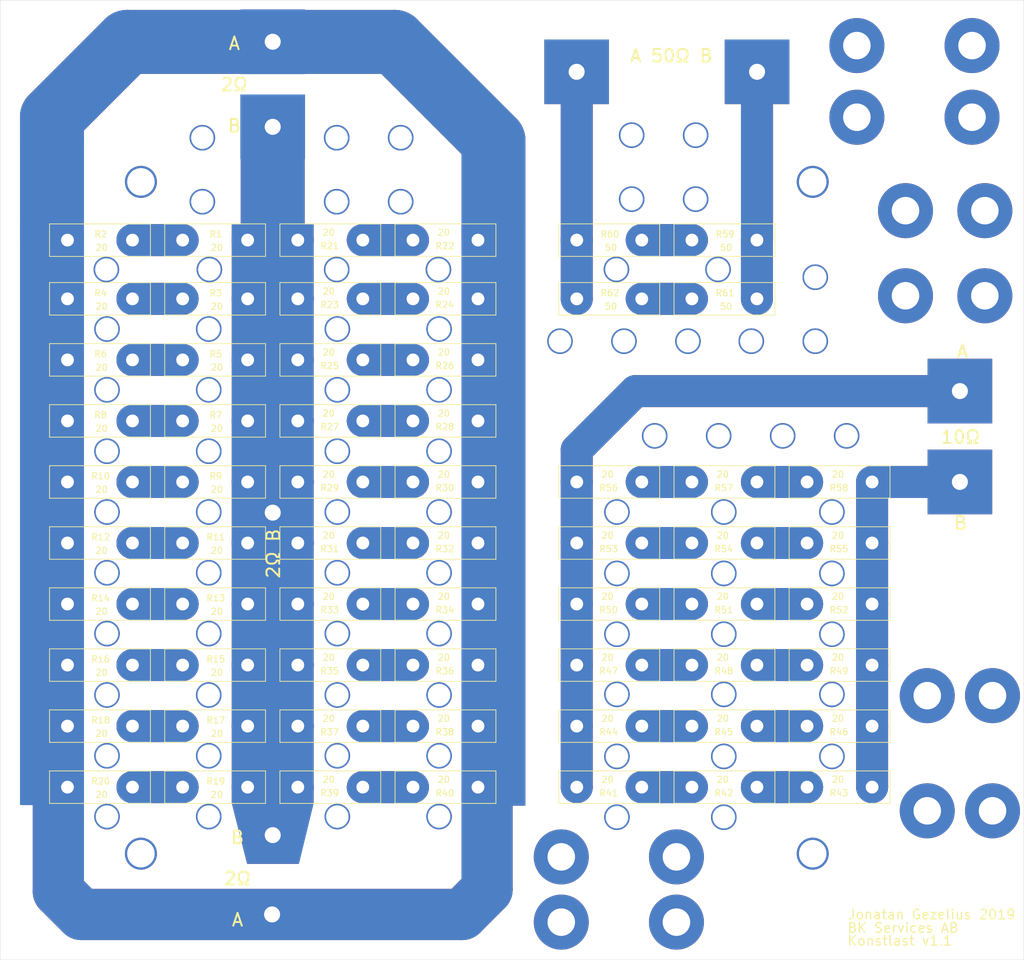
<source format=kicad_pcb>
(kicad_pcb (version 20171130) (host pcbnew "(5.1.0)-1")

  (general
    (thickness 1.6)
    (drawings 16)
    (tracks 123)
    (zones 0)
    (modules 167)
    (nets 41)
  )

  (page User 189.992 210.007)
  (title_block
    (title "Power load")
    (date 2019-05-23)
    (rev 1.1)
    (company "BK Development")
    (comment 1 "Jonatan Gezelius 2019")
  )

  (layers
    (0 F.Cu signal hide)
    (31 B.Cu signal)
    (32 B.Adhes user)
    (33 F.Adhes user)
    (34 B.Paste user)
    (35 F.Paste user)
    (36 B.SilkS user)
    (37 F.SilkS user)
    (38 B.Mask user)
    (39 F.Mask user)
    (40 Dwgs.User user)
    (41 Cmts.User user)
    (42 Eco1.User user)
    (43 Eco2.User user)
    (44 Edge.Cuts user)
    (45 Margin user)
    (46 B.CrtYd user)
    (47 F.CrtYd user)
    (48 B.Fab user hide)
    (49 F.Fab user hide)
  )

  (setup
    (last_trace_width 0.25)
    (user_trace_width 5)
    (user_trace_width 8)
    (user_trace_width 10)
    (trace_clearance 0.2)
    (zone_clearance 0.5)
    (zone_45_only no)
    (trace_min 0.2)
    (via_size 0.8)
    (via_drill 0.4)
    (via_min_size 0.4)
    (via_min_drill 0.3)
    (uvia_size 0.3)
    (uvia_drill 0.1)
    (uvias_allowed no)
    (uvia_min_size 0.2)
    (uvia_min_drill 0.1)
    (edge_width 0.05)
    (segment_width 0.2)
    (pcb_text_width 0.3)
    (pcb_text_size 1.5 1.5)
    (mod_edge_width 0.12)
    (mod_text_size 1 1)
    (mod_text_width 0.15)
    (pad_size 1.524 1.524)
    (pad_drill 0.762)
    (pad_to_mask_clearance 0.051)
    (solder_mask_min_width 0.25)
    (aux_axis_origin 0 0)
    (visible_elements 7FFFFFFF)
    (pcbplotparams
      (layerselection 0x010f0_ffffffff)
      (usegerberextensions false)
      (usegerberattributes false)
      (usegerberadvancedattributes false)
      (creategerberjobfile false)
      (excludeedgelayer false)
      (linewidth 0.100000)
      (plotframeref false)
      (viasonmask false)
      (mode 1)
      (useauxorigin false)
      (hpglpennumber 1)
      (hpglpenspeed 20)
      (hpglpendiameter 15.000000)
      (psnegative false)
      (psa4output false)
      (plotreference true)
      (plotvalue true)
      (plotinvisibletext false)
      (padsonsilk false)
      (subtractmaskfromsilk false)
      (outputformat 1)
      (mirror false)
      (drillshape 0)
      (scaleselection 1)
      (outputdirectory "plot/"))
  )

  (net 0 "")
  (net 1 "Net-(R1-Pad2)")
  (net 2 "Net-(R3-Pad2)")
  (net 3 "Net-(R5-Pad2)")
  (net 4 "Net-(R7-Pad2)")
  (net 5 "Net-(R10-Pad1)")
  (net 6 "Net-(R11-Pad2)")
  (net 7 "Net-(R13-Pad2)")
  (net 8 "Net-(R15-Pad2)")
  (net 9 "Net-(R17-Pad2)")
  (net 10 "Net-(R19-Pad2)")
  (net 11 "Net-(R21-Pad2)")
  (net 12 "Net-(R23-Pad2)")
  (net 13 "Net-(R25-Pad2)")
  (net 14 "Net-(R27-Pad2)")
  (net 15 "Net-(R29-Pad2)")
  (net 16 "Net-(R31-Pad2)")
  (net 17 "Net-(R33-Pad2)")
  (net 18 "Net-(R35-Pad2)")
  (net 19 "Net-(R37-Pad2)")
  (net 20 "Net-(R39-Pad2)")
  (net 21 "Net-(J3-Pad1)")
  (net 22 "Net-(J4-Pad1)")
  (net 23 "Net-(J5-Pad1)")
  (net 24 "Net-(J6-Pad1)")
  (net 25 "Net-(R41-Pad2)")
  (net 26 "Net-(R42-Pad2)")
  (net 27 "Net-(R44-Pad2)")
  (net 28 "Net-(R45-Pad2)")
  (net 29 "Net-(R47-Pad2)")
  (net 30 "Net-(R48-Pad2)")
  (net 31 "Net-(R50-Pad2)")
  (net 32 "Net-(R51-Pad2)")
  (net 33 "Net-(R53-Pad2)")
  (net 34 "Net-(R54-Pad2)")
  (net 35 "Net-(R56-Pad2)")
  (net 36 "Net-(R57-Pad2)")
  (net 37 "Net-(R59-Pad2)")
  (net 38 "Net-(R61-Pad2)")
  (net 39 /2ohmA)
  (net 40 /2ohmB)

  (net_class Default "This is the default net class."
    (clearance 0.2)
    (trace_width 0.25)
    (via_dia 0.8)
    (via_drill 0.4)
    (uvia_dia 0.3)
    (uvia_drill 0.1)
  )

  (net_class 2Ohm ""
    (clearance 1.5)
    (trace_width 8)
    (via_dia 0.8)
    (via_drill 0.4)
    (uvia_dia 0.3)
    (uvia_drill 0.1)
    (add_net /2ohmA)
    (add_net /2ohmB)
  )

  (net_class Power ""
    (clearance 1.5)
    (trace_width 5)
    (via_dia 0.8)
    (via_drill 0.4)
    (uvia_dia 0.3)
    (uvia_drill 0.1)
    (add_net "Net-(J3-Pad1)")
    (add_net "Net-(J4-Pad1)")
    (add_net "Net-(J5-Pad1)")
    (add_net "Net-(J6-Pad1)")
    (add_net "Net-(R1-Pad2)")
    (add_net "Net-(R10-Pad1)")
    (add_net "Net-(R11-Pad2)")
    (add_net "Net-(R13-Pad2)")
    (add_net "Net-(R15-Pad2)")
    (add_net "Net-(R17-Pad2)")
    (add_net "Net-(R19-Pad2)")
    (add_net "Net-(R21-Pad2)")
    (add_net "Net-(R23-Pad2)")
    (add_net "Net-(R25-Pad2)")
    (add_net "Net-(R27-Pad2)")
    (add_net "Net-(R29-Pad2)")
    (add_net "Net-(R3-Pad2)")
    (add_net "Net-(R31-Pad2)")
    (add_net "Net-(R33-Pad2)")
    (add_net "Net-(R35-Pad2)")
    (add_net "Net-(R37-Pad2)")
    (add_net "Net-(R39-Pad2)")
    (add_net "Net-(R41-Pad2)")
    (add_net "Net-(R42-Pad2)")
    (add_net "Net-(R44-Pad2)")
    (add_net "Net-(R45-Pad2)")
    (add_net "Net-(R47-Pad2)")
    (add_net "Net-(R48-Pad2)")
    (add_net "Net-(R5-Pad2)")
    (add_net "Net-(R50-Pad2)")
    (add_net "Net-(R51-Pad2)")
    (add_net "Net-(R53-Pad2)")
    (add_net "Net-(R54-Pad2)")
    (add_net "Net-(R56-Pad2)")
    (add_net "Net-(R57-Pad2)")
    (add_net "Net-(R59-Pad2)")
    (add_net "Net-(R61-Pad2)")
    (add_net "Net-(R7-Pad2)")
  )

  (module MountingHole:MountingHole_4.3mm_M4_Pad (layer F.Cu) (tedit 56D1B4CB) (tstamp 5CE7181C)
    (at 120.1 147.8 180)
    (descr "Mounting Hole 4.3mm, M4")
    (tags "mounting hole 4.3mm m4")
    (attr virtual)
    (fp_text reference REF** (at 0 -5.3 180) (layer F.SilkS) hide
      (effects (font (size 1 1) (thickness 0.15)))
    )
    (fp_text value MountingHole_4.3mm_M4_Pad (at 0 5.3 180) (layer F.Fab)
      (effects (font (size 1 1) (thickness 0.15)))
    )
    (fp_text user %R (at 0.3 0 180) (layer F.Fab)
      (effects (font (size 1 1) (thickness 0.15)))
    )
    (fp_circle (center 0 0) (end 4.3 0) (layer Cmts.User) (width 0.15))
    (fp_circle (center 0 0) (end 4.55 0) (layer F.CrtYd) (width 0.05))
    (pad 1 thru_hole circle (at 0 0 180) (size 8.6 8.6) (drill 4.3) (layers *.Cu *.Mask))
  )

  (module MountingHole:MountingHole_4.3mm_M4_Pad (layer F.Cu) (tedit 56D1B4CB) (tstamp 5CE71815)
    (at 102.1 147.8 180)
    (descr "Mounting Hole 4.3mm, M4")
    (tags "mounting hole 4.3mm m4")
    (attr virtual)
    (fp_text reference REF** (at 0 -5.3 180) (layer F.SilkS) hide
      (effects (font (size 1 1) (thickness 0.15)))
    )
    (fp_text value MountingHole_4.3mm_M4_Pad (at 0 5.3 180) (layer F.Fab)
      (effects (font (size 1 1) (thickness 0.15)))
    )
    (fp_text user %R (at 0.3 0 180) (layer F.Fab)
      (effects (font (size 1 1) (thickness 0.15)))
    )
    (fp_circle (center 0 0) (end 4.3 0) (layer Cmts.User) (width 0.15))
    (fp_circle (center 0 0) (end 4.55 0) (layer F.CrtYd) (width 0.05))
    (pad 1 thru_hole circle (at 0 0 180) (size 8.6 8.6) (drill 4.3) (layers *.Cu *.Mask))
  )

  (module MountingHole:MountingHole_4.3mm_M4_Pad (layer F.Cu) (tedit 56D1B4CB) (tstamp 5CE7180E)
    (at 120.1 158 180)
    (descr "Mounting Hole 4.3mm, M4")
    (tags "mounting hole 4.3mm m4")
    (attr virtual)
    (fp_text reference REF** (at 0 -5.3 180) (layer F.SilkS) hide
      (effects (font (size 1 1) (thickness 0.15)))
    )
    (fp_text value MountingHole_4.3mm_M4_Pad (at 0 5.3 180) (layer F.Fab)
      (effects (font (size 1 1) (thickness 0.15)))
    )
    (fp_text user %R (at 0.3 0 180) (layer F.Fab)
      (effects (font (size 1 1) (thickness 0.15)))
    )
    (fp_circle (center 0 0) (end 4.3 0) (layer Cmts.User) (width 0.15))
    (fp_circle (center 0 0) (end 4.55 0) (layer F.CrtYd) (width 0.05))
    (pad 1 thru_hole circle (at 0 0 180) (size 8.6 8.6) (drill 4.3) (layers *.Cu *.Mask))
  )

  (module MountingHole:MountingHole_4.3mm_M4_Pad (layer F.Cu) (tedit 56D1B4CB) (tstamp 5CE71807)
    (at 102.1 158 180)
    (descr "Mounting Hole 4.3mm, M4")
    (tags "mounting hole 4.3mm m4")
    (attr virtual)
    (fp_text reference REF** (at 0 -5.3 180) (layer F.SilkS) hide
      (effects (font (size 1 1) (thickness 0.15)))
    )
    (fp_text value MountingHole_4.3mm_M4_Pad (at 0 5.3 180) (layer F.Fab)
      (effects (font (size 1 1) (thickness 0.15)))
    )
    (fp_circle (center 0 0) (end 4.55 0) (layer F.CrtYd) (width 0.05))
    (fp_circle (center 0 0) (end 4.3 0) (layer Cmts.User) (width 0.15))
    (fp_text user %R (at 0.3 0 180) (layer F.Fab)
      (effects (font (size 1 1) (thickness 0.15)))
    )
    (pad 1 thru_hole circle (at 0 0 180) (size 8.6 8.6) (drill 4.3) (layers *.Cu *.Mask))
  )

  (module custom_footprint:MountingHole_2.5mm_Pad_nocrtyd (layer F.Cu) (tedit 5CE67F80) (tstamp 5CE71170)
    (at 56.9 156.8)
    (descr "Mounting Hole 2.5mm")
    (tags "mounting hole 2.5mm")
    (path /5CE8328D)
    (attr virtual)
    (fp_text reference J8 (at 0 -3.5) (layer F.SilkS) hide
      (effects (font (size 1 1) (thickness 0.15)))
    )
    (fp_text value Conn_01x01_Female (at 0 3.5) (layer F.Fab)
      (effects (font (size 1 1) (thickness 0.15)))
    )
    (fp_circle (center 0 0) (end 2.5 0) (layer Cmts.User) (width 0.15))
    (fp_text user %R (at 0.3 0) (layer F.Fab)
      (effects (font (size 1 1) (thickness 0.15)))
    )
    (pad 1 thru_hole circle (at 0 0) (size 5 5) (drill 2.5) (layers *.Cu *.Mask)
      (net 40 /2ohmB))
  )

  (module custom_footprint:MountingHole_2.5mm_Pad_nocrtyd (layer F.Cu) (tedit 5CE67F80) (tstamp 5CE7040B)
    (at 57 144.4)
    (descr "Mounting Hole 2.5mm")
    (tags "mounting hole 2.5mm")
    (path /5CE7AAE3)
    (attr virtual)
    (fp_text reference J9 (at 0 -3.5) (layer F.SilkS) hide
      (effects (font (size 1 1) (thickness 0.15)))
    )
    (fp_text value Conn_01x01_Female (at 0 3.5) (layer F.Fab)
      (effects (font (size 1 1) (thickness 0.15)))
    )
    (fp_circle (center 0 0) (end 2.5 0) (layer Cmts.User) (width 0.15))
    (fp_text user %R (at 0.3 0) (layer F.Fab)
      (effects (font (size 1 1) (thickness 0.15)))
    )
    (pad 1 thru_hole circle (at 0 0) (size 5 5) (drill 2.5) (layers *.Cu *.Mask)
      (net 39 /2ohmA))
  )

  (module custom_footprint:MountingHole_2.5mm_Pad_nocrtyd (layer F.Cu) (tedit 5CE67F80) (tstamp 5CE6847D)
    (at 57 94)
    (descr "Mounting Hole 2.5mm")
    (tags "mounting hole 2.5mm")
    (path /5CE6E742)
    (attr virtual)
    (fp_text reference J7 (at 0 -3.5) (layer F.SilkS) hide
      (effects (font (size 1 1) (thickness 0.15)))
    )
    (fp_text value Conn_01x01_Female (at 0 3.5) (layer F.Fab)
      (effects (font (size 1 1) (thickness 0.15)))
    )
    (fp_circle (center 0 0) (end 2.5 0) (layer Cmts.User) (width 0.15))
    (fp_text user %R (at 0.3 0) (layer F.Fab)
      (effects (font (size 1 1) (thickness 0.15)))
    )
    (pad 1 thru_hole circle (at 0 0) (size 5 5) (drill 2.5) (layers *.Cu *.Mask)
      (net 39 /2ohmA))
  )

  (module custom_footprint:Fan_120mm (layer F.Cu) (tedit 5CE55560) (tstamp 5CE5DC51)
    (at 88.9 94.8)
    (fp_text reference REF** (at 0 0.5) (layer F.SilkS) hide
      (effects (font (size 1 1) (thickness 0.15)))
    )
    (fp_text value Fan_120mm (at 0 -0.5) (layer F.Fab)
      (effects (font (size 1 1) (thickness 0.15)))
    )
    (fp_circle (center 52.5 -52.5) (end 57.5 -52.5) (layer F.CrtYd) (width 0.12))
    (fp_circle (center 52.5 52.5) (end 57.5 52.5) (layer F.CrtYd) (width 0.12))
    (fp_circle (center -52.5 52.5) (end -47.5 52.5) (layer F.CrtYd) (width 0.12))
    (fp_circle (center -52.5 -52.5) (end -47.5 -52.5) (layer F.CrtYd) (width 0.12))
    (fp_line (start -60 60) (end -60 -60) (layer F.Fab) (width 0.12))
    (fp_line (start 60 60) (end -60 60) (layer F.Fab) (width 0.12))
    (fp_line (start 60 -60) (end 60 60) (layer F.Fab) (width 0.12))
    (fp_line (start -60 -60) (end 60 -60) (layer F.Fab) (width 0.12))
    (pad 1 thru_hole circle (at 52.5 -52.5 270) (size 5 5) (drill 4.3) (layers *.Cu *.Mask))
    (pad 1 thru_hole circle (at 52.5 52.5 180) (size 5 5) (drill 4.3) (layers *.Cu *.Mask))
    (pad 1 thru_hole circle (at -52.5 52.5 90) (size 5 5) (drill 4.3) (layers *.Cu *.Mask))
    (pad 1 thru_hole circle (at -52.5 -52.5) (size 5 5) (drill 4.3) (layers *.Cu *.Mask))
  )

  (module MountingHole:MountingHole_4.3mm_M4_Pad (layer F.Cu) (tedit 56D1B4CB) (tstamp 5CE67061)
    (at 159.3 122.6 90)
    (descr "Mounting Hole 4.3mm, M4")
    (tags "mounting hole 4.3mm m4")
    (attr virtual)
    (fp_text reference REF** (at 0 -5.3 90) (layer F.SilkS) hide
      (effects (font (size 1 1) (thickness 0.15)))
    )
    (fp_text value MountingHole_4.3mm_M4_Pad (at 0 5.3 90) (layer F.Fab)
      (effects (font (size 1 1) (thickness 0.15)))
    )
    (fp_text user %R (at 0.3 0 90) (layer F.Fab)
      (effects (font (size 1 1) (thickness 0.15)))
    )
    (fp_circle (center 0 0) (end 4.3 0) (layer Cmts.User) (width 0.15))
    (fp_circle (center 0 0) (end 4.55 0) (layer F.CrtYd) (width 0.05))
    (pad 1 thru_hole circle (at 0 0 90) (size 8.6 8.6) (drill 4.3) (layers *.Cu *.Mask))
  )

  (module MountingHole:MountingHole_4.3mm_M4_Pad (layer F.Cu) (tedit 56D1B4CB) (tstamp 5CE6705A)
    (at 159.3 140.6 90)
    (descr "Mounting Hole 4.3mm, M4")
    (tags "mounting hole 4.3mm m4")
    (attr virtual)
    (fp_text reference REF** (at 0 -5.3 90) (layer F.SilkS) hide
      (effects (font (size 1 1) (thickness 0.15)))
    )
    (fp_text value MountingHole_4.3mm_M4_Pad (at 0 5.3 90) (layer F.Fab)
      (effects (font (size 1 1) (thickness 0.15)))
    )
    (fp_circle (center 0 0) (end 4.55 0) (layer F.CrtYd) (width 0.05))
    (fp_circle (center 0 0) (end 4.3 0) (layer Cmts.User) (width 0.15))
    (fp_text user %R (at 0.3 0 90) (layer F.Fab)
      (effects (font (size 1 1) (thickness 0.15)))
    )
    (pad 1 thru_hole circle (at 0 0 90) (size 8.6 8.6) (drill 4.3) (layers *.Cu *.Mask))
  )

  (module MountingHole:MountingHole_4.3mm_M4_Pad (layer F.Cu) (tedit 56D1B4CB) (tstamp 5CE67053)
    (at 169.5 122.6 90)
    (descr "Mounting Hole 4.3mm, M4")
    (tags "mounting hole 4.3mm m4")
    (attr virtual)
    (fp_text reference REF** (at 0 -5.3 90) (layer F.SilkS) hide
      (effects (font (size 1 1) (thickness 0.15)))
    )
    (fp_text value MountingHole_4.3mm_M4_Pad (at 0 5.3 90) (layer F.Fab)
      (effects (font (size 1 1) (thickness 0.15)))
    )
    (fp_circle (center 0 0) (end 4.55 0) (layer F.CrtYd) (width 0.05))
    (fp_circle (center 0 0) (end 4.3 0) (layer Cmts.User) (width 0.15))
    (fp_text user %R (at 0.3 0 90) (layer F.Fab)
      (effects (font (size 1 1) (thickness 0.15)))
    )
    (pad 1 thru_hole circle (at 0 0 90) (size 8.6 8.6) (drill 4.3) (layers *.Cu *.Mask))
  )

  (module MountingHole:MountingHole_4.3mm_M4_Pad (layer F.Cu) (tedit 56D1B4CB) (tstamp 5CE6704C)
    (at 169.5 140.6 90)
    (descr "Mounting Hole 4.3mm, M4")
    (tags "mounting hole 4.3mm m4")
    (attr virtual)
    (fp_text reference REF** (at 0 -5.3 90) (layer F.SilkS) hide
      (effects (font (size 1 1) (thickness 0.15)))
    )
    (fp_text value MountingHole_4.3mm_M4_Pad (at 0 5.3 90) (layer F.Fab)
      (effects (font (size 1 1) (thickness 0.15)))
    )
    (fp_circle (center 0 0) (end 4.55 0) (layer F.CrtYd) (width 0.05))
    (fp_circle (center 0 0) (end 4.3 0) (layer Cmts.User) (width 0.15))
    (fp_text user %R (at 0.3 0 90) (layer F.Fab)
      (effects (font (size 1 1) (thickness 0.15)))
    )
    (pad 1 thru_hole circle (at 0 0 90) (size 8.6 8.6) (drill 4.3) (layers *.Cu *.Mask))
  )

  (module MountingHole:MountingHole_4.3mm_M4_Pad (layer F.Cu) (tedit 56D1B4CB) (tstamp 5CE66FBA)
    (at 155.9 60.1)
    (descr "Mounting Hole 4.3mm, M4")
    (tags "mounting hole 4.3mm m4")
    (attr virtual)
    (fp_text reference REF** (at 0 -5.3) (layer F.SilkS) hide
      (effects (font (size 1 1) (thickness 0.15)))
    )
    (fp_text value MountingHole_4.3mm_M4_Pad (at 0 5.3) (layer F.Fab)
      (effects (font (size 1 1) (thickness 0.15)))
    )
    (fp_circle (center 0 0) (end 4.55 0) (layer F.CrtYd) (width 0.05))
    (fp_circle (center 0 0) (end 4.3 0) (layer Cmts.User) (width 0.15))
    (fp_text user %R (at 0.3 0) (layer F.Fab)
      (effects (font (size 1 1) (thickness 0.15)))
    )
    (pad 1 thru_hole circle (at 0 0) (size 8.6 8.6) (drill 4.3) (layers *.Cu *.Mask))
  )

  (module MountingHole:MountingHole_4.3mm_M4_Pad (layer F.Cu) (tedit 56D1B4CB) (tstamp 5CE66FB3)
    (at 168.3 60.1)
    (descr "Mounting Hole 4.3mm, M4")
    (tags "mounting hole 4.3mm m4")
    (attr virtual)
    (fp_text reference REF** (at 0 -5.3) (layer F.SilkS) hide
      (effects (font (size 1 1) (thickness 0.15)))
    )
    (fp_text value MountingHole_4.3mm_M4_Pad (at 0 5.3) (layer F.Fab)
      (effects (font (size 1 1) (thickness 0.15)))
    )
    (fp_circle (center 0 0) (end 4.55 0) (layer F.CrtYd) (width 0.05))
    (fp_circle (center 0 0) (end 4.3 0) (layer Cmts.User) (width 0.15))
    (fp_text user %R (at 0.3 0) (layer F.Fab)
      (effects (font (size 1 1) (thickness 0.15)))
    )
    (pad 1 thru_hole circle (at 0 0) (size 8.6 8.6) (drill 4.3) (layers *.Cu *.Mask))
  )

  (module MountingHole:MountingHole_4.3mm_M4_Pad (layer F.Cu) (tedit 56D1B4CB) (tstamp 5CE66F63)
    (at 155.9 46.8)
    (descr "Mounting Hole 4.3mm, M4")
    (tags "mounting hole 4.3mm m4")
    (attr virtual)
    (fp_text reference REF** (at 0 -5.3) (layer F.SilkS) hide
      (effects (font (size 1 1) (thickness 0.15)))
    )
    (fp_text value MountingHole_4.3mm_M4_Pad (at 0 5.3) (layer F.Fab)
      (effects (font (size 1 1) (thickness 0.15)))
    )
    (fp_text user %R (at 0.3 0) (layer F.Fab)
      (effects (font (size 1 1) (thickness 0.15)))
    )
    (fp_circle (center 0 0) (end 4.3 0) (layer Cmts.User) (width 0.15))
    (fp_circle (center 0 0) (end 4.55 0) (layer F.CrtYd) (width 0.05))
    (pad 1 thru_hole circle (at 0 0) (size 8.6 8.6) (drill 4.3) (layers *.Cu *.Mask))
  )

  (module MountingHole:MountingHole_4.3mm_M4_Pad (layer F.Cu) (tedit 56D1B4CB) (tstamp 5CE66F63)
    (at 168.3 46.8)
    (descr "Mounting Hole 4.3mm, M4")
    (tags "mounting hole 4.3mm m4")
    (attr virtual)
    (fp_text reference REF** (at 0 -5.3) (layer F.SilkS) hide
      (effects (font (size 1 1) (thickness 0.15)))
    )
    (fp_text value MountingHole_4.3mm_M4_Pad (at 0 5.3) (layer F.Fab)
      (effects (font (size 1 1) (thickness 0.15)))
    )
    (fp_text user %R (at 0.3 0) (layer F.Fab)
      (effects (font (size 1 1) (thickness 0.15)))
    )
    (fp_circle (center 0 0) (end 4.3 0) (layer Cmts.User) (width 0.15))
    (fp_circle (center 0 0) (end 4.55 0) (layer F.CrtYd) (width 0.05))
    (pad 1 thru_hole circle (at 0 0) (size 8.6 8.6) (drill 4.3) (layers *.Cu *.Mask))
  )

  (module MountingHole:MountingHole_4.3mm_M4_Pad (layer F.Cu) (tedit 56D1B4CB) (tstamp 5CE66F63)
    (at 148.3 21)
    (descr "Mounting Hole 4.3mm, M4")
    (tags "mounting hole 4.3mm m4")
    (attr virtual)
    (fp_text reference REF** (at 0 -5.3) (layer F.SilkS) hide
      (effects (font (size 1 1) (thickness 0.15)))
    )
    (fp_text value MountingHole_4.3mm_M4_Pad (at 0 5.3) (layer F.Fab)
      (effects (font (size 1 1) (thickness 0.15)))
    )
    (fp_text user %R (at 0.3 0) (layer F.Fab)
      (effects (font (size 1 1) (thickness 0.15)))
    )
    (fp_circle (center 0 0) (end 4.3 0) (layer Cmts.User) (width 0.15))
    (fp_circle (center 0 0) (end 4.55 0) (layer F.CrtYd) (width 0.05))
    (pad 1 thru_hole circle (at 0 0) (size 8.6 8.6) (drill 4.3) (layers *.Cu *.Mask))
  )

  (module MountingHole:MountingHole_4.3mm_M4_Pad (layer F.Cu) (tedit 56D1B4CB) (tstamp 5CE66F63)
    (at 148.3 32.2)
    (descr "Mounting Hole 4.3mm, M4")
    (tags "mounting hole 4.3mm m4")
    (attr virtual)
    (fp_text reference REF** (at 0 -5.3) (layer F.SilkS) hide
      (effects (font (size 1 1) (thickness 0.15)))
    )
    (fp_text value MountingHole_4.3mm_M4_Pad (at 0 5.3) (layer F.Fab)
      (effects (font (size 1 1) (thickness 0.15)))
    )
    (fp_text user %R (at 0.3 0) (layer F.Fab)
      (effects (font (size 1 1) (thickness 0.15)))
    )
    (fp_circle (center 0 0) (end 4.3 0) (layer Cmts.User) (width 0.15))
    (fp_circle (center 0 0) (end 4.55 0) (layer F.CrtYd) (width 0.05))
    (pad 1 thru_hole circle (at 0 0) (size 8.6 8.6) (drill 4.3) (layers *.Cu *.Mask))
  )

  (module MountingHole:MountingHole_4.3mm_M4_Pad (layer F.Cu) (tedit 56D1B4CB) (tstamp 5CE66F63)
    (at 166.3 32.2)
    (descr "Mounting Hole 4.3mm, M4")
    (tags "mounting hole 4.3mm m4")
    (attr virtual)
    (fp_text reference REF** (at 0 -5.3) (layer F.SilkS) hide
      (effects (font (size 1 1) (thickness 0.15)))
    )
    (fp_text value MountingHole_4.3mm_M4_Pad (at 0 5.3) (layer F.Fab)
      (effects (font (size 1 1) (thickness 0.15)))
    )
    (fp_text user %R (at 0.3 0) (layer F.Fab)
      (effects (font (size 1 1) (thickness 0.15)))
    )
    (fp_circle (center 0 0) (end 4.3 0) (layer Cmts.User) (width 0.15))
    (fp_circle (center 0 0) (end 4.55 0) (layer F.CrtYd) (width 0.05))
    (pad 1 thru_hole circle (at 0 0) (size 8.6 8.6) (drill 4.3) (layers *.Cu *.Mask))
  )

  (module MountingHole:MountingHole_4.3mm_M4_Pad (layer F.Cu) (tedit 56D1B4CB) (tstamp 5CE66F31)
    (at 166.3 21)
    (descr "Mounting Hole 4.3mm, M4")
    (tags "mounting hole 4.3mm m4")
    (attr virtual)
    (fp_text reference REF** (at 0 -5.3) (layer F.SilkS) hide
      (effects (font (size 1 1) (thickness 0.15)))
    )
    (fp_text value MountingHole_4.3mm_M4_Pad (at 0 5.3) (layer F.Fab)
      (effects (font (size 1 1) (thickness 0.15)))
    )
    (fp_circle (center 0 0) (end 4.55 0) (layer F.CrtYd) (width 0.05))
    (fp_circle (center 0 0) (end 4.3 0) (layer Cmts.User) (width 0.15))
    (fp_text user %R (at 0.3 0) (layer F.Fab)
      (effects (font (size 1 1) (thickness 0.15)))
    )
    (pad 1 thru_hole circle (at 0 0) (size 8.6 8.6) (drill 4.3) (layers *.Cu *.Mask))
  )

  (module custom_footprint:cable_solder_2.5mm^2 (layer F.Cu) (tedit 5CE54BB2) (tstamp 5CE602B5)
    (at 104.5 25.1 270)
    (path /5CDC1336)
    (fp_text reference J6 (at 0 -4 270) (layer F.SilkS) hide
      (effects (font (size 1 1) (thickness 0.15)))
    )
    (fp_text value Conn_01x01_Female (at 0.25 4 270) (layer F.Fab)
      (effects (font (size 1 1) (thickness 0.15)))
    )
    (fp_poly (pts (xy -5 -5) (xy 5 -5) (xy 5 5) (xy -5 5)) (layer B.Cu) (width 0.1))
    (fp_poly (pts (xy -5 -5) (xy 5 -5) (xy 5 5) (xy -5 5)) (layer F.Cu) (width 0.1))
    (pad 1 thru_hole circle (at 0 0 90) (size 6 6) (drill 2.5) (layers *.Cu *.Mask)
      (net 24 "Net-(J6-Pad1)"))
  )

  (module custom_footprint:cable_solder_2.5mm^2 (layer F.Cu) (tedit 5CE54BB2) (tstamp 5CE60210)
    (at 132.7 25.1 270)
    (path /5CDC0510)
    (fp_text reference J5 (at 0 -4 270) (layer F.SilkS) hide
      (effects (font (size 1 1) (thickness 0.15)))
    )
    (fp_text value Conn_01x01_Female (at 0.25 4 270) (layer F.Fab)
      (effects (font (size 1 1) (thickness 0.15)))
    )
    (fp_poly (pts (xy -5 -5) (xy 5 -5) (xy 5 5) (xy -5 5)) (layer B.Cu) (width 0.1))
    (fp_poly (pts (xy -5 -5) (xy 5 -5) (xy 5 5) (xy -5 5)) (layer F.Cu) (width 0.1))
    (pad 1 thru_hole circle (at 0 0 90) (size 6 6) (drill 2.5) (layers *.Cu *.Mask)
      (net 23 "Net-(J5-Pad1)"))
  )

  (module custom_footprint:cable_solder_2.5mm^2 (layer F.Cu) (tedit 5CE54BB2) (tstamp 5CD9EEC4)
    (at 164.4 89.2 180)
    (path /5CDC1A5E)
    (fp_text reference J4 (at 0 -4 180) (layer F.SilkS) hide
      (effects (font (size 1 1) (thickness 0.15)))
    )
    (fp_text value Conn_01x01_Female (at 0.25 4 180) (layer F.Fab)
      (effects (font (size 1 1) (thickness 0.15)))
    )
    (fp_poly (pts (xy -5 -5) (xy 5 -5) (xy 5 5) (xy -5 5)) (layer B.Cu) (width 0.1))
    (fp_poly (pts (xy -5 -5) (xy 5 -5) (xy 5 5) (xy -5 5)) (layer F.Cu) (width 0.1))
    (pad 1 thru_hole circle (at 0 0) (size 6 6) (drill 2.5) (layers *.Cu *.Mask)
      (net 22 "Net-(J4-Pad1)"))
  )

  (module custom_footprint:cable_solder_2.5mm^2 (layer F.Cu) (tedit 5CE54BB2) (tstamp 5CE60332)
    (at 164.4 75)
    (path /5CDC144C)
    (fp_text reference J3 (at 0 -4) (layer F.SilkS) hide
      (effects (font (size 1 1) (thickness 0.15)))
    )
    (fp_text value Conn_01x01_Female (at 0.25 4) (layer F.Fab)
      (effects (font (size 1 1) (thickness 0.15)))
    )
    (fp_poly (pts (xy -5 -5) (xy 5 -5) (xy 5 5) (xy -5 5)) (layer B.Cu) (width 0.1))
    (fp_poly (pts (xy -5 -5) (xy 5 -5) (xy 5 5) (xy -5 5)) (layer F.Cu) (width 0.1))
    (pad 1 thru_hole circle (at 0 0 180) (size 6 6) (drill 2.5) (layers *.Cu *.Mask)
      (net 21 "Net-(J3-Pad1)"))
  )

  (module custom_footprint:cable_solder_2.5mm^2 (layer F.Cu) (tedit 5CE54BB2) (tstamp 5CE69B27)
    (at 57 20.4)
    (path /5CD6A227)
    (fp_text reference J2 (at 0 -4) (layer F.SilkS) hide
      (effects (font (size 1 1) (thickness 0.15)))
    )
    (fp_text value Conn_01x01_Female (at 0.25 4) (layer F.Fab)
      (effects (font (size 1 1) (thickness 0.15)))
    )
    (fp_poly (pts (xy -5 -5) (xy 5 -5) (xy 5 5) (xy -5 5)) (layer B.Cu) (width 0.1))
    (fp_poly (pts (xy -5 -5) (xy 5 -5) (xy 5 5) (xy -5 5)) (layer F.Cu) (width 0.1))
    (pad 1 thru_hole circle (at 0 0 180) (size 6 6) (drill 2.5) (layers *.Cu *.Mask)
      (net 40 /2ohmB))
  )

  (module custom_footprint:cable_solder_2.5mm^2 (layer F.Cu) (tedit 5CE54BB2) (tstamp 5CE5EC08)
    (at 57 33.7)
    (path /5CD692B4)
    (fp_text reference J1 (at 0 -4) (layer F.SilkS) hide
      (effects (font (size 1 1) (thickness 0.15)))
    )
    (fp_text value Conn_01x01_Female (at 0.25 4) (layer F.Fab)
      (effects (font (size 1 1) (thickness 0.15)))
    )
    (fp_poly (pts (xy -5 -5) (xy 5 -5) (xy 5 5) (xy -5 5)) (layer B.Cu) (width 0.1))
    (fp_poly (pts (xy -5 -5) (xy 5 -5) (xy 5 5) (xy -5 5)) (layer F.Cu) (width 0.1))
    (pad 1 thru_hole circle (at 0 0 180) (size 6 6) (drill 2.5) (layers *.Cu *.Mask)
      (net 39 /2ohmA))
  )

  (module custom_footprint:VentilationHole_3.5mm (layer F.Cu) (tedit 5CE54AE2) (tstamp 5CE63873)
    (at 146.7 82)
    (descr "Mounting Hole 3.5mm, no annular")
    (tags "mounting hole 3.5mm no annular")
    (attr virtual)
    (fp_text reference REF** (at 0 -4.5) (layer F.SilkS) hide
      (effects (font (size 1 1) (thickness 0.15)))
    )
    (fp_text value VentilationHole_3.5mm (at 0 4.5) (layer F.Fab)
      (effects (font (size 1 1) (thickness 0.15)))
    )
    (fp_circle (center 0 0) (end 1.8 0) (layer F.CrtYd) (width 0.05))
    (fp_circle (center 0 0) (end 2 0) (layer Cmts.User) (width 0.15))
    (fp_text user %R (at 0.3 0) (layer F.Fab)
      (effects (font (size 1 1) (thickness 0.15)))
    )
    (pad 1 thru_hole circle (at 0 0) (size 4 4) (drill 3.5) (layers *.Cu *.Mask))
  )

  (module custom_footprint:VentilationHole_3.5mm (layer F.Cu) (tedit 5CE54AE2) (tstamp 5CE60D4F)
    (at 123.1 35)
    (descr "Mounting Hole 3.5mm, no annular")
    (tags "mounting hole 3.5mm no annular")
    (attr virtual)
    (fp_text reference REF** (at 0 -4.5) (layer F.SilkS) hide
      (effects (font (size 1 1) (thickness 0.15)))
    )
    (fp_text value VentilationHole_3.5mm (at 0 4.5) (layer F.Fab)
      (effects (font (size 1 1) (thickness 0.15)))
    )
    (fp_circle (center 0 0) (end 1.8 0) (layer F.CrtYd) (width 0.05))
    (fp_circle (center 0 0) (end 2 0) (layer Cmts.User) (width 0.15))
    (fp_text user %R (at 0.3 0) (layer F.Fab)
      (effects (font (size 1 1) (thickness 0.15)))
    )
    (pad 1 thru_hole circle (at 0 0) (size 4 4) (drill 3.5) (layers *.Cu *.Mask))
  )

  (module custom_footprint:VentilationHole_3.5mm (layer F.Cu) (tedit 5CE54AE2) (tstamp 5CE60D48)
    (at 113.1 35)
    (descr "Mounting Hole 3.5mm, no annular")
    (tags "mounting hole 3.5mm no annular")
    (attr virtual)
    (fp_text reference REF** (at 0 -4.5) (layer F.SilkS) hide
      (effects (font (size 1 1) (thickness 0.15)))
    )
    (fp_text value VentilationHole_3.5mm (at 0 4.5) (layer F.Fab)
      (effects (font (size 1 1) (thickness 0.15)))
    )
    (fp_circle (center 0 0) (end 1.8 0) (layer F.CrtYd) (width 0.05))
    (fp_circle (center 0 0) (end 2 0) (layer Cmts.User) (width 0.15))
    (fp_text user %R (at 0.3 0) (layer F.Fab)
      (effects (font (size 1 1) (thickness 0.15)))
    )
    (pad 1 thru_hole circle (at 0 0) (size 4 4) (drill 3.5) (layers *.Cu *.Mask))
  )

  (module custom_footprint:VentilationHole_3.5mm (layer F.Cu) (tedit 5CE54AE2) (tstamp 5CE60CAB)
    (at 123.1 45)
    (descr "Mounting Hole 3.5mm, no annular")
    (tags "mounting hole 3.5mm no annular")
    (attr virtual)
    (fp_text reference REF** (at 0 -4.5) (layer F.SilkS) hide
      (effects (font (size 1 1) (thickness 0.15)))
    )
    (fp_text value VentilationHole_3.5mm (at 0 4.5) (layer F.Fab)
      (effects (font (size 1 1) (thickness 0.15)))
    )
    (fp_circle (center 0 0) (end 1.8 0) (layer F.CrtYd) (width 0.05))
    (fp_circle (center 0 0) (end 2 0) (layer Cmts.User) (width 0.15))
    (fp_text user %R (at 0.3 0) (layer F.Fab)
      (effects (font (size 1 1) (thickness 0.15)))
    )
    (pad 1 thru_hole circle (at 0 0) (size 4 4) (drill 3.5) (layers *.Cu *.Mask))
  )

  (module custom_footprint:VentilationHole_3.5mm (layer F.Cu) (tedit 5CE54AE2) (tstamp 5CE60CAB)
    (at 113.1 45)
    (descr "Mounting Hole 3.5mm, no annular")
    (tags "mounting hole 3.5mm no annular")
    (attr virtual)
    (fp_text reference REF** (at 0 -4.5) (layer F.SilkS) hide
      (effects (font (size 1 1) (thickness 0.15)))
    )
    (fp_text value VentilationHole_3.5mm (at 0 4.5) (layer F.Fab)
      (effects (font (size 1 1) (thickness 0.15)))
    )
    (fp_circle (center 0 0) (end 1.8 0) (layer F.CrtYd) (width 0.05))
    (fp_circle (center 0 0) (end 2 0) (layer Cmts.User) (width 0.15))
    (fp_text user %R (at 0.3 0) (layer F.Fab)
      (effects (font (size 1 1) (thickness 0.15)))
    )
    (pad 1 thru_hole circle (at 0 0) (size 4 4) (drill 3.5) (layers *.Cu *.Mask))
  )

  (module custom_footprint:VentilationHole_3.5mm (layer F.Cu) (tedit 5CE54AE2) (tstamp 5CE60CAB)
    (at 46 35.4)
    (descr "Mounting Hole 3.5mm, no annular")
    (tags "mounting hole 3.5mm no annular")
    (attr virtual)
    (fp_text reference REF** (at 0 -4.5) (layer F.SilkS) hide
      (effects (font (size 1 1) (thickness 0.15)))
    )
    (fp_text value VentilationHole_3.5mm (at 0 4.5) (layer F.Fab)
      (effects (font (size 1 1) (thickness 0.15)))
    )
    (fp_circle (center 0 0) (end 1.8 0) (layer F.CrtYd) (width 0.05))
    (fp_circle (center 0 0) (end 2 0) (layer Cmts.User) (width 0.15))
    (fp_text user %R (at 0.3 0) (layer F.Fab)
      (effects (font (size 1 1) (thickness 0.15)))
    )
    (pad 1 thru_hole circle (at 0 0) (size 4 4) (drill 3.5) (layers *.Cu *.Mask))
  )

  (module custom_footprint:VentilationHole_3.5mm (layer F.Cu) (tedit 5CE54AE2) (tstamp 5CE60CAB)
    (at 46 45.4)
    (descr "Mounting Hole 3.5mm, no annular")
    (tags "mounting hole 3.5mm no annular")
    (attr virtual)
    (fp_text reference REF** (at 0 -4.5) (layer F.SilkS) hide
      (effects (font (size 1 1) (thickness 0.15)))
    )
    (fp_text value VentilationHole_3.5mm (at 0 4.5) (layer F.Fab)
      (effects (font (size 1 1) (thickness 0.15)))
    )
    (fp_circle (center 0 0) (end 1.8 0) (layer F.CrtYd) (width 0.05))
    (fp_circle (center 0 0) (end 2 0) (layer Cmts.User) (width 0.15))
    (fp_text user %R (at 0.3 0) (layer F.Fab)
      (effects (font (size 1 1) (thickness 0.15)))
    )
    (pad 1 thru_hole circle (at 0 0) (size 4 4) (drill 3.5) (layers *.Cu *.Mask))
  )

  (module custom_footprint:VentilationHole_3.5mm (layer F.Cu) (tedit 5CE54AE2) (tstamp 5CE60CAB)
    (at 67 35.4)
    (descr "Mounting Hole 3.5mm, no annular")
    (tags "mounting hole 3.5mm no annular")
    (attr virtual)
    (fp_text reference REF** (at 0 -4.5) (layer F.SilkS) hide
      (effects (font (size 1 1) (thickness 0.15)))
    )
    (fp_text value VentilationHole_3.5mm (at 0 4.5) (layer F.Fab)
      (effects (font (size 1 1) (thickness 0.15)))
    )
    (fp_circle (center 0 0) (end 1.8 0) (layer F.CrtYd) (width 0.05))
    (fp_circle (center 0 0) (end 2 0) (layer Cmts.User) (width 0.15))
    (fp_text user %R (at 0.3 0) (layer F.Fab)
      (effects (font (size 1 1) (thickness 0.15)))
    )
    (pad 1 thru_hole circle (at 0 0) (size 4 4) (drill 3.5) (layers *.Cu *.Mask))
  )

  (module custom_footprint:VentilationHole_3.5mm (layer F.Cu) (tedit 5CE54AE2) (tstamp 5CE60CAB)
    (at 77 35.4)
    (descr "Mounting Hole 3.5mm, no annular")
    (tags "mounting hole 3.5mm no annular")
    (attr virtual)
    (fp_text reference REF** (at 0 -4.5) (layer F.SilkS) hide
      (effects (font (size 1 1) (thickness 0.15)))
    )
    (fp_text value VentilationHole_3.5mm (at 0 4.5) (layer F.Fab)
      (effects (font (size 1 1) (thickness 0.15)))
    )
    (fp_circle (center 0 0) (end 1.8 0) (layer F.CrtYd) (width 0.05))
    (fp_circle (center 0 0) (end 2 0) (layer Cmts.User) (width 0.15))
    (fp_text user %R (at 0.3 0) (layer F.Fab)
      (effects (font (size 1 1) (thickness 0.15)))
    )
    (pad 1 thru_hole circle (at 0 0) (size 4 4) (drill 3.5) (layers *.Cu *.Mask))
  )

  (module custom_footprint:VentilationHole_3.5mm (layer F.Cu) (tedit 5CE54AE2) (tstamp 5CE60CAB)
    (at 77 45.4)
    (descr "Mounting Hole 3.5mm, no annular")
    (tags "mounting hole 3.5mm no annular")
    (attr virtual)
    (fp_text reference REF** (at 0 -4.5) (layer F.SilkS) hide
      (effects (font (size 1 1) (thickness 0.15)))
    )
    (fp_text value VentilationHole_3.5mm (at 0 4.5) (layer F.Fab)
      (effects (font (size 1 1) (thickness 0.15)))
    )
    (fp_circle (center 0 0) (end 1.8 0) (layer F.CrtYd) (width 0.05))
    (fp_circle (center 0 0) (end 2 0) (layer Cmts.User) (width 0.15))
    (fp_text user %R (at 0.3 0) (layer F.Fab)
      (effects (font (size 1 1) (thickness 0.15)))
    )
    (pad 1 thru_hole circle (at 0 0) (size 4 4) (drill 3.5) (layers *.Cu *.Mask))
  )

  (module custom_footprint:VentilationHole_3.5mm (layer F.Cu) (tedit 5CE54AE2) (tstamp 5CE60CAB)
    (at 67 45.4)
    (descr "Mounting Hole 3.5mm, no annular")
    (tags "mounting hole 3.5mm no annular")
    (attr virtual)
    (fp_text reference REF** (at 0 -4.5) (layer F.SilkS) hide
      (effects (font (size 1 1) (thickness 0.15)))
    )
    (fp_text value VentilationHole_3.5mm (at 0 4.5) (layer F.Fab)
      (effects (font (size 1 1) (thickness 0.15)))
    )
    (fp_circle (center 0 0) (end 1.8 0) (layer F.CrtYd) (width 0.05))
    (fp_circle (center 0 0) (end 2 0) (layer Cmts.User) (width 0.15))
    (fp_text user %R (at 0.3 0) (layer F.Fab)
      (effects (font (size 1 1) (thickness 0.15)))
    )
    (pad 1 thru_hole circle (at 0 0) (size 4 4) (drill 3.5) (layers *.Cu *.Mask))
  )

  (module custom_footprint:VentilationHole_3.5mm (layer F.Cu) (tedit 5CE54AE2) (tstamp 5CE60CAB)
    (at 141.8 57.2)
    (descr "Mounting Hole 3.5mm, no annular")
    (tags "mounting hole 3.5mm no annular")
    (attr virtual)
    (fp_text reference REF** (at 0 -4.5) (layer F.SilkS) hide
      (effects (font (size 1 1) (thickness 0.15)))
    )
    (fp_text value VentilationHole_3.5mm (at 0 4.5) (layer F.Fab)
      (effects (font (size 1 1) (thickness 0.15)))
    )
    (fp_circle (center 0 0) (end 1.8 0) (layer F.CrtYd) (width 0.05))
    (fp_circle (center 0 0) (end 2 0) (layer Cmts.User) (width 0.15))
    (fp_text user %R (at 0.3 0) (layer F.Fab)
      (effects (font (size 1 1) (thickness 0.15)))
    )
    (pad 1 thru_hole circle (at 0 0) (size 4 4) (drill 3.5) (layers *.Cu *.Mask))
  )

  (module custom_footprint:VentilationHole_3.5mm (layer F.Cu) (tedit 5CE54AE2) (tstamp 5CE60CAB)
    (at 141.8 67.2)
    (descr "Mounting Hole 3.5mm, no annular")
    (tags "mounting hole 3.5mm no annular")
    (attr virtual)
    (fp_text reference REF** (at 0 -4.5) (layer F.SilkS) hide
      (effects (font (size 1 1) (thickness 0.15)))
    )
    (fp_text value VentilationHole_3.5mm (at 0 4.5) (layer F.Fab)
      (effects (font (size 1 1) (thickness 0.15)))
    )
    (fp_circle (center 0 0) (end 1.8 0) (layer F.CrtYd) (width 0.05))
    (fp_circle (center 0 0) (end 2 0) (layer Cmts.User) (width 0.15))
    (fp_text user %R (at 0.3 0) (layer F.Fab)
      (effects (font (size 1 1) (thickness 0.15)))
    )
    (pad 1 thru_hole circle (at 0 0) (size 4 4) (drill 3.5) (layers *.Cu *.Mask))
  )

  (module custom_footprint:VentilationHole_3.5mm (layer F.Cu) (tedit 5CE54AE2) (tstamp 5CE60CAB)
    (at 131.8 67.2)
    (descr "Mounting Hole 3.5mm, no annular")
    (tags "mounting hole 3.5mm no annular")
    (attr virtual)
    (fp_text reference REF** (at 0 -4.5) (layer F.SilkS) hide
      (effects (font (size 1 1) (thickness 0.15)))
    )
    (fp_text value VentilationHole_3.5mm (at 0 4.5) (layer F.Fab)
      (effects (font (size 1 1) (thickness 0.15)))
    )
    (fp_circle (center 0 0) (end 1.8 0) (layer F.CrtYd) (width 0.05))
    (fp_circle (center 0 0) (end 2 0) (layer Cmts.User) (width 0.15))
    (fp_text user %R (at 0.3 0) (layer F.Fab)
      (effects (font (size 1 1) (thickness 0.15)))
    )
    (pad 1 thru_hole circle (at 0 0) (size 4 4) (drill 3.5) (layers *.Cu *.Mask))
  )

  (module custom_footprint:VentilationHole_3.5mm (layer F.Cu) (tedit 5CE54AE2) (tstamp 5CE60C4A)
    (at 101.9 67.2)
    (descr "Mounting Hole 3.5mm, no annular")
    (tags "mounting hole 3.5mm no annular")
    (attr virtual)
    (fp_text reference REF** (at 0 -4.5) (layer F.SilkS) hide
      (effects (font (size 1 1) (thickness 0.15)))
    )
    (fp_text value VentilationHole_3.5mm (at 0 4.5) (layer F.Fab)
      (effects (font (size 1 1) (thickness 0.15)))
    )
    (fp_circle (center 0 0) (end 1.8 0) (layer F.CrtYd) (width 0.05))
    (fp_circle (center 0 0) (end 2 0) (layer Cmts.User) (width 0.15))
    (fp_text user %R (at 0.3 0) (layer F.Fab)
      (effects (font (size 1 1) (thickness 0.15)))
    )
    (pad 1 thru_hole circle (at 0 0) (size 4 4) (drill 3.5) (layers *.Cu *.Mask))
  )

  (module custom_footprint:VentilationHole_3.5mm (layer F.Cu) (tedit 5CE54AE2) (tstamp 5CE60C43)
    (at 111.9 67.2)
    (descr "Mounting Hole 3.5mm, no annular")
    (tags "mounting hole 3.5mm no annular")
    (attr virtual)
    (fp_text reference REF** (at 0 -4.5) (layer F.SilkS) hide
      (effects (font (size 1 1) (thickness 0.15)))
    )
    (fp_text value VentilationHole_3.5mm (at 0 4.5) (layer F.Fab)
      (effects (font (size 1 1) (thickness 0.15)))
    )
    (fp_circle (center 0 0) (end 1.8 0) (layer F.CrtYd) (width 0.05))
    (fp_circle (center 0 0) (end 2 0) (layer Cmts.User) (width 0.15))
    (fp_text user %R (at 0.3 0) (layer F.Fab)
      (effects (font (size 1 1) (thickness 0.15)))
    )
    (pad 1 thru_hole circle (at 0 0) (size 4 4) (drill 3.5) (layers *.Cu *.Mask))
  )

  (module custom_footprint:VentilationHole_3.5mm (layer F.Cu) (tedit 5CE54AE2) (tstamp 5CE60C3C)
    (at 121.9 67.2)
    (descr "Mounting Hole 3.5mm, no annular")
    (tags "mounting hole 3.5mm no annular")
    (attr virtual)
    (fp_text reference REF** (at 0 -4.5) (layer F.SilkS) hide
      (effects (font (size 1 1) (thickness 0.15)))
    )
    (fp_text value VentilationHole_3.5mm (at 0 4.5) (layer F.Fab)
      (effects (font (size 1 1) (thickness 0.15)))
    )
    (fp_circle (center 0 0) (end 1.8 0) (layer F.CrtYd) (width 0.05))
    (fp_circle (center 0 0) (end 2 0) (layer Cmts.User) (width 0.15))
    (fp_text user %R (at 0.3 0) (layer F.Fab)
      (effects (font (size 1 1) (thickness 0.15)))
    )
    (pad 1 thru_hole circle (at 0 0) (size 4 4) (drill 3.5) (layers *.Cu *.Mask))
  )

  (module custom_footprint:VentilationHole_3.5mm (layer F.Cu) (tedit 5CE54AE2) (tstamp 5CE60C4A)
    (at 116.7 82)
    (descr "Mounting Hole 3.5mm, no annular")
    (tags "mounting hole 3.5mm no annular")
    (attr virtual)
    (fp_text reference REF** (at 0 -4.5) (layer F.SilkS) hide
      (effects (font (size 1 1) (thickness 0.15)))
    )
    (fp_text value VentilationHole_3.5mm (at 0 4.5) (layer F.Fab)
      (effects (font (size 1 1) (thickness 0.15)))
    )
    (fp_circle (center 0 0) (end 1.8 0) (layer F.CrtYd) (width 0.05))
    (fp_circle (center 0 0) (end 2 0) (layer Cmts.User) (width 0.15))
    (fp_text user %R (at 0.3 0) (layer F.Fab)
      (effects (font (size 1 1) (thickness 0.15)))
    )
    (pad 1 thru_hole circle (at 0 0) (size 4 4) (drill 3.5) (layers *.Cu *.Mask))
  )

  (module custom_footprint:VentilationHole_3.5mm (layer F.Cu) (tedit 5CE54AE2) (tstamp 5CE60C43)
    (at 126.7 82)
    (descr "Mounting Hole 3.5mm, no annular")
    (tags "mounting hole 3.5mm no annular")
    (attr virtual)
    (fp_text reference REF** (at 0 -4.5) (layer F.SilkS) hide
      (effects (font (size 1 1) (thickness 0.15)))
    )
    (fp_text value VentilationHole_3.5mm (at 0 4.5) (layer F.Fab)
      (effects (font (size 1 1) (thickness 0.15)))
    )
    (fp_circle (center 0 0) (end 1.8 0) (layer F.CrtYd) (width 0.05))
    (fp_circle (center 0 0) (end 2 0) (layer Cmts.User) (width 0.15))
    (fp_text user %R (at 0.3 0) (layer F.Fab)
      (effects (font (size 1 1) (thickness 0.15)))
    )
    (pad 1 thru_hole circle (at 0 0) (size 4 4) (drill 3.5) (layers *.Cu *.Mask))
  )

  (module custom_footprint:VentilationHole_3.5mm (layer F.Cu) (tedit 5CE54AE2) (tstamp 5CE60C3C)
    (at 136.7 82)
    (descr "Mounting Hole 3.5mm, no annular")
    (tags "mounting hole 3.5mm no annular")
    (attr virtual)
    (fp_text reference REF** (at 0 -4.5) (layer F.SilkS) hide
      (effects (font (size 1 1) (thickness 0.15)))
    )
    (fp_text value VentilationHole_3.5mm (at 0 4.5) (layer F.Fab)
      (effects (font (size 1 1) (thickness 0.15)))
    )
    (fp_circle (center 0 0) (end 1.8 0) (layer F.CrtYd) (width 0.05))
    (fp_circle (center 0 0) (end 2 0) (layer Cmts.User) (width 0.15))
    (fp_text user %R (at 0.3 0) (layer F.Fab)
      (effects (font (size 1 1) (thickness 0.15)))
    )
    (pad 1 thru_hole circle (at 0 0) (size 4 4) (drill 3.5) (layers *.Cu *.Mask))
  )

  (module custom_footprint:VentilationHole_3.5mm (layer F.Cu) (tedit 5CE54AE2) (tstamp 5CE60BAE)
    (at 110.8 141.6)
    (descr "Mounting Hole 3.5mm, no annular")
    (tags "mounting hole 3.5mm no annular")
    (attr virtual)
    (fp_text reference REF** (at 0 -4.5) (layer F.SilkS) hide
      (effects (font (size 1 1) (thickness 0.15)))
    )
    (fp_text value VentilationHole_3.5mm (at 0 4.5) (layer F.Fab)
      (effects (font (size 1 1) (thickness 0.15)))
    )
    (fp_circle (center 0 0) (end 1.8 0) (layer F.CrtYd) (width 0.05))
    (fp_circle (center 0 0) (end 2 0) (layer Cmts.User) (width 0.15))
    (fp_text user %R (at 0.3 0) (layer F.Fab)
      (effects (font (size 1 1) (thickness 0.15)))
    )
    (pad 1 thru_hole circle (at 0 0) (size 4 4) (drill 3.5) (layers *.Cu *.Mask))
  )

  (module custom_footprint:VentilationHole_3.5mm (layer F.Cu) (tedit 5CE54AE2) (tstamp 5CE60BA7)
    (at 127.5 141.6)
    (descr "Mounting Hole 3.5mm, no annular")
    (tags "mounting hole 3.5mm no annular")
    (attr virtual)
    (fp_text reference REF** (at 0 -4.5) (layer F.SilkS) hide
      (effects (font (size 1 1) (thickness 0.15)))
    )
    (fp_text value VentilationHole_3.5mm (at 0 4.5) (layer F.Fab)
      (effects (font (size 1 1) (thickness 0.15)))
    )
    (fp_circle (center 0 0) (end 1.8 0) (layer F.CrtYd) (width 0.05))
    (fp_circle (center 0 0) (end 2 0) (layer Cmts.User) (width 0.15))
    (fp_text user %R (at 0.3 0) (layer F.Fab)
      (effects (font (size 1 1) (thickness 0.15)))
    )
    (pad 1 thru_hole circle (at 0 0) (size 4 4) (drill 3.5) (layers *.Cu *.Mask))
  )

  (module custom_footprint:VentilationHole_3.5mm (layer F.Cu) (tedit 5CE54AE2) (tstamp 5CE60BAE)
    (at 110.8 132.1)
    (descr "Mounting Hole 3.5mm, no annular")
    (tags "mounting hole 3.5mm no annular")
    (attr virtual)
    (fp_text reference REF** (at 0 -4.5) (layer F.SilkS) hide
      (effects (font (size 1 1) (thickness 0.15)))
    )
    (fp_text value VentilationHole_3.5mm (at 0 4.5) (layer F.Fab)
      (effects (font (size 1 1) (thickness 0.15)))
    )
    (fp_circle (center 0 0) (end 1.8 0) (layer F.CrtYd) (width 0.05))
    (fp_circle (center 0 0) (end 2 0) (layer Cmts.User) (width 0.15))
    (fp_text user %R (at 0.3 0) (layer F.Fab)
      (effects (font (size 1 1) (thickness 0.15)))
    )
    (pad 1 thru_hole circle (at 0 0) (size 4 4) (drill 3.5) (layers *.Cu *.Mask))
  )

  (module custom_footprint:VentilationHole_3.5mm (layer F.Cu) (tedit 5CE54AE2) (tstamp 5CE60BA7)
    (at 127.5 132.1)
    (descr "Mounting Hole 3.5mm, no annular")
    (tags "mounting hole 3.5mm no annular")
    (attr virtual)
    (fp_text reference REF** (at 0 -4.5) (layer F.SilkS) hide
      (effects (font (size 1 1) (thickness 0.15)))
    )
    (fp_text value VentilationHole_3.5mm (at 0 4.5) (layer F.Fab)
      (effects (font (size 1 1) (thickness 0.15)))
    )
    (fp_circle (center 0 0) (end 1.8 0) (layer F.CrtYd) (width 0.05))
    (fp_circle (center 0 0) (end 2 0) (layer Cmts.User) (width 0.15))
    (fp_text user %R (at 0.3 0) (layer F.Fab)
      (effects (font (size 1 1) (thickness 0.15)))
    )
    (pad 1 thru_hole circle (at 0 0) (size 4 4) (drill 3.5) (layers *.Cu *.Mask))
  )

  (module custom_footprint:VentilationHole_3.5mm (layer F.Cu) (tedit 5CE54AE2) (tstamp 5CE60BA0)
    (at 144.4 132.1)
    (descr "Mounting Hole 3.5mm, no annular")
    (tags "mounting hole 3.5mm no annular")
    (attr virtual)
    (fp_text reference REF** (at 0 -4.5) (layer F.SilkS) hide
      (effects (font (size 1 1) (thickness 0.15)))
    )
    (fp_text value VentilationHole_3.5mm (at 0 4.5) (layer F.Fab)
      (effects (font (size 1 1) (thickness 0.15)))
    )
    (fp_circle (center 0 0) (end 1.8 0) (layer F.CrtYd) (width 0.05))
    (fp_circle (center 0 0) (end 2 0) (layer Cmts.User) (width 0.15))
    (fp_text user %R (at 0.3 0) (layer F.Fab)
      (effects (font (size 1 1) (thickness 0.15)))
    )
    (pad 1 thru_hole circle (at 0 0) (size 4 4) (drill 3.5) (layers *.Cu *.Mask))
  )

  (module custom_footprint:VentilationHole_3.5mm (layer F.Cu) (tedit 5CE54AE2) (tstamp 5CE60BAE)
    (at 110.8 122.4)
    (descr "Mounting Hole 3.5mm, no annular")
    (tags "mounting hole 3.5mm no annular")
    (attr virtual)
    (fp_text reference REF** (at 0 -4.5) (layer F.SilkS) hide
      (effects (font (size 1 1) (thickness 0.15)))
    )
    (fp_text value VentilationHole_3.5mm (at 0 4.5) (layer F.Fab)
      (effects (font (size 1 1) (thickness 0.15)))
    )
    (fp_circle (center 0 0) (end 1.8 0) (layer F.CrtYd) (width 0.05))
    (fp_circle (center 0 0) (end 2 0) (layer Cmts.User) (width 0.15))
    (fp_text user %R (at 0.3 0) (layer F.Fab)
      (effects (font (size 1 1) (thickness 0.15)))
    )
    (pad 1 thru_hole circle (at 0 0) (size 4 4) (drill 3.5) (layers *.Cu *.Mask))
  )

  (module custom_footprint:VentilationHole_3.5mm (layer F.Cu) (tedit 5CE54AE2) (tstamp 5CE60BA7)
    (at 127.5 122.4)
    (descr "Mounting Hole 3.5mm, no annular")
    (tags "mounting hole 3.5mm no annular")
    (attr virtual)
    (fp_text reference REF** (at 0 -4.5) (layer F.SilkS) hide
      (effects (font (size 1 1) (thickness 0.15)))
    )
    (fp_text value VentilationHole_3.5mm (at 0 4.5) (layer F.Fab)
      (effects (font (size 1 1) (thickness 0.15)))
    )
    (fp_circle (center 0 0) (end 1.8 0) (layer F.CrtYd) (width 0.05))
    (fp_circle (center 0 0) (end 2 0) (layer Cmts.User) (width 0.15))
    (fp_text user %R (at 0.3 0) (layer F.Fab)
      (effects (font (size 1 1) (thickness 0.15)))
    )
    (pad 1 thru_hole circle (at 0 0) (size 4 4) (drill 3.5) (layers *.Cu *.Mask))
  )

  (module custom_footprint:VentilationHole_3.5mm (layer F.Cu) (tedit 5CE54AE2) (tstamp 5CE60BA0)
    (at 144.4 122.4)
    (descr "Mounting Hole 3.5mm, no annular")
    (tags "mounting hole 3.5mm no annular")
    (attr virtual)
    (fp_text reference REF** (at 0 -4.5) (layer F.SilkS) hide
      (effects (font (size 1 1) (thickness 0.15)))
    )
    (fp_text value VentilationHole_3.5mm (at 0 4.5) (layer F.Fab)
      (effects (font (size 1 1) (thickness 0.15)))
    )
    (fp_circle (center 0 0) (end 1.8 0) (layer F.CrtYd) (width 0.05))
    (fp_circle (center 0 0) (end 2 0) (layer Cmts.User) (width 0.15))
    (fp_text user %R (at 0.3 0) (layer F.Fab)
      (effects (font (size 1 1) (thickness 0.15)))
    )
    (pad 1 thru_hole circle (at 0 0) (size 4 4) (drill 3.5) (layers *.Cu *.Mask))
  )

  (module custom_footprint:VentilationHole_3.5mm (layer F.Cu) (tedit 5CE54AE2) (tstamp 5CE60BAE)
    (at 110.8 113)
    (descr "Mounting Hole 3.5mm, no annular")
    (tags "mounting hole 3.5mm no annular")
    (attr virtual)
    (fp_text reference REF** (at 0 -4.5) (layer F.SilkS) hide
      (effects (font (size 1 1) (thickness 0.15)))
    )
    (fp_text value VentilationHole_3.5mm (at 0 4.5) (layer F.Fab)
      (effects (font (size 1 1) (thickness 0.15)))
    )
    (fp_circle (center 0 0) (end 1.8 0) (layer F.CrtYd) (width 0.05))
    (fp_circle (center 0 0) (end 2 0) (layer Cmts.User) (width 0.15))
    (fp_text user %R (at 0.3 0) (layer F.Fab)
      (effects (font (size 1 1) (thickness 0.15)))
    )
    (pad 1 thru_hole circle (at 0 0) (size 4 4) (drill 3.5) (layers *.Cu *.Mask))
  )

  (module custom_footprint:VentilationHole_3.5mm (layer F.Cu) (tedit 5CE54AE2) (tstamp 5CE60BA7)
    (at 127.5 113)
    (descr "Mounting Hole 3.5mm, no annular")
    (tags "mounting hole 3.5mm no annular")
    (attr virtual)
    (fp_text reference REF** (at 0 -4.5) (layer F.SilkS) hide
      (effects (font (size 1 1) (thickness 0.15)))
    )
    (fp_text value VentilationHole_3.5mm (at 0 4.5) (layer F.Fab)
      (effects (font (size 1 1) (thickness 0.15)))
    )
    (fp_circle (center 0 0) (end 1.8 0) (layer F.CrtYd) (width 0.05))
    (fp_circle (center 0 0) (end 2 0) (layer Cmts.User) (width 0.15))
    (fp_text user %R (at 0.3 0) (layer F.Fab)
      (effects (font (size 1 1) (thickness 0.15)))
    )
    (pad 1 thru_hole circle (at 0 0) (size 4 4) (drill 3.5) (layers *.Cu *.Mask))
  )

  (module custom_footprint:VentilationHole_3.5mm (layer F.Cu) (tedit 5CE54AE2) (tstamp 5CE60BA0)
    (at 144.4 113)
    (descr "Mounting Hole 3.5mm, no annular")
    (tags "mounting hole 3.5mm no annular")
    (attr virtual)
    (fp_text reference REF** (at 0 -4.5) (layer F.SilkS) hide
      (effects (font (size 1 1) (thickness 0.15)))
    )
    (fp_text value VentilationHole_3.5mm (at 0 4.5) (layer F.Fab)
      (effects (font (size 1 1) (thickness 0.15)))
    )
    (fp_circle (center 0 0) (end 1.8 0) (layer F.CrtYd) (width 0.05))
    (fp_circle (center 0 0) (end 2 0) (layer Cmts.User) (width 0.15))
    (fp_text user %R (at 0.3 0) (layer F.Fab)
      (effects (font (size 1 1) (thickness 0.15)))
    )
    (pad 1 thru_hole circle (at 0 0) (size 4 4) (drill 3.5) (layers *.Cu *.Mask))
  )

  (module custom_footprint:VentilationHole_3.5mm (layer F.Cu) (tedit 5CE54AE2) (tstamp 5CE60BAE)
    (at 110.8 103.5)
    (descr "Mounting Hole 3.5mm, no annular")
    (tags "mounting hole 3.5mm no annular")
    (attr virtual)
    (fp_text reference REF** (at 0 -4.5) (layer F.SilkS) hide
      (effects (font (size 1 1) (thickness 0.15)))
    )
    (fp_text value VentilationHole_3.5mm (at 0 4.5) (layer F.Fab)
      (effects (font (size 1 1) (thickness 0.15)))
    )
    (fp_circle (center 0 0) (end 1.8 0) (layer F.CrtYd) (width 0.05))
    (fp_circle (center 0 0) (end 2 0) (layer Cmts.User) (width 0.15))
    (fp_text user %R (at 0.3 0) (layer F.Fab)
      (effects (font (size 1 1) (thickness 0.15)))
    )
    (pad 1 thru_hole circle (at 0 0) (size 4 4) (drill 3.5) (layers *.Cu *.Mask))
  )

  (module custom_footprint:VentilationHole_3.5mm (layer F.Cu) (tedit 5CE54AE2) (tstamp 5CE60BA7)
    (at 127.5 103.5)
    (descr "Mounting Hole 3.5mm, no annular")
    (tags "mounting hole 3.5mm no annular")
    (attr virtual)
    (fp_text reference REF** (at 0 -4.5) (layer F.SilkS) hide
      (effects (font (size 1 1) (thickness 0.15)))
    )
    (fp_text value VentilationHole_3.5mm (at 0 4.5) (layer F.Fab)
      (effects (font (size 1 1) (thickness 0.15)))
    )
    (fp_circle (center 0 0) (end 1.8 0) (layer F.CrtYd) (width 0.05))
    (fp_circle (center 0 0) (end 2 0) (layer Cmts.User) (width 0.15))
    (fp_text user %R (at 0.3 0) (layer F.Fab)
      (effects (font (size 1 1) (thickness 0.15)))
    )
    (pad 1 thru_hole circle (at 0 0) (size 4 4) (drill 3.5) (layers *.Cu *.Mask))
  )

  (module custom_footprint:VentilationHole_3.5mm (layer F.Cu) (tedit 5CE54AE2) (tstamp 5CE60BA0)
    (at 144.4 103.5)
    (descr "Mounting Hole 3.5mm, no annular")
    (tags "mounting hole 3.5mm no annular")
    (attr virtual)
    (fp_text reference REF** (at 0 -4.5) (layer F.SilkS) hide
      (effects (font (size 1 1) (thickness 0.15)))
    )
    (fp_text value VentilationHole_3.5mm (at 0 4.5) (layer F.Fab)
      (effects (font (size 1 1) (thickness 0.15)))
    )
    (fp_circle (center 0 0) (end 1.8 0) (layer F.CrtYd) (width 0.05))
    (fp_circle (center 0 0) (end 2 0) (layer Cmts.User) (width 0.15))
    (fp_text user %R (at 0.3 0) (layer F.Fab)
      (effects (font (size 1 1) (thickness 0.15)))
    )
    (pad 1 thru_hole circle (at 0 0) (size 4 4) (drill 3.5) (layers *.Cu *.Mask))
  )

  (module custom_footprint:VentilationHole_3.5mm (layer F.Cu) (tedit 5CE54AE2) (tstamp 5CE6070D)
    (at 110.8 93.9)
    (descr "Mounting Hole 3.5mm, no annular")
    (tags "mounting hole 3.5mm no annular")
    (attr virtual)
    (fp_text reference REF** (at 0 -4.5) (layer F.SilkS) hide
      (effects (font (size 1 1) (thickness 0.15)))
    )
    (fp_text value VentilationHole_3.5mm (at 0 4.5) (layer F.Fab)
      (effects (font (size 1 1) (thickness 0.15)))
    )
    (fp_circle (center 0 0) (end 1.8 0) (layer F.CrtYd) (width 0.05))
    (fp_circle (center 0 0) (end 2 0) (layer Cmts.User) (width 0.15))
    (fp_text user %R (at 0.3 0) (layer F.Fab)
      (effects (font (size 1 1) (thickness 0.15)))
    )
    (pad 1 thru_hole circle (at 0 0) (size 4 4) (drill 3.5) (layers *.Cu *.Mask))
  )

  (module custom_footprint:VentilationHole_3.5mm (layer F.Cu) (tedit 5CE54AE2) (tstamp 5CE60706)
    (at 127.5 93.9)
    (descr "Mounting Hole 3.5mm, no annular")
    (tags "mounting hole 3.5mm no annular")
    (attr virtual)
    (fp_text reference REF** (at 0 -4.5) (layer F.SilkS) hide
      (effects (font (size 1 1) (thickness 0.15)))
    )
    (fp_text value VentilationHole_3.5mm (at 0 4.5) (layer F.Fab)
      (effects (font (size 1 1) (thickness 0.15)))
    )
    (fp_circle (center 0 0) (end 1.8 0) (layer F.CrtYd) (width 0.05))
    (fp_circle (center 0 0) (end 2 0) (layer Cmts.User) (width 0.15))
    (fp_text user %R (at 0.3 0) (layer F.Fab)
      (effects (font (size 1 1) (thickness 0.15)))
    )
    (pad 1 thru_hole circle (at 0 0) (size 4 4) (drill 3.5) (layers *.Cu *.Mask))
  )

  (module custom_footprint:VentilationHole_3.5mm (layer F.Cu) (tedit 5CE54AE2) (tstamp 5CE606FF)
    (at 144.4 93.9)
    (descr "Mounting Hole 3.5mm, no annular")
    (tags "mounting hole 3.5mm no annular")
    (attr virtual)
    (fp_text reference REF** (at 0 -4.5) (layer F.SilkS) hide
      (effects (font (size 1 1) (thickness 0.15)))
    )
    (fp_text value VentilationHole_3.5mm (at 0 4.5) (layer F.Fab)
      (effects (font (size 1 1) (thickness 0.15)))
    )
    (fp_circle (center 0 0) (end 1.8 0) (layer F.CrtYd) (width 0.05))
    (fp_circle (center 0 0) (end 2 0) (layer Cmts.User) (width 0.15))
    (fp_text user %R (at 0.3 0) (layer F.Fab)
      (effects (font (size 1 1) (thickness 0.15)))
    )
    (pad 1 thru_hole circle (at 0 0) (size 4 4) (drill 3.5) (layers *.Cu *.Mask))
  )

  (module custom_footprint:VentilationHole_3.5mm (layer F.Cu) (tedit 5CE54AE2) (tstamp 5CE6070D)
    (at 31.1 141.5)
    (descr "Mounting Hole 3.5mm, no annular")
    (tags "mounting hole 3.5mm no annular")
    (attr virtual)
    (fp_text reference REF** (at 0 -4.5) (layer F.SilkS) hide
      (effects (font (size 1 1) (thickness 0.15)))
    )
    (fp_text value VentilationHole_3.5mm (at 0 4.5) (layer F.Fab)
      (effects (font (size 1 1) (thickness 0.15)))
    )
    (fp_circle (center 0 0) (end 1.8 0) (layer F.CrtYd) (width 0.05))
    (fp_circle (center 0 0) (end 2 0) (layer Cmts.User) (width 0.15))
    (fp_text user %R (at 0.3 0) (layer F.Fab)
      (effects (font (size 1 1) (thickness 0.15)))
    )
    (pad 1 thru_hole circle (at 0 0) (size 4 4) (drill 3.5) (layers *.Cu *.Mask))
  )

  (module custom_footprint:VentilationHole_3.5mm (layer F.Cu) (tedit 5CE54AE2) (tstamp 5CE60706)
    (at 47 141.5)
    (descr "Mounting Hole 3.5mm, no annular")
    (tags "mounting hole 3.5mm no annular")
    (attr virtual)
    (fp_text reference REF** (at 0 -4.5) (layer F.SilkS) hide
      (effects (font (size 1 1) (thickness 0.15)))
    )
    (fp_text value VentilationHole_3.5mm (at 0 4.5) (layer F.Fab)
      (effects (font (size 1 1) (thickness 0.15)))
    )
    (fp_circle (center 0 0) (end 1.8 0) (layer F.CrtYd) (width 0.05))
    (fp_circle (center 0 0) (end 2 0) (layer Cmts.User) (width 0.15))
    (fp_text user %R (at 0.3 0) (layer F.Fab)
      (effects (font (size 1 1) (thickness 0.15)))
    )
    (pad 1 thru_hole circle (at 0 0) (size 4 4) (drill 3.5) (layers *.Cu *.Mask))
  )

  (module custom_footprint:VentilationHole_3.5mm (layer F.Cu) (tedit 5CE54AE2) (tstamp 5CE606FF)
    (at 67.1 141.5)
    (descr "Mounting Hole 3.5mm, no annular")
    (tags "mounting hole 3.5mm no annular")
    (attr virtual)
    (fp_text reference REF** (at 0 -4.5) (layer F.SilkS) hide
      (effects (font (size 1 1) (thickness 0.15)))
    )
    (fp_text value VentilationHole_3.5mm (at 0 4.5) (layer F.Fab)
      (effects (font (size 1 1) (thickness 0.15)))
    )
    (fp_circle (center 0 0) (end 1.8 0) (layer F.CrtYd) (width 0.05))
    (fp_circle (center 0 0) (end 2 0) (layer Cmts.User) (width 0.15))
    (fp_text user %R (at 0.3 0) (layer F.Fab)
      (effects (font (size 1 1) (thickness 0.15)))
    )
    (pad 1 thru_hole circle (at 0 0) (size 4 4) (drill 3.5) (layers *.Cu *.Mask))
  )

  (module custom_footprint:VentilationHole_3.5mm (layer F.Cu) (tedit 5CE54AE2) (tstamp 5CE606F8)
    (at 83 141.5)
    (descr "Mounting Hole 3.5mm, no annular")
    (tags "mounting hole 3.5mm no annular")
    (attr virtual)
    (fp_text reference REF** (at 0 -4.5) (layer F.SilkS) hide
      (effects (font (size 1 1) (thickness 0.15)))
    )
    (fp_text value VentilationHole_3.5mm (at 0 4.5) (layer F.Fab)
      (effects (font (size 1 1) (thickness 0.15)))
    )
    (fp_circle (center 0 0) (end 1.8 0) (layer F.CrtYd) (width 0.05))
    (fp_circle (center 0 0) (end 2 0) (layer Cmts.User) (width 0.15))
    (fp_text user %R (at 0.3 0) (layer F.Fab)
      (effects (font (size 1 1) (thickness 0.15)))
    )
    (pad 1 thru_hole circle (at 0 0) (size 4 4) (drill 3.5) (layers *.Cu *.Mask))
  )

  (module custom_footprint:VentilationHole_3.5mm (layer F.Cu) (tedit 5CE54AE2) (tstamp 5CE6070D)
    (at 31.1 132)
    (descr "Mounting Hole 3.5mm, no annular")
    (tags "mounting hole 3.5mm no annular")
    (attr virtual)
    (fp_text reference REF** (at 0 -4.5) (layer F.SilkS) hide
      (effects (font (size 1 1) (thickness 0.15)))
    )
    (fp_text value VentilationHole_3.5mm (at 0 4.5) (layer F.Fab)
      (effects (font (size 1 1) (thickness 0.15)))
    )
    (fp_circle (center 0 0) (end 1.8 0) (layer F.CrtYd) (width 0.05))
    (fp_circle (center 0 0) (end 2 0) (layer Cmts.User) (width 0.15))
    (fp_text user %R (at 0.3 0) (layer F.Fab)
      (effects (font (size 1 1) (thickness 0.15)))
    )
    (pad 1 thru_hole circle (at 0 0) (size 4 4) (drill 3.5) (layers *.Cu *.Mask))
  )

  (module custom_footprint:VentilationHole_3.5mm (layer F.Cu) (tedit 5CE54AE2) (tstamp 5CE60706)
    (at 47 132)
    (descr "Mounting Hole 3.5mm, no annular")
    (tags "mounting hole 3.5mm no annular")
    (attr virtual)
    (fp_text reference REF** (at 0 -4.5) (layer F.SilkS) hide
      (effects (font (size 1 1) (thickness 0.15)))
    )
    (fp_text value VentilationHole_3.5mm (at 0 4.5) (layer F.Fab)
      (effects (font (size 1 1) (thickness 0.15)))
    )
    (fp_circle (center 0 0) (end 1.8 0) (layer F.CrtYd) (width 0.05))
    (fp_circle (center 0 0) (end 2 0) (layer Cmts.User) (width 0.15))
    (fp_text user %R (at 0.3 0) (layer F.Fab)
      (effects (font (size 1 1) (thickness 0.15)))
    )
    (pad 1 thru_hole circle (at 0 0) (size 4 4) (drill 3.5) (layers *.Cu *.Mask))
  )

  (module custom_footprint:VentilationHole_3.5mm (layer F.Cu) (tedit 5CE54AE2) (tstamp 5CE606FF)
    (at 67.1 132)
    (descr "Mounting Hole 3.5mm, no annular")
    (tags "mounting hole 3.5mm no annular")
    (attr virtual)
    (fp_text reference REF** (at 0 -4.5) (layer F.SilkS) hide
      (effects (font (size 1 1) (thickness 0.15)))
    )
    (fp_text value VentilationHole_3.5mm (at 0 4.5) (layer F.Fab)
      (effects (font (size 1 1) (thickness 0.15)))
    )
    (fp_circle (center 0 0) (end 1.8 0) (layer F.CrtYd) (width 0.05))
    (fp_circle (center 0 0) (end 2 0) (layer Cmts.User) (width 0.15))
    (fp_text user %R (at 0.3 0) (layer F.Fab)
      (effects (font (size 1 1) (thickness 0.15)))
    )
    (pad 1 thru_hole circle (at 0 0) (size 4 4) (drill 3.5) (layers *.Cu *.Mask))
  )

  (module custom_footprint:VentilationHole_3.5mm (layer F.Cu) (tedit 5CE54AE2) (tstamp 5CE606F8)
    (at 83 132)
    (descr "Mounting Hole 3.5mm, no annular")
    (tags "mounting hole 3.5mm no annular")
    (attr virtual)
    (fp_text reference REF** (at 0 -4.5) (layer F.SilkS) hide
      (effects (font (size 1 1) (thickness 0.15)))
    )
    (fp_text value VentilationHole_3.5mm (at 0 4.5) (layer F.Fab)
      (effects (font (size 1 1) (thickness 0.15)))
    )
    (fp_circle (center 0 0) (end 1.8 0) (layer F.CrtYd) (width 0.05))
    (fp_circle (center 0 0) (end 2 0) (layer Cmts.User) (width 0.15))
    (fp_text user %R (at 0.3 0) (layer F.Fab)
      (effects (font (size 1 1) (thickness 0.15)))
    )
    (pad 1 thru_hole circle (at 0 0) (size 4 4) (drill 3.5) (layers *.Cu *.Mask))
  )

  (module custom_footprint:VentilationHole_3.5mm (layer F.Cu) (tedit 5CE54AE2) (tstamp 5CE6070D)
    (at 31.1 122.5)
    (descr "Mounting Hole 3.5mm, no annular")
    (tags "mounting hole 3.5mm no annular")
    (attr virtual)
    (fp_text reference REF** (at 0 -4.5) (layer F.SilkS) hide
      (effects (font (size 1 1) (thickness 0.15)))
    )
    (fp_text value VentilationHole_3.5mm (at 0 4.5) (layer F.Fab)
      (effects (font (size 1 1) (thickness 0.15)))
    )
    (fp_circle (center 0 0) (end 1.8 0) (layer F.CrtYd) (width 0.05))
    (fp_circle (center 0 0) (end 2 0) (layer Cmts.User) (width 0.15))
    (fp_text user %R (at 0.3 0) (layer F.Fab)
      (effects (font (size 1 1) (thickness 0.15)))
    )
    (pad 1 thru_hole circle (at 0 0) (size 4 4) (drill 3.5) (layers *.Cu *.Mask))
  )

  (module custom_footprint:VentilationHole_3.5mm (layer F.Cu) (tedit 5CE54AE2) (tstamp 5CE60706)
    (at 47 122.5)
    (descr "Mounting Hole 3.5mm, no annular")
    (tags "mounting hole 3.5mm no annular")
    (attr virtual)
    (fp_text reference REF** (at 0 -4.5) (layer F.SilkS) hide
      (effects (font (size 1 1) (thickness 0.15)))
    )
    (fp_text value VentilationHole_3.5mm (at 0 4.5) (layer F.Fab)
      (effects (font (size 1 1) (thickness 0.15)))
    )
    (fp_circle (center 0 0) (end 1.8 0) (layer F.CrtYd) (width 0.05))
    (fp_circle (center 0 0) (end 2 0) (layer Cmts.User) (width 0.15))
    (fp_text user %R (at 0.3 0) (layer F.Fab)
      (effects (font (size 1 1) (thickness 0.15)))
    )
    (pad 1 thru_hole circle (at 0 0) (size 4 4) (drill 3.5) (layers *.Cu *.Mask))
  )

  (module custom_footprint:VentilationHole_3.5mm (layer F.Cu) (tedit 5CE54AE2) (tstamp 5CE606FF)
    (at 67.1 122.5)
    (descr "Mounting Hole 3.5mm, no annular")
    (tags "mounting hole 3.5mm no annular")
    (attr virtual)
    (fp_text reference REF** (at 0 -4.5) (layer F.SilkS) hide
      (effects (font (size 1 1) (thickness 0.15)))
    )
    (fp_text value VentilationHole_3.5mm (at 0 4.5) (layer F.Fab)
      (effects (font (size 1 1) (thickness 0.15)))
    )
    (fp_circle (center 0 0) (end 1.8 0) (layer F.CrtYd) (width 0.05))
    (fp_circle (center 0 0) (end 2 0) (layer Cmts.User) (width 0.15))
    (fp_text user %R (at 0.3 0) (layer F.Fab)
      (effects (font (size 1 1) (thickness 0.15)))
    )
    (pad 1 thru_hole circle (at 0 0) (size 4 4) (drill 3.5) (layers *.Cu *.Mask))
  )

  (module custom_footprint:VentilationHole_3.5mm (layer F.Cu) (tedit 5CE54AE2) (tstamp 5CE606F8)
    (at 83 122.5)
    (descr "Mounting Hole 3.5mm, no annular")
    (tags "mounting hole 3.5mm no annular")
    (attr virtual)
    (fp_text reference REF** (at 0 -4.5) (layer F.SilkS) hide
      (effects (font (size 1 1) (thickness 0.15)))
    )
    (fp_text value VentilationHole_3.5mm (at 0 4.5) (layer F.Fab)
      (effects (font (size 1 1) (thickness 0.15)))
    )
    (fp_circle (center 0 0) (end 1.8 0) (layer F.CrtYd) (width 0.05))
    (fp_circle (center 0 0) (end 2 0) (layer Cmts.User) (width 0.15))
    (fp_text user %R (at 0.3 0) (layer F.Fab)
      (effects (font (size 1 1) (thickness 0.15)))
    )
    (pad 1 thru_hole circle (at 0 0) (size 4 4) (drill 3.5) (layers *.Cu *.Mask))
  )

  (module custom_footprint:VentilationHole_3.5mm (layer F.Cu) (tedit 5CE54AE2) (tstamp 5CE6070D)
    (at 31.1 112.9)
    (descr "Mounting Hole 3.5mm, no annular")
    (tags "mounting hole 3.5mm no annular")
    (attr virtual)
    (fp_text reference REF** (at 0 -4.5) (layer F.SilkS) hide
      (effects (font (size 1 1) (thickness 0.15)))
    )
    (fp_text value VentilationHole_3.5mm (at 0 4.5) (layer F.Fab)
      (effects (font (size 1 1) (thickness 0.15)))
    )
    (fp_circle (center 0 0) (end 1.8 0) (layer F.CrtYd) (width 0.05))
    (fp_circle (center 0 0) (end 2 0) (layer Cmts.User) (width 0.15))
    (fp_text user %R (at 0.3 0) (layer F.Fab)
      (effects (font (size 1 1) (thickness 0.15)))
    )
    (pad 1 thru_hole circle (at 0 0) (size 4 4) (drill 3.5) (layers *.Cu *.Mask))
  )

  (module custom_footprint:VentilationHole_3.5mm (layer F.Cu) (tedit 5CE54AE2) (tstamp 5CE60706)
    (at 47 112.9)
    (descr "Mounting Hole 3.5mm, no annular")
    (tags "mounting hole 3.5mm no annular")
    (attr virtual)
    (fp_text reference REF** (at 0 -4.5) (layer F.SilkS) hide
      (effects (font (size 1 1) (thickness 0.15)))
    )
    (fp_text value VentilationHole_3.5mm (at 0 4.5) (layer F.Fab)
      (effects (font (size 1 1) (thickness 0.15)))
    )
    (fp_circle (center 0 0) (end 1.8 0) (layer F.CrtYd) (width 0.05))
    (fp_circle (center 0 0) (end 2 0) (layer Cmts.User) (width 0.15))
    (fp_text user %R (at 0.3 0) (layer F.Fab)
      (effects (font (size 1 1) (thickness 0.15)))
    )
    (pad 1 thru_hole circle (at 0 0) (size 4 4) (drill 3.5) (layers *.Cu *.Mask))
  )

  (module custom_footprint:VentilationHole_3.5mm (layer F.Cu) (tedit 5CE54AE2) (tstamp 5CE606FF)
    (at 67.1 112.9)
    (descr "Mounting Hole 3.5mm, no annular")
    (tags "mounting hole 3.5mm no annular")
    (attr virtual)
    (fp_text reference REF** (at 0 -4.5) (layer F.SilkS) hide
      (effects (font (size 1 1) (thickness 0.15)))
    )
    (fp_text value VentilationHole_3.5mm (at 0 4.5) (layer F.Fab)
      (effects (font (size 1 1) (thickness 0.15)))
    )
    (fp_circle (center 0 0) (end 1.8 0) (layer F.CrtYd) (width 0.05))
    (fp_circle (center 0 0) (end 2 0) (layer Cmts.User) (width 0.15))
    (fp_text user %R (at 0.3 0) (layer F.Fab)
      (effects (font (size 1 1) (thickness 0.15)))
    )
    (pad 1 thru_hole circle (at 0 0) (size 4 4) (drill 3.5) (layers *.Cu *.Mask))
  )

  (module custom_footprint:VentilationHole_3.5mm (layer F.Cu) (tedit 5CE54AE2) (tstamp 5CE606F8)
    (at 83 112.9)
    (descr "Mounting Hole 3.5mm, no annular")
    (tags "mounting hole 3.5mm no annular")
    (attr virtual)
    (fp_text reference REF** (at 0 -4.5) (layer F.SilkS) hide
      (effects (font (size 1 1) (thickness 0.15)))
    )
    (fp_text value VentilationHole_3.5mm (at 0 4.5) (layer F.Fab)
      (effects (font (size 1 1) (thickness 0.15)))
    )
    (fp_circle (center 0 0) (end 1.8 0) (layer F.CrtYd) (width 0.05))
    (fp_circle (center 0 0) (end 2 0) (layer Cmts.User) (width 0.15))
    (fp_text user %R (at 0.3 0) (layer F.Fab)
      (effects (font (size 1 1) (thickness 0.15)))
    )
    (pad 1 thru_hole circle (at 0 0) (size 4 4) (drill 3.5) (layers *.Cu *.Mask))
  )

  (module custom_footprint:VentilationHole_3.5mm (layer F.Cu) (tedit 5CE54AE2) (tstamp 5CE6070D)
    (at 31.1 103.4)
    (descr "Mounting Hole 3.5mm, no annular")
    (tags "mounting hole 3.5mm no annular")
    (attr virtual)
    (fp_text reference REF** (at 0 -4.5) (layer F.SilkS) hide
      (effects (font (size 1 1) (thickness 0.15)))
    )
    (fp_text value VentilationHole_3.5mm (at 0 4.5) (layer F.Fab)
      (effects (font (size 1 1) (thickness 0.15)))
    )
    (fp_circle (center 0 0) (end 1.8 0) (layer F.CrtYd) (width 0.05))
    (fp_circle (center 0 0) (end 2 0) (layer Cmts.User) (width 0.15))
    (fp_text user %R (at 0.3 0) (layer F.Fab)
      (effects (font (size 1 1) (thickness 0.15)))
    )
    (pad 1 thru_hole circle (at 0 0) (size 4 4) (drill 3.5) (layers *.Cu *.Mask))
  )

  (module custom_footprint:VentilationHole_3.5mm (layer F.Cu) (tedit 5CE54AE2) (tstamp 5CE60706)
    (at 47 103.4)
    (descr "Mounting Hole 3.5mm, no annular")
    (tags "mounting hole 3.5mm no annular")
    (attr virtual)
    (fp_text reference REF** (at 0 -4.5) (layer F.SilkS) hide
      (effects (font (size 1 1) (thickness 0.15)))
    )
    (fp_text value VentilationHole_3.5mm (at 0 4.5) (layer F.Fab)
      (effects (font (size 1 1) (thickness 0.15)))
    )
    (fp_circle (center 0 0) (end 1.8 0) (layer F.CrtYd) (width 0.05))
    (fp_circle (center 0 0) (end 2 0) (layer Cmts.User) (width 0.15))
    (fp_text user %R (at 0.3 0) (layer F.Fab)
      (effects (font (size 1 1) (thickness 0.15)))
    )
    (pad 1 thru_hole circle (at 0 0) (size 4 4) (drill 3.5) (layers *.Cu *.Mask))
  )

  (module custom_footprint:VentilationHole_3.5mm (layer F.Cu) (tedit 5CE54AE2) (tstamp 5CE606FF)
    (at 67.1 103.4)
    (descr "Mounting Hole 3.5mm, no annular")
    (tags "mounting hole 3.5mm no annular")
    (attr virtual)
    (fp_text reference REF** (at 0 -4.5) (layer F.SilkS) hide
      (effects (font (size 1 1) (thickness 0.15)))
    )
    (fp_text value VentilationHole_3.5mm (at 0 4.5) (layer F.Fab)
      (effects (font (size 1 1) (thickness 0.15)))
    )
    (fp_circle (center 0 0) (end 1.8 0) (layer F.CrtYd) (width 0.05))
    (fp_circle (center 0 0) (end 2 0) (layer Cmts.User) (width 0.15))
    (fp_text user %R (at 0.3 0) (layer F.Fab)
      (effects (font (size 1 1) (thickness 0.15)))
    )
    (pad 1 thru_hole circle (at 0 0) (size 4 4) (drill 3.5) (layers *.Cu *.Mask))
  )

  (module custom_footprint:VentilationHole_3.5mm (layer F.Cu) (tedit 5CE54AE2) (tstamp 5CE606F8)
    (at 83 103.4)
    (descr "Mounting Hole 3.5mm, no annular")
    (tags "mounting hole 3.5mm no annular")
    (attr virtual)
    (fp_text reference REF** (at 0 -4.5) (layer F.SilkS) hide
      (effects (font (size 1 1) (thickness 0.15)))
    )
    (fp_text value VentilationHole_3.5mm (at 0 4.5) (layer F.Fab)
      (effects (font (size 1 1) (thickness 0.15)))
    )
    (fp_circle (center 0 0) (end 1.8 0) (layer F.CrtYd) (width 0.05))
    (fp_circle (center 0 0) (end 2 0) (layer Cmts.User) (width 0.15))
    (fp_text user %R (at 0.3 0) (layer F.Fab)
      (effects (font (size 1 1) (thickness 0.15)))
    )
    (pad 1 thru_hole circle (at 0 0) (size 4 4) (drill 3.5) (layers *.Cu *.Mask))
  )

  (module custom_footprint:VentilationHole_3.5mm (layer F.Cu) (tedit 5CE54AE2) (tstamp 5CE6070D)
    (at 31.1 93.9)
    (descr "Mounting Hole 3.5mm, no annular")
    (tags "mounting hole 3.5mm no annular")
    (attr virtual)
    (fp_text reference REF** (at 0 -4.5) (layer F.SilkS) hide
      (effects (font (size 1 1) (thickness 0.15)))
    )
    (fp_text value VentilationHole_3.5mm (at 0 4.5) (layer F.Fab)
      (effects (font (size 1 1) (thickness 0.15)))
    )
    (fp_circle (center 0 0) (end 1.8 0) (layer F.CrtYd) (width 0.05))
    (fp_circle (center 0 0) (end 2 0) (layer Cmts.User) (width 0.15))
    (fp_text user %R (at 0.3 0) (layer F.Fab)
      (effects (font (size 1 1) (thickness 0.15)))
    )
    (pad 1 thru_hole circle (at 0 0) (size 4 4) (drill 3.5) (layers *.Cu *.Mask))
  )

  (module custom_footprint:VentilationHole_3.5mm (layer F.Cu) (tedit 5CE54AE2) (tstamp 5CE60706)
    (at 47 93.9)
    (descr "Mounting Hole 3.5mm, no annular")
    (tags "mounting hole 3.5mm no annular")
    (attr virtual)
    (fp_text reference REF** (at 0 -4.5) (layer F.SilkS) hide
      (effects (font (size 1 1) (thickness 0.15)))
    )
    (fp_text value VentilationHole_3.5mm (at 0 4.5) (layer F.Fab)
      (effects (font (size 1 1) (thickness 0.15)))
    )
    (fp_circle (center 0 0) (end 1.8 0) (layer F.CrtYd) (width 0.05))
    (fp_circle (center 0 0) (end 2 0) (layer Cmts.User) (width 0.15))
    (fp_text user %R (at 0.3 0) (layer F.Fab)
      (effects (font (size 1 1) (thickness 0.15)))
    )
    (pad 1 thru_hole circle (at 0 0) (size 4 4) (drill 3.5) (layers *.Cu *.Mask))
  )

  (module custom_footprint:VentilationHole_3.5mm (layer F.Cu) (tedit 5CE54AE2) (tstamp 5CE606FF)
    (at 67.1 93.9)
    (descr "Mounting Hole 3.5mm, no annular")
    (tags "mounting hole 3.5mm no annular")
    (attr virtual)
    (fp_text reference REF** (at 0 -4.5) (layer F.SilkS) hide
      (effects (font (size 1 1) (thickness 0.15)))
    )
    (fp_text value VentilationHole_3.5mm (at 0 4.5) (layer F.Fab)
      (effects (font (size 1 1) (thickness 0.15)))
    )
    (fp_circle (center 0 0) (end 1.8 0) (layer F.CrtYd) (width 0.05))
    (fp_circle (center 0 0) (end 2 0) (layer Cmts.User) (width 0.15))
    (fp_text user %R (at 0.3 0) (layer F.Fab)
      (effects (font (size 1 1) (thickness 0.15)))
    )
    (pad 1 thru_hole circle (at 0 0) (size 4 4) (drill 3.5) (layers *.Cu *.Mask))
  )

  (module custom_footprint:VentilationHole_3.5mm (layer F.Cu) (tedit 5CE54AE2) (tstamp 5CE606F8)
    (at 83 93.9)
    (descr "Mounting Hole 3.5mm, no annular")
    (tags "mounting hole 3.5mm no annular")
    (attr virtual)
    (fp_text reference REF** (at 0 -4.5) (layer F.SilkS) hide
      (effects (font (size 1 1) (thickness 0.15)))
    )
    (fp_text value VentilationHole_3.5mm (at 0 4.5) (layer F.Fab)
      (effects (font (size 1 1) (thickness 0.15)))
    )
    (fp_circle (center 0 0) (end 1.8 0) (layer F.CrtYd) (width 0.05))
    (fp_circle (center 0 0) (end 2 0) (layer Cmts.User) (width 0.15))
    (fp_text user %R (at 0.3 0) (layer F.Fab)
      (effects (font (size 1 1) (thickness 0.15)))
    )
    (pad 1 thru_hole circle (at 0 0) (size 4 4) (drill 3.5) (layers *.Cu *.Mask))
  )

  (module custom_footprint:VentilationHole_3.5mm (layer F.Cu) (tedit 5CE54AE2) (tstamp 5CE60613)
    (at 31.1 84.4)
    (descr "Mounting Hole 3.5mm, no annular")
    (tags "mounting hole 3.5mm no annular")
    (attr virtual)
    (fp_text reference REF** (at 0 -4.5) (layer F.SilkS) hide
      (effects (font (size 1 1) (thickness 0.15)))
    )
    (fp_text value VentilationHole_3.5mm (at 0 4.5) (layer F.Fab)
      (effects (font (size 1 1) (thickness 0.15)))
    )
    (fp_circle (center 0 0) (end 1.8 0) (layer F.CrtYd) (width 0.05))
    (fp_circle (center 0 0) (end 2 0) (layer Cmts.User) (width 0.15))
    (fp_text user %R (at 0.3 0) (layer F.Fab)
      (effects (font (size 1 1) (thickness 0.15)))
    )
    (pad 1 thru_hole circle (at 0 0) (size 4 4) (drill 3.5) (layers *.Cu *.Mask))
  )

  (module custom_footprint:VentilationHole_3.5mm (layer F.Cu) (tedit 5CE54AE2) (tstamp 5CE6060C)
    (at 47 84.4)
    (descr "Mounting Hole 3.5mm, no annular")
    (tags "mounting hole 3.5mm no annular")
    (attr virtual)
    (fp_text reference REF** (at 0 -4.5) (layer F.SilkS) hide
      (effects (font (size 1 1) (thickness 0.15)))
    )
    (fp_text value VentilationHole_3.5mm (at 0 4.5) (layer F.Fab)
      (effects (font (size 1 1) (thickness 0.15)))
    )
    (fp_circle (center 0 0) (end 1.8 0) (layer F.CrtYd) (width 0.05))
    (fp_circle (center 0 0) (end 2 0) (layer Cmts.User) (width 0.15))
    (fp_text user %R (at 0.3 0) (layer F.Fab)
      (effects (font (size 1 1) (thickness 0.15)))
    )
    (pad 1 thru_hole circle (at 0 0) (size 4 4) (drill 3.5) (layers *.Cu *.Mask))
  )

  (module custom_footprint:VentilationHole_3.5mm (layer F.Cu) (tedit 5CE54AE2) (tstamp 5CE60605)
    (at 67.1 84.4)
    (descr "Mounting Hole 3.5mm, no annular")
    (tags "mounting hole 3.5mm no annular")
    (attr virtual)
    (fp_text reference REF** (at 0 -4.5) (layer F.SilkS) hide
      (effects (font (size 1 1) (thickness 0.15)))
    )
    (fp_text value VentilationHole_3.5mm (at 0 4.5) (layer F.Fab)
      (effects (font (size 1 1) (thickness 0.15)))
    )
    (fp_circle (center 0 0) (end 1.8 0) (layer F.CrtYd) (width 0.05))
    (fp_circle (center 0 0) (end 2 0) (layer Cmts.User) (width 0.15))
    (fp_text user %R (at 0.3 0) (layer F.Fab)
      (effects (font (size 1 1) (thickness 0.15)))
    )
    (pad 1 thru_hole circle (at 0 0) (size 4 4) (drill 3.5) (layers *.Cu *.Mask))
  )

  (module custom_footprint:VentilationHole_3.5mm (layer F.Cu) (tedit 5CE54AE2) (tstamp 5CE605FE)
    (at 83 84.4)
    (descr "Mounting Hole 3.5mm, no annular")
    (tags "mounting hole 3.5mm no annular")
    (attr virtual)
    (fp_text reference REF** (at 0 -4.5) (layer F.SilkS) hide
      (effects (font (size 1 1) (thickness 0.15)))
    )
    (fp_text value VentilationHole_3.5mm (at 0 4.5) (layer F.Fab)
      (effects (font (size 1 1) (thickness 0.15)))
    )
    (fp_circle (center 0 0) (end 1.8 0) (layer F.CrtYd) (width 0.05))
    (fp_circle (center 0 0) (end 2 0) (layer Cmts.User) (width 0.15))
    (fp_text user %R (at 0.3 0) (layer F.Fab)
      (effects (font (size 1 1) (thickness 0.15)))
    )
    (pad 1 thru_hole circle (at 0 0) (size 4 4) (drill 3.5) (layers *.Cu *.Mask))
  )

  (module custom_footprint:VentilationHole_3.5mm (layer F.Cu) (tedit 5CE54AE2) (tstamp 5CE60613)
    (at 31.1 74.8)
    (descr "Mounting Hole 3.5mm, no annular")
    (tags "mounting hole 3.5mm no annular")
    (attr virtual)
    (fp_text reference REF** (at 0 -4.5) (layer F.SilkS) hide
      (effects (font (size 1 1) (thickness 0.15)))
    )
    (fp_text value VentilationHole_3.5mm (at 0 4.5) (layer F.Fab)
      (effects (font (size 1 1) (thickness 0.15)))
    )
    (fp_circle (center 0 0) (end 1.8 0) (layer F.CrtYd) (width 0.05))
    (fp_circle (center 0 0) (end 2 0) (layer Cmts.User) (width 0.15))
    (fp_text user %R (at 0.3 0) (layer F.Fab)
      (effects (font (size 1 1) (thickness 0.15)))
    )
    (pad 1 thru_hole circle (at 0 0) (size 4 4) (drill 3.5) (layers *.Cu *.Mask))
  )

  (module custom_footprint:VentilationHole_3.5mm (layer F.Cu) (tedit 5CE54AE2) (tstamp 5CE6060C)
    (at 47 74.8)
    (descr "Mounting Hole 3.5mm, no annular")
    (tags "mounting hole 3.5mm no annular")
    (attr virtual)
    (fp_text reference REF** (at 0 -4.5) (layer F.SilkS) hide
      (effects (font (size 1 1) (thickness 0.15)))
    )
    (fp_text value VentilationHole_3.5mm (at 0 4.5) (layer F.Fab)
      (effects (font (size 1 1) (thickness 0.15)))
    )
    (fp_circle (center 0 0) (end 1.8 0) (layer F.CrtYd) (width 0.05))
    (fp_circle (center 0 0) (end 2 0) (layer Cmts.User) (width 0.15))
    (fp_text user %R (at 0.3 0) (layer F.Fab)
      (effects (font (size 1 1) (thickness 0.15)))
    )
    (pad 1 thru_hole circle (at 0 0) (size 4 4) (drill 3.5) (layers *.Cu *.Mask))
  )

  (module custom_footprint:VentilationHole_3.5mm (layer F.Cu) (tedit 5CE54AE2) (tstamp 5CE60605)
    (at 67.1 74.8)
    (descr "Mounting Hole 3.5mm, no annular")
    (tags "mounting hole 3.5mm no annular")
    (attr virtual)
    (fp_text reference REF** (at 0 -4.5) (layer F.SilkS) hide
      (effects (font (size 1 1) (thickness 0.15)))
    )
    (fp_text value VentilationHole_3.5mm (at 0 4.5) (layer F.Fab)
      (effects (font (size 1 1) (thickness 0.15)))
    )
    (fp_circle (center 0 0) (end 1.8 0) (layer F.CrtYd) (width 0.05))
    (fp_circle (center 0 0) (end 2 0) (layer Cmts.User) (width 0.15))
    (fp_text user %R (at 0.3 0) (layer F.Fab)
      (effects (font (size 1 1) (thickness 0.15)))
    )
    (pad 1 thru_hole circle (at 0 0) (size 4 4) (drill 3.5) (layers *.Cu *.Mask))
  )

  (module custom_footprint:VentilationHole_3.5mm (layer F.Cu) (tedit 5CE54AE2) (tstamp 5CE605FE)
    (at 83 74.8)
    (descr "Mounting Hole 3.5mm, no annular")
    (tags "mounting hole 3.5mm no annular")
    (attr virtual)
    (fp_text reference REF** (at 0 -4.5) (layer F.SilkS) hide
      (effects (font (size 1 1) (thickness 0.15)))
    )
    (fp_text value VentilationHole_3.5mm (at 0 4.5) (layer F.Fab)
      (effects (font (size 1 1) (thickness 0.15)))
    )
    (fp_circle (center 0 0) (end 1.8 0) (layer F.CrtYd) (width 0.05))
    (fp_circle (center 0 0) (end 2 0) (layer Cmts.User) (width 0.15))
    (fp_text user %R (at 0.3 0) (layer F.Fab)
      (effects (font (size 1 1) (thickness 0.15)))
    )
    (pad 1 thru_hole circle (at 0 0) (size 4 4) (drill 3.5) (layers *.Cu *.Mask))
  )

  (module custom_footprint:VentilationHole_3.5mm (layer F.Cu) (tedit 5CE54AE2) (tstamp 5CE60552)
    (at 31.1 65.3)
    (descr "Mounting Hole 3.5mm, no annular")
    (tags "mounting hole 3.5mm no annular")
    (attr virtual)
    (fp_text reference REF** (at 0 -4.5) (layer F.SilkS) hide
      (effects (font (size 1 1) (thickness 0.15)))
    )
    (fp_text value VentilationHole_3.5mm (at 0 4.5) (layer F.Fab)
      (effects (font (size 1 1) (thickness 0.15)))
    )
    (fp_circle (center 0 0) (end 1.8 0) (layer F.CrtYd) (width 0.05))
    (fp_circle (center 0 0) (end 2 0) (layer Cmts.User) (width 0.15))
    (fp_text user %R (at 0.3 0) (layer F.Fab)
      (effects (font (size 1 1) (thickness 0.15)))
    )
    (pad 1 thru_hole circle (at 0 0) (size 4 4) (drill 3.5) (layers *.Cu *.Mask))
  )

  (module custom_footprint:VentilationHole_3.5mm (layer F.Cu) (tedit 5CE54AE2) (tstamp 5CE6054B)
    (at 47 65.3)
    (descr "Mounting Hole 3.5mm, no annular")
    (tags "mounting hole 3.5mm no annular")
    (attr virtual)
    (fp_text reference REF** (at 0 -4.5) (layer F.SilkS) hide
      (effects (font (size 1 1) (thickness 0.15)))
    )
    (fp_text value VentilationHole_3.5mm (at 0 4.5) (layer F.Fab)
      (effects (font (size 1 1) (thickness 0.15)))
    )
    (fp_circle (center 0 0) (end 1.8 0) (layer F.CrtYd) (width 0.05))
    (fp_circle (center 0 0) (end 2 0) (layer Cmts.User) (width 0.15))
    (fp_text user %R (at 0.3 0) (layer F.Fab)
      (effects (font (size 1 1) (thickness 0.15)))
    )
    (pad 1 thru_hole circle (at 0 0) (size 4 4) (drill 3.5) (layers *.Cu *.Mask))
  )

  (module custom_footprint:VentilationHole_3.5mm (layer F.Cu) (tedit 5CE54AE2) (tstamp 5CE60544)
    (at 67.1 65.3)
    (descr "Mounting Hole 3.5mm, no annular")
    (tags "mounting hole 3.5mm no annular")
    (attr virtual)
    (fp_text reference REF** (at 0 -4.5) (layer F.SilkS) hide
      (effects (font (size 1 1) (thickness 0.15)))
    )
    (fp_text value VentilationHole_3.5mm (at 0 4.5) (layer F.Fab)
      (effects (font (size 1 1) (thickness 0.15)))
    )
    (fp_circle (center 0 0) (end 1.8 0) (layer F.CrtYd) (width 0.05))
    (fp_circle (center 0 0) (end 2 0) (layer Cmts.User) (width 0.15))
    (fp_text user %R (at 0.3 0) (layer F.Fab)
      (effects (font (size 1 1) (thickness 0.15)))
    )
    (pad 1 thru_hole circle (at 0 0) (size 4 4) (drill 3.5) (layers *.Cu *.Mask))
  )

  (module custom_footprint:VentilationHole_3.5mm (layer F.Cu) (tedit 5CE54AE2) (tstamp 5CE6053D)
    (at 83 65.3)
    (descr "Mounting Hole 3.5mm, no annular")
    (tags "mounting hole 3.5mm no annular")
    (attr virtual)
    (fp_text reference REF** (at 0 -4.5) (layer F.SilkS) hide
      (effects (font (size 1 1) (thickness 0.15)))
    )
    (fp_text value VentilationHole_3.5mm (at 0 4.5) (layer F.Fab)
      (effects (font (size 1 1) (thickness 0.15)))
    )
    (fp_circle (center 0 0) (end 1.8 0) (layer F.CrtYd) (width 0.05))
    (fp_circle (center 0 0) (end 2 0) (layer Cmts.User) (width 0.15))
    (fp_text user %R (at 0.3 0) (layer F.Fab)
      (effects (font (size 1 1) (thickness 0.15)))
    )
    (pad 1 thru_hole circle (at 0 0) (size 4 4) (drill 3.5) (layers *.Cu *.Mask))
  )

  (module custom_footprint:VentilationHole_3.5mm (layer F.Cu) (tedit 5CE54AE2) (tstamp 5CDEE9CF)
    (at 110.72 55.979721)
    (descr "Mounting Hole 3.5mm, no annular")
    (tags "mounting hole 3.5mm no annular")
    (attr virtual)
    (fp_text reference REF** (at 0 -4.5) (layer F.SilkS) hide
      (effects (font (size 1 1) (thickness 0.15)))
    )
    (fp_text value VentilationHole_3.5mm (at 0 4.5) (layer F.Fab)
      (effects (font (size 1 1) (thickness 0.15)))
    )
    (fp_circle (center 0 0) (end 1.8 0) (layer F.CrtYd) (width 0.05))
    (fp_circle (center 0 0) (end 2 0) (layer Cmts.User) (width 0.15))
    (fp_text user %R (at 0.3 0) (layer F.Fab)
      (effects (font (size 1 1) (thickness 0.15)))
    )
    (pad 1 thru_hole circle (at 0 0) (size 4 4) (drill 3.5) (layers *.Cu *.Mask))
  )

  (module custom_footprint:VentilationHole_3.5mm (layer F.Cu) (tedit 5CE54AE2) (tstamp 5CDEE9C8)
    (at 126.6 55.979721)
    (descr "Mounting Hole 3.5mm, no annular")
    (tags "mounting hole 3.5mm no annular")
    (attr virtual)
    (fp_text reference REF** (at 0 -4.5) (layer F.SilkS) hide
      (effects (font (size 1 1) (thickness 0.15)))
    )
    (fp_text value VentilationHole_3.5mm (at 0 4.5) (layer F.Fab)
      (effects (font (size 1 1) (thickness 0.15)))
    )
    (fp_circle (center 0 0) (end 1.8 0) (layer F.CrtYd) (width 0.05))
    (fp_circle (center 0 0) (end 2 0) (layer Cmts.User) (width 0.15))
    (fp_text user %R (at 0.3 0) (layer F.Fab)
      (effects (font (size 1 1) (thickness 0.15)))
    )
    (pad 1 thru_hole circle (at 0 0) (size 4 4) (drill 3.5) (layers *.Cu *.Mask))
  )

  (module custom_footprint:VentilationHole_3.5mm (layer F.Cu) (tedit 5CE54AE2) (tstamp 5CE604C3)
    (at 82.9 56)
    (descr "Mounting Hole 3.5mm, no annular")
    (tags "mounting hole 3.5mm no annular")
    (attr virtual)
    (fp_text reference REF** (at 0 -4.5) (layer F.SilkS) hide
      (effects (font (size 1 1) (thickness 0.15)))
    )
    (fp_text value VentilationHole_3.5mm (at 0 4.5) (layer F.Fab)
      (effects (font (size 1 1) (thickness 0.15)))
    )
    (fp_circle (center 0 0) (end 1.8 0) (layer F.CrtYd) (width 0.05))
    (fp_circle (center 0 0) (end 2 0) (layer Cmts.User) (width 0.15))
    (fp_text user %R (at 0.3 0) (layer F.Fab)
      (effects (font (size 1 1) (thickness 0.15)))
    )
    (pad 1 thru_hole circle (at 0 0) (size 4 4) (drill 3.5) (layers *.Cu *.Mask))
  )

  (module custom_footprint:VentilationHole_3.5mm (layer F.Cu) (tedit 5CE54AE2) (tstamp 5CE604BC)
    (at 67 56)
    (descr "Mounting Hole 3.5mm, no annular")
    (tags "mounting hole 3.5mm no annular")
    (attr virtual)
    (fp_text reference REF** (at 0 -4.5) (layer F.SilkS) hide
      (effects (font (size 1 1) (thickness 0.15)))
    )
    (fp_text value VentilationHole_3.5mm (at 0 4.5) (layer F.Fab)
      (effects (font (size 1 1) (thickness 0.15)))
    )
    (fp_circle (center 0 0) (end 1.8 0) (layer F.CrtYd) (width 0.05))
    (fp_circle (center 0 0) (end 2 0) (layer Cmts.User) (width 0.15))
    (fp_text user %R (at 0.3 0) (layer F.Fab)
      (effects (font (size 1 1) (thickness 0.15)))
    )
    (pad 1 thru_hole circle (at 0 0) (size 4 4) (drill 3.5) (layers *.Cu *.Mask))
  )

  (module custom_footprint:VentilationHole_3.5mm (layer F.Cu) (tedit 5CE54AE2) (tstamp 5CE604B5)
    (at 47.1 56)
    (descr "Mounting Hole 3.5mm, no annular")
    (tags "mounting hole 3.5mm no annular")
    (attr virtual)
    (fp_text reference REF** (at 0 -4.5) (layer F.SilkS) hide
      (effects (font (size 1 1) (thickness 0.15)))
    )
    (fp_text value VentilationHole_3.5mm (at 0 4.5) (layer F.Fab)
      (effects (font (size 1 1) (thickness 0.15)))
    )
    (fp_circle (center 0 0) (end 1.8 0) (layer F.CrtYd) (width 0.05))
    (fp_circle (center 0 0) (end 2 0) (layer Cmts.User) (width 0.15))
    (fp_text user %R (at 0.3 0) (layer F.Fab)
      (effects (font (size 1 1) (thickness 0.15)))
    )
    (pad 1 thru_hole circle (at 0 0) (size 4 4) (drill 3.5) (layers *.Cu *.Mask))
  )

  (module custom_footprint:VentilationHole_3.5mm (layer F.Cu) (tedit 5CE54AE2) (tstamp 5CE604AE)
    (at 31 56)
    (descr "Mounting Hole 3.5mm, no annular")
    (tags "mounting hole 3.5mm no annular")
    (attr virtual)
    (fp_text reference REF** (at 0 -4.5) (layer F.SilkS) hide
      (effects (font (size 1 1) (thickness 0.15)))
    )
    (fp_text value VentilationHole_3.5mm (at 0 4.5) (layer F.Fab)
      (effects (font (size 1 1) (thickness 0.15)))
    )
    (fp_circle (center 0 0) (end 1.8 0) (layer F.CrtYd) (width 0.05))
    (fp_circle (center 0 0) (end 2 0) (layer Cmts.User) (width 0.15))
    (fp_text user %R (at 0.3 0) (layer F.Fab)
      (effects (font (size 1 1) (thickness 0.15)))
    )
    (pad 1 thru_hole circle (at 0 0) (size 4 4) (drill 3.5) (layers *.Cu *.Mask))
  )

  (module custom_footprint:LTO100_round_holes locked (layer F.Cu) (tedit 5CDE59AF) (tstamp 5CD050CD)
    (at 48 117.821106 180)
    (path /5CD0583D)
    (fp_text reference R15 (at -0.1 0.92 180) (layer F.SilkS)
      (effects (font (size 1 1) (thickness 0.15)))
    )
    (fp_text value 20 (at -0.26 -1.18 180) (layer F.SilkS)
      (effects (font (size 1 1) (thickness 0.15)))
    )
    (fp_line (start -7.88 -2.54) (end 7.88 -2.54) (layer F.CrtYd) (width 0.12))
    (fp_line (start 7.88 2.54) (end 7.88 -2.54) (layer F.CrtYd) (width 0.12))
    (fp_line (start 7.88 2.54) (end -7.88 2.54) (layer F.CrtYd) (width 0.12))
    (fp_line (start -7.88 2.54) (end -7.88 -2.54) (layer F.CrtYd) (width 0.12))
    (fp_line (start 7.88 2.54) (end -7.88 2.54) (layer F.SilkS) (width 0.12))
    (fp_line (start -7.88 -2.54) (end 7.88 -2.54) (layer F.SilkS) (width 0.12))
    (fp_line (start 7.88 2.54) (end 7.88 -2.54) (layer F.SilkS) (width 0.12))
    (fp_line (start -7.88 2.54) (end -7.88 -2.54) (layer F.SilkS) (width 0.12))
    (pad 1 thru_hole circle (at -5.08 0 180) (size 5 5) (drill 2) (layers *.Cu *.Mask)
      (net 39 /2ohmA))
    (pad 2 thru_hole circle (at 5.08 0 180) (size 5 5) (drill 2) (layers *.Cu *.Mask)
      (net 8 "Net-(R15-Pad2)"))
    (model ${KISYS3DMOD}/Package_TO_SOT_THT.3dshapes/TO-247-2_Vertical.step
      (offset (xyz -5.5 0 0))
      (scale (xyz 1 1 1))
      (rotate (xyz 0 0 0))
    )
  )

  (module custom_footprint:LTO100_round_holes locked (layer F.Cu) (tedit 5CDE59AF) (tstamp 5CDEBCA7)
    (at 30 117.821106 180)
    (path /5CD0E3A5)
    (fp_text reference R16 (at -0.1 0.92 180) (layer F.SilkS)
      (effects (font (size 1 1) (thickness 0.15)))
    )
    (fp_text value 20 (at -0.26 -1.18 180) (layer F.SilkS)
      (effects (font (size 1 1) (thickness 0.15)))
    )
    (fp_line (start -7.88 -2.54) (end 7.88 -2.54) (layer F.CrtYd) (width 0.12))
    (fp_line (start 7.88 2.54) (end 7.88 -2.54) (layer F.CrtYd) (width 0.12))
    (fp_line (start 7.88 2.54) (end -7.88 2.54) (layer F.CrtYd) (width 0.12))
    (fp_line (start -7.88 2.54) (end -7.88 -2.54) (layer F.CrtYd) (width 0.12))
    (fp_line (start 7.88 2.54) (end -7.88 2.54) (layer F.SilkS) (width 0.12))
    (fp_line (start -7.88 -2.54) (end 7.88 -2.54) (layer F.SilkS) (width 0.12))
    (fp_line (start 7.88 2.54) (end 7.88 -2.54) (layer F.SilkS) (width 0.12))
    (fp_line (start -7.88 2.54) (end -7.88 -2.54) (layer F.SilkS) (width 0.12))
    (pad 1 thru_hole circle (at -5.08 0 180) (size 5 5) (drill 2) (layers *.Cu *.Mask)
      (net 8 "Net-(R15-Pad2)"))
    (pad 2 thru_hole circle (at 5.08 0 180) (size 5 5) (drill 2) (layers *.Cu *.Mask)
      (net 40 /2ohmB))
    (model ${KISYS3DMOD}/Package_TO_SOT_THT.3dshapes/TO-247-2_Vertical.step
      (offset (xyz -5.5 0 0))
      (scale (xyz 1 1 1))
      (rotate (xyz 0 0 0))
    )
  )

  (module custom_footprint:LTO100_round_holes locked (layer F.Cu) (tedit 5CDE59AF) (tstamp 5CD050FB)
    (at 48 127.36055 180)
    (path /5CCFE912)
    (fp_text reference R17 (at -0.1 0.92 180) (layer F.SilkS)
      (effects (font (size 1 1) (thickness 0.15)))
    )
    (fp_text value 20 (at -0.26 -1.18 180) (layer F.SilkS)
      (effects (font (size 1 1) (thickness 0.15)))
    )
    (fp_line (start -7.88 -2.54) (end 7.88 -2.54) (layer F.CrtYd) (width 0.12))
    (fp_line (start 7.88 2.54) (end 7.88 -2.54) (layer F.CrtYd) (width 0.12))
    (fp_line (start 7.88 2.54) (end -7.88 2.54) (layer F.CrtYd) (width 0.12))
    (fp_line (start -7.88 2.54) (end -7.88 -2.54) (layer F.CrtYd) (width 0.12))
    (fp_line (start 7.88 2.54) (end -7.88 2.54) (layer F.SilkS) (width 0.12))
    (fp_line (start -7.88 -2.54) (end 7.88 -2.54) (layer F.SilkS) (width 0.12))
    (fp_line (start 7.88 2.54) (end 7.88 -2.54) (layer F.SilkS) (width 0.12))
    (fp_line (start -7.88 2.54) (end -7.88 -2.54) (layer F.SilkS) (width 0.12))
    (pad 1 thru_hole circle (at -5.08 0 180) (size 5 5) (drill 2) (layers *.Cu *.Mask)
      (net 39 /2ohmA))
    (pad 2 thru_hole circle (at 5.08 0 180) (size 5 5) (drill 2) (layers *.Cu *.Mask)
      (net 9 "Net-(R17-Pad2)"))
    (model ${KISYS3DMOD}/Package_TO_SOT_THT.3dshapes/TO-247-2_Vertical.step
      (offset (xyz -5.5 0 0))
      (scale (xyz 1 1 1))
      (rotate (xyz 0 0 0))
    )
  )

  (module custom_footprint:LTO100_round_holes locked (layer F.Cu) (tedit 5CDE59AF) (tstamp 5CD05112)
    (at 30 127.36055 180)
    (path /5CD0E34B)
    (fp_text reference R18 (at -0.1 0.92 180) (layer F.SilkS)
      (effects (font (size 1 1) (thickness 0.15)))
    )
    (fp_text value 20 (at -0.26 -1.18 180) (layer F.SilkS)
      (effects (font (size 1 1) (thickness 0.15)))
    )
    (fp_line (start -7.88 -2.54) (end 7.88 -2.54) (layer F.CrtYd) (width 0.12))
    (fp_line (start 7.88 2.54) (end 7.88 -2.54) (layer F.CrtYd) (width 0.12))
    (fp_line (start 7.88 2.54) (end -7.88 2.54) (layer F.CrtYd) (width 0.12))
    (fp_line (start -7.88 2.54) (end -7.88 -2.54) (layer F.CrtYd) (width 0.12))
    (fp_line (start 7.88 2.54) (end -7.88 2.54) (layer F.SilkS) (width 0.12))
    (fp_line (start -7.88 -2.54) (end 7.88 -2.54) (layer F.SilkS) (width 0.12))
    (fp_line (start 7.88 2.54) (end 7.88 -2.54) (layer F.SilkS) (width 0.12))
    (fp_line (start -7.88 2.54) (end -7.88 -2.54) (layer F.SilkS) (width 0.12))
    (pad 1 thru_hole circle (at -5.08 0 180) (size 5 5) (drill 2) (layers *.Cu *.Mask)
      (net 9 "Net-(R17-Pad2)"))
    (pad 2 thru_hole circle (at 5.08 0 180) (size 5 5) (drill 2) (layers *.Cu *.Mask)
      (net 40 /2ohmB))
    (model ${KISYS3DMOD}/Package_TO_SOT_THT.3dshapes/TO-247-2_Vertical.step
      (offset (xyz -5.5 0 0))
      (scale (xyz 1 1 1))
      (rotate (xyz 0 0 0))
    )
  )

  (module custom_footprint:LTO100_round_holes locked (layer F.Cu) (tedit 5CDE59AF) (tstamp 5CE5D278)
    (at 48 51.4 180)
    (path /5CD05813)
    (fp_text reference R1 (at -0.1 0.92 180) (layer F.SilkS)
      (effects (font (size 1 1) (thickness 0.15)))
    )
    (fp_text value 20 (at -0.26 -1.18 180) (layer F.SilkS)
      (effects (font (size 1 1) (thickness 0.15)))
    )
    (fp_line (start -7.88 2.54) (end -7.88 -2.54) (layer F.SilkS) (width 0.12))
    (fp_line (start 7.88 2.54) (end 7.88 -2.54) (layer F.SilkS) (width 0.12))
    (fp_line (start -7.88 -2.54) (end 7.88 -2.54) (layer F.SilkS) (width 0.12))
    (fp_line (start 7.88 2.54) (end -7.88 2.54) (layer F.SilkS) (width 0.12))
    (fp_line (start -7.88 2.54) (end -7.88 -2.54) (layer F.CrtYd) (width 0.12))
    (fp_line (start 7.88 2.54) (end -7.88 2.54) (layer F.CrtYd) (width 0.12))
    (fp_line (start 7.88 2.54) (end 7.88 -2.54) (layer F.CrtYd) (width 0.12))
    (fp_line (start -7.88 -2.54) (end 7.88 -2.54) (layer F.CrtYd) (width 0.12))
    (pad 2 thru_hole circle (at 5.08 0 180) (size 5 5) (drill 2) (layers *.Cu *.Mask)
      (net 1 "Net-(R1-Pad2)"))
    (pad 1 thru_hole circle (at -5.08 0 180) (size 5 5) (drill 2) (layers *.Cu *.Mask)
      (net 39 /2ohmA))
    (model ${KISYS3DMOD}/Package_TO_SOT_THT.3dshapes/TO-247-2_Vertical.step
      (offset (xyz -5.5 0 0))
      (scale (xyz 1 1 1))
      (rotate (xyz 0 0 0))
    )
  )

  (module custom_footprint:LTO100_round_holes locked (layer F.Cu) (tedit 5CDE59AF) (tstamp 5CE5D503)
    (at 30 51.404721 180)
    (path /5CD0E37B)
    (fp_text reference R2 (at -0.1 0.92 180) (layer F.SilkS)
      (effects (font (size 1 1) (thickness 0.15)))
    )
    (fp_text value 20 (at -0.26 -1.18 180) (layer F.SilkS)
      (effects (font (size 1 1) (thickness 0.15)))
    )
    (fp_line (start -7.88 -2.54) (end 7.88 -2.54) (layer F.CrtYd) (width 0.12))
    (fp_line (start 7.88 2.54) (end 7.88 -2.54) (layer F.CrtYd) (width 0.12))
    (fp_line (start 7.88 2.54) (end -7.88 2.54) (layer F.CrtYd) (width 0.12))
    (fp_line (start -7.88 2.54) (end -7.88 -2.54) (layer F.CrtYd) (width 0.12))
    (fp_line (start 7.88 2.54) (end -7.88 2.54) (layer F.SilkS) (width 0.12))
    (fp_line (start -7.88 -2.54) (end 7.88 -2.54) (layer F.SilkS) (width 0.12))
    (fp_line (start 7.88 2.54) (end 7.88 -2.54) (layer F.SilkS) (width 0.12))
    (fp_line (start -7.88 2.54) (end -7.88 -2.54) (layer F.SilkS) (width 0.12))
    (pad 1 thru_hole circle (at -5.08 0 180) (size 5 5) (drill 2) (layers *.Cu *.Mask)
      (net 1 "Net-(R1-Pad2)"))
    (pad 2 thru_hole circle (at 5.08 0 180) (size 5 5) (drill 2) (layers *.Cu *.Mask)
      (net 40 /2ohmB))
    (model ${KISYS3DMOD}/Package_TO_SOT_THT.3dshapes/TO-247-2_Vertical.step
      (offset (xyz -5.5 0 0))
      (scale (xyz 1 1 1))
      (rotate (xyz 0 0 0))
    )
  )

  (module custom_footprint:LTO100_round_holes locked (layer F.Cu) (tedit 5CDE59AF) (tstamp 5CD0A52F)
    (at 48 60.584442 180)
    (path /5CD05819)
    (fp_text reference R3 (at -0.1 0.92 180) (layer F.SilkS)
      (effects (font (size 1 1) (thickness 0.15)))
    )
    (fp_text value 20 (at -0.26 -1.18 180) (layer F.SilkS)
      (effects (font (size 1 1) (thickness 0.15)))
    )
    (fp_line (start -7.88 -2.54) (end 7.88 -2.54) (layer F.CrtYd) (width 0.12))
    (fp_line (start 7.88 2.54) (end 7.88 -2.54) (layer F.CrtYd) (width 0.12))
    (fp_line (start 7.88 2.54) (end -7.88 2.54) (layer F.CrtYd) (width 0.12))
    (fp_line (start -7.88 2.54) (end -7.88 -2.54) (layer F.CrtYd) (width 0.12))
    (fp_line (start 7.88 2.54) (end -7.88 2.54) (layer F.SilkS) (width 0.12))
    (fp_line (start -7.88 -2.54) (end 7.88 -2.54) (layer F.SilkS) (width 0.12))
    (fp_line (start 7.88 2.54) (end 7.88 -2.54) (layer F.SilkS) (width 0.12))
    (fp_line (start -7.88 2.54) (end -7.88 -2.54) (layer F.SilkS) (width 0.12))
    (pad 1 thru_hole circle (at -5.08 0 180) (size 5 5) (drill 2) (layers *.Cu *.Mask)
      (net 39 /2ohmA))
    (pad 2 thru_hole circle (at 5.08 0 180) (size 5 5) (drill 2) (layers *.Cu *.Mask)
      (net 2 "Net-(R3-Pad2)"))
    (model ${KISYS3DMOD}/Package_TO_SOT_THT.3dshapes/TO-247-2_Vertical.step
      (offset (xyz -5.5 0 0))
      (scale (xyz 1 1 1))
      (rotate (xyz 0 0 0))
    )
  )

  (module custom_footprint:LTO100_round_holes locked (layer F.Cu) (tedit 5CDE59AF) (tstamp 5CD07DF7)
    (at 30 60.584442 180)
    (path /5CD0E381)
    (fp_text reference R4 (at -0.1 0.92 180) (layer F.SilkS)
      (effects (font (size 1 1) (thickness 0.15)))
    )
    (fp_text value 20 (at -0.26 -1.18 180) (layer F.SilkS)
      (effects (font (size 1 1) (thickness 0.15)))
    )
    (fp_line (start -7.88 -2.54) (end 7.88 -2.54) (layer F.CrtYd) (width 0.12))
    (fp_line (start 7.88 2.54) (end 7.88 -2.54) (layer F.CrtYd) (width 0.12))
    (fp_line (start 7.88 2.54) (end -7.88 2.54) (layer F.CrtYd) (width 0.12))
    (fp_line (start -7.88 2.54) (end -7.88 -2.54) (layer F.CrtYd) (width 0.12))
    (fp_line (start 7.88 2.54) (end -7.88 2.54) (layer F.SilkS) (width 0.12))
    (fp_line (start -7.88 -2.54) (end 7.88 -2.54) (layer F.SilkS) (width 0.12))
    (fp_line (start 7.88 2.54) (end 7.88 -2.54) (layer F.SilkS) (width 0.12))
    (fp_line (start -7.88 2.54) (end -7.88 -2.54) (layer F.SilkS) (width 0.12))
    (pad 1 thru_hole circle (at -5.08 0 180) (size 5 5) (drill 2) (layers *.Cu *.Mask)
      (net 2 "Net-(R3-Pad2)"))
    (pad 2 thru_hole circle (at 5.08 0 180) (size 5 5) (drill 2) (layers *.Cu *.Mask)
      (net 40 /2ohmB))
    (model ${KISYS3DMOD}/Package_TO_SOT_THT.3dshapes/TO-247-2_Vertical.step
      (offset (xyz -5.5 0 0))
      (scale (xyz 1 1 1))
      (rotate (xyz 0 0 0))
    )
  )

  (module custom_footprint:LTO100_round_holes locked (layer F.Cu) (tedit 5CDE59AF) (tstamp 5CD04FE7)
    (at 48 70.123886 180)
    (path /5CD0581F)
    (fp_text reference R5 (at -0.1 0.92 180) (layer F.SilkS)
      (effects (font (size 1 1) (thickness 0.15)))
    )
    (fp_text value 20 (at -0.26 -1.18 180) (layer F.SilkS)
      (effects (font (size 1 1) (thickness 0.15)))
    )
    (fp_line (start -7.88 -2.54) (end 7.88 -2.54) (layer F.CrtYd) (width 0.12))
    (fp_line (start 7.88 2.54) (end 7.88 -2.54) (layer F.CrtYd) (width 0.12))
    (fp_line (start 7.88 2.54) (end -7.88 2.54) (layer F.CrtYd) (width 0.12))
    (fp_line (start -7.88 2.54) (end -7.88 -2.54) (layer F.CrtYd) (width 0.12))
    (fp_line (start 7.88 2.54) (end -7.88 2.54) (layer F.SilkS) (width 0.12))
    (fp_line (start -7.88 -2.54) (end 7.88 -2.54) (layer F.SilkS) (width 0.12))
    (fp_line (start 7.88 2.54) (end 7.88 -2.54) (layer F.SilkS) (width 0.12))
    (fp_line (start -7.88 2.54) (end -7.88 -2.54) (layer F.SilkS) (width 0.12))
    (pad 1 thru_hole circle (at -5.08 0 180) (size 5 5) (drill 2) (layers *.Cu *.Mask)
      (net 39 /2ohmA))
    (pad 2 thru_hole circle (at 5.08 0 180) (size 5 5) (drill 2) (layers *.Cu *.Mask)
      (net 3 "Net-(R5-Pad2)"))
    (model ${KISYS3DMOD}/Package_TO_SOT_THT.3dshapes/TO-247-2_Vertical.step
      (offset (xyz -5.5 0 0))
      (scale (xyz 1 1 1))
      (rotate (xyz 0 0 0))
    )
  )

  (module custom_footprint:LTO100_round_holes locked (layer F.Cu) (tedit 5CDE59AF) (tstamp 5CD04FFE)
    (at 30 70.123886 180)
    (path /5CD0E387)
    (fp_text reference R6 (at -0.1 0.92 180) (layer F.SilkS)
      (effects (font (size 1 1) (thickness 0.15)))
    )
    (fp_text value 20 (at -0.26 -1.18 180) (layer F.SilkS)
      (effects (font (size 1 1) (thickness 0.15)))
    )
    (fp_line (start -7.88 -2.54) (end 7.88 -2.54) (layer F.CrtYd) (width 0.12))
    (fp_line (start 7.88 2.54) (end 7.88 -2.54) (layer F.CrtYd) (width 0.12))
    (fp_line (start 7.88 2.54) (end -7.88 2.54) (layer F.CrtYd) (width 0.12))
    (fp_line (start -7.88 2.54) (end -7.88 -2.54) (layer F.CrtYd) (width 0.12))
    (fp_line (start 7.88 2.54) (end -7.88 2.54) (layer F.SilkS) (width 0.12))
    (fp_line (start -7.88 -2.54) (end 7.88 -2.54) (layer F.SilkS) (width 0.12))
    (fp_line (start 7.88 2.54) (end 7.88 -2.54) (layer F.SilkS) (width 0.12))
    (fp_line (start -7.88 2.54) (end -7.88 -2.54) (layer F.SilkS) (width 0.12))
    (pad 1 thru_hole circle (at -5.08 0 180) (size 5 5) (drill 2) (layers *.Cu *.Mask)
      (net 3 "Net-(R5-Pad2)"))
    (pad 2 thru_hole circle (at 5.08 0 180) (size 5 5) (drill 2) (layers *.Cu *.Mask)
      (net 40 /2ohmB))
    (model ${KISYS3DMOD}/Package_TO_SOT_THT.3dshapes/TO-247-2_Vertical.step
      (offset (xyz -5.5 0 0))
      (scale (xyz 1 1 1))
      (rotate (xyz 0 0 0))
    )
  )

  (module custom_footprint:LTO100_round_holes locked (layer F.Cu) (tedit 5CDE59AF) (tstamp 5CD05015)
    (at 48 79.66333 180)
    (path /5CD05825)
    (fp_text reference R7 (at -0.1 0.92 180) (layer F.SilkS)
      (effects (font (size 1 1) (thickness 0.15)))
    )
    (fp_text value 20 (at -0.26 -1.18 180) (layer F.SilkS)
      (effects (font (size 1 1) (thickness 0.15)))
    )
    (fp_line (start -7.88 -2.54) (end 7.88 -2.54) (layer F.CrtYd) (width 0.12))
    (fp_line (start 7.88 2.54) (end 7.88 -2.54) (layer F.CrtYd) (width 0.12))
    (fp_line (start 7.88 2.54) (end -7.88 2.54) (layer F.CrtYd) (width 0.12))
    (fp_line (start -7.88 2.54) (end -7.88 -2.54) (layer F.CrtYd) (width 0.12))
    (fp_line (start 7.88 2.54) (end -7.88 2.54) (layer F.SilkS) (width 0.12))
    (fp_line (start -7.88 -2.54) (end 7.88 -2.54) (layer F.SilkS) (width 0.12))
    (fp_line (start 7.88 2.54) (end 7.88 -2.54) (layer F.SilkS) (width 0.12))
    (fp_line (start -7.88 2.54) (end -7.88 -2.54) (layer F.SilkS) (width 0.12))
    (pad 1 thru_hole circle (at -5.08 0 180) (size 5 5) (drill 2) (layers *.Cu *.Mask)
      (net 39 /2ohmA))
    (pad 2 thru_hole circle (at 5.08 0 180) (size 5 5) (drill 2) (layers *.Cu *.Mask)
      (net 4 "Net-(R7-Pad2)"))
    (model ${KISYS3DMOD}/Package_TO_SOT_THT.3dshapes/TO-247-2_Vertical.step
      (offset (xyz -5.5 0 0))
      (scale (xyz 1 1 1))
      (rotate (xyz 0 0 0))
    )
  )

  (module custom_footprint:LTO100_round_holes locked (layer F.Cu) (tedit 5CDE59AF) (tstamp 5CD0502C)
    (at 30 79.66333 180)
    (path /5CD0E38D)
    (fp_text reference R8 (at -0.1 0.92 180) (layer F.SilkS)
      (effects (font (size 1 1) (thickness 0.15)))
    )
    (fp_text value 20 (at -0.26 -1.18 180) (layer F.SilkS)
      (effects (font (size 1 1) (thickness 0.15)))
    )
    (fp_line (start -7.88 -2.54) (end 7.88 -2.54) (layer F.CrtYd) (width 0.12))
    (fp_line (start 7.88 2.54) (end 7.88 -2.54) (layer F.CrtYd) (width 0.12))
    (fp_line (start 7.88 2.54) (end -7.88 2.54) (layer F.CrtYd) (width 0.12))
    (fp_line (start -7.88 2.54) (end -7.88 -2.54) (layer F.CrtYd) (width 0.12))
    (fp_line (start 7.88 2.54) (end -7.88 2.54) (layer F.SilkS) (width 0.12))
    (fp_line (start -7.88 -2.54) (end 7.88 -2.54) (layer F.SilkS) (width 0.12))
    (fp_line (start 7.88 2.54) (end 7.88 -2.54) (layer F.SilkS) (width 0.12))
    (fp_line (start -7.88 2.54) (end -7.88 -2.54) (layer F.SilkS) (width 0.12))
    (pad 1 thru_hole circle (at -5.08 0 180) (size 5 5) (drill 2) (layers *.Cu *.Mask)
      (net 4 "Net-(R7-Pad2)"))
    (pad 2 thru_hole circle (at 5.08 0 180) (size 5 5) (drill 2) (layers *.Cu *.Mask)
      (net 40 /2ohmB))
    (model ${KISYS3DMOD}/Package_TO_SOT_THT.3dshapes/TO-247-2_Vertical.step
      (offset (xyz -5.5 0 0))
      (scale (xyz 1 1 1))
      (rotate (xyz 0 0 0))
    )
  )

  (module custom_footprint:LTO100_round_holes locked (layer F.Cu) (tedit 5CDE59AF) (tstamp 5CD05043)
    (at 48 89.202774 180)
    (path /5CD0582B)
    (fp_text reference R9 (at -0.1 0.92 180) (layer F.SilkS)
      (effects (font (size 1 1) (thickness 0.15)))
    )
    (fp_text value 20 (at -0.26 -1.18 180) (layer F.SilkS)
      (effects (font (size 1 1) (thickness 0.15)))
    )
    (fp_line (start -7.88 -2.54) (end 7.88 -2.54) (layer F.CrtYd) (width 0.12))
    (fp_line (start 7.88 2.54) (end 7.88 -2.54) (layer F.CrtYd) (width 0.12))
    (fp_line (start 7.88 2.54) (end -7.88 2.54) (layer F.CrtYd) (width 0.12))
    (fp_line (start -7.88 2.54) (end -7.88 -2.54) (layer F.CrtYd) (width 0.12))
    (fp_line (start 7.88 2.54) (end -7.88 2.54) (layer F.SilkS) (width 0.12))
    (fp_line (start -7.88 -2.54) (end 7.88 -2.54) (layer F.SilkS) (width 0.12))
    (fp_line (start 7.88 2.54) (end 7.88 -2.54) (layer F.SilkS) (width 0.12))
    (fp_line (start -7.88 2.54) (end -7.88 -2.54) (layer F.SilkS) (width 0.12))
    (pad 1 thru_hole circle (at -5.08 0 180) (size 5 5) (drill 2) (layers *.Cu *.Mask)
      (net 39 /2ohmA))
    (pad 2 thru_hole circle (at 5.08 0 180) (size 5 5) (drill 2) (layers *.Cu *.Mask)
      (net 5 "Net-(R10-Pad1)"))
    (model ${KISYS3DMOD}/Package_TO_SOT_THT.3dshapes/TO-247-2_Vertical.step
      (offset (xyz -5.5 0 0))
      (scale (xyz 1 1 1))
      (rotate (xyz 0 0 0))
    )
  )

  (module custom_footprint:LTO100_round_holes locked (layer F.Cu) (tedit 5CDE59AF) (tstamp 5CD0505A)
    (at 30 89.202774 180)
    (path /5CD0E393)
    (fp_text reference R10 (at -0.1 0.92 180) (layer F.SilkS)
      (effects (font (size 1 1) (thickness 0.15)))
    )
    (fp_text value 20 (at -0.26 -1.18 180) (layer F.SilkS)
      (effects (font (size 1 1) (thickness 0.15)))
    )
    (fp_line (start -7.88 -2.54) (end 7.88 -2.54) (layer F.CrtYd) (width 0.12))
    (fp_line (start 7.88 2.54) (end 7.88 -2.54) (layer F.CrtYd) (width 0.12))
    (fp_line (start 7.88 2.54) (end -7.88 2.54) (layer F.CrtYd) (width 0.12))
    (fp_line (start -7.88 2.54) (end -7.88 -2.54) (layer F.CrtYd) (width 0.12))
    (fp_line (start 7.88 2.54) (end -7.88 2.54) (layer F.SilkS) (width 0.12))
    (fp_line (start -7.88 -2.54) (end 7.88 -2.54) (layer F.SilkS) (width 0.12))
    (fp_line (start 7.88 2.54) (end 7.88 -2.54) (layer F.SilkS) (width 0.12))
    (fp_line (start -7.88 2.54) (end -7.88 -2.54) (layer F.SilkS) (width 0.12))
    (pad 1 thru_hole circle (at -5.08 0 180) (size 5 5) (drill 2) (layers *.Cu *.Mask)
      (net 5 "Net-(R10-Pad1)"))
    (pad 2 thru_hole circle (at 5.08 0 180) (size 5 5) (drill 2) (layers *.Cu *.Mask)
      (net 40 /2ohmB))
    (model ${KISYS3DMOD}/Package_TO_SOT_THT.3dshapes/TO-247-2_Vertical.step
      (offset (xyz -5.5 0 0))
      (scale (xyz 1 1 1))
      (rotate (xyz 0 0 0))
    )
  )

  (module custom_footprint:LTO100_round_holes locked (layer F.Cu) (tedit 5CDE59AF) (tstamp 5CD05071)
    (at 48 98.742218 180)
    (path /5CD05831)
    (fp_text reference R11 (at -0.1 0.92 180) (layer F.SilkS)
      (effects (font (size 1 1) (thickness 0.15)))
    )
    (fp_text value 20 (at -0.26 -1.18 180) (layer F.SilkS)
      (effects (font (size 1 1) (thickness 0.15)))
    )
    (fp_line (start -7.88 -2.54) (end 7.88 -2.54) (layer F.CrtYd) (width 0.12))
    (fp_line (start 7.88 2.54) (end 7.88 -2.54) (layer F.CrtYd) (width 0.12))
    (fp_line (start 7.88 2.54) (end -7.88 2.54) (layer F.CrtYd) (width 0.12))
    (fp_line (start -7.88 2.54) (end -7.88 -2.54) (layer F.CrtYd) (width 0.12))
    (fp_line (start 7.88 2.54) (end -7.88 2.54) (layer F.SilkS) (width 0.12))
    (fp_line (start -7.88 -2.54) (end 7.88 -2.54) (layer F.SilkS) (width 0.12))
    (fp_line (start 7.88 2.54) (end 7.88 -2.54) (layer F.SilkS) (width 0.12))
    (fp_line (start -7.88 2.54) (end -7.88 -2.54) (layer F.SilkS) (width 0.12))
    (pad 1 thru_hole circle (at -5.08 0 180) (size 5 5) (drill 2) (layers *.Cu *.Mask)
      (net 39 /2ohmA))
    (pad 2 thru_hole circle (at 5.08 0 180) (size 5 5) (drill 2) (layers *.Cu *.Mask)
      (net 6 "Net-(R11-Pad2)"))
    (model ${KISYS3DMOD}/Package_TO_SOT_THT.3dshapes/TO-247-2_Vertical.step
      (offset (xyz -5.5 0 0))
      (scale (xyz 1 1 1))
      (rotate (xyz 0 0 0))
    )
  )

  (module custom_footprint:LTO100_round_holes locked (layer F.Cu) (tedit 5CDE59AF) (tstamp 5CD05088)
    (at 30 98.742218 180)
    (path /5CD0E399)
    (fp_text reference R12 (at -0.1 0.92 180) (layer F.SilkS)
      (effects (font (size 1 1) (thickness 0.15)))
    )
    (fp_text value 20 (at -0.26 -1.18 180) (layer F.SilkS)
      (effects (font (size 1 1) (thickness 0.15)))
    )
    (fp_line (start -7.88 -2.54) (end 7.88 -2.54) (layer F.CrtYd) (width 0.12))
    (fp_line (start 7.88 2.54) (end 7.88 -2.54) (layer F.CrtYd) (width 0.12))
    (fp_line (start 7.88 2.54) (end -7.88 2.54) (layer F.CrtYd) (width 0.12))
    (fp_line (start -7.88 2.54) (end -7.88 -2.54) (layer F.CrtYd) (width 0.12))
    (fp_line (start 7.88 2.54) (end -7.88 2.54) (layer F.SilkS) (width 0.12))
    (fp_line (start -7.88 -2.54) (end 7.88 -2.54) (layer F.SilkS) (width 0.12))
    (fp_line (start 7.88 2.54) (end 7.88 -2.54) (layer F.SilkS) (width 0.12))
    (fp_line (start -7.88 2.54) (end -7.88 -2.54) (layer F.SilkS) (width 0.12))
    (pad 1 thru_hole circle (at -5.08 0 180) (size 5 5) (drill 2) (layers *.Cu *.Mask)
      (net 6 "Net-(R11-Pad2)"))
    (pad 2 thru_hole circle (at 5.08 0 180) (size 5 5) (drill 2) (layers *.Cu *.Mask)
      (net 40 /2ohmB))
    (model ${KISYS3DMOD}/Package_TO_SOT_THT.3dshapes/TO-247-2_Vertical.step
      (offset (xyz -5.5 0 0))
      (scale (xyz 1 1 1))
      (rotate (xyz 0 0 0))
    )
  )

  (module custom_footprint:LTO100_round_holes locked (layer F.Cu) (tedit 5CDE59AF) (tstamp 5CD0509F)
    (at 48 108.281662 180)
    (path /5CD05837)
    (fp_text reference R13 (at -0.1 0.92 180) (layer F.SilkS)
      (effects (font (size 1 1) (thickness 0.15)))
    )
    (fp_text value 20 (at -0.26 -1.18 180) (layer F.SilkS)
      (effects (font (size 1 1) (thickness 0.15)))
    )
    (fp_line (start -7.88 -2.54) (end 7.88 -2.54) (layer F.CrtYd) (width 0.12))
    (fp_line (start 7.88 2.54) (end 7.88 -2.54) (layer F.CrtYd) (width 0.12))
    (fp_line (start 7.88 2.54) (end -7.88 2.54) (layer F.CrtYd) (width 0.12))
    (fp_line (start -7.88 2.54) (end -7.88 -2.54) (layer F.CrtYd) (width 0.12))
    (fp_line (start 7.88 2.54) (end -7.88 2.54) (layer F.SilkS) (width 0.12))
    (fp_line (start -7.88 -2.54) (end 7.88 -2.54) (layer F.SilkS) (width 0.12))
    (fp_line (start 7.88 2.54) (end 7.88 -2.54) (layer F.SilkS) (width 0.12))
    (fp_line (start -7.88 2.54) (end -7.88 -2.54) (layer F.SilkS) (width 0.12))
    (pad 1 thru_hole circle (at -5.08 0 180) (size 5 5) (drill 2) (layers *.Cu *.Mask)
      (net 39 /2ohmA))
    (pad 2 thru_hole circle (at 5.08 0 180) (size 5 5) (drill 2) (layers *.Cu *.Mask)
      (net 7 "Net-(R13-Pad2)"))
    (model ${KISYS3DMOD}/Package_TO_SOT_THT.3dshapes/TO-247-2_Vertical.step
      (offset (xyz -5.5 0 0))
      (scale (xyz 1 1 1))
      (rotate (xyz 0 0 0))
    )
  )

  (module custom_footprint:LTO100_round_holes locked (layer F.Cu) (tedit 5CDE59AF) (tstamp 5CD050B6)
    (at 30 108.281662 180)
    (path /5CD0E39F)
    (fp_text reference R14 (at -0.1 0.92 180) (layer F.SilkS)
      (effects (font (size 1 1) (thickness 0.15)))
    )
    (fp_text value 20 (at -0.26 -1.18 180) (layer F.SilkS)
      (effects (font (size 1 1) (thickness 0.15)))
    )
    (fp_line (start -7.88 -2.54) (end 7.88 -2.54) (layer F.CrtYd) (width 0.12))
    (fp_line (start 7.88 2.54) (end 7.88 -2.54) (layer F.CrtYd) (width 0.12))
    (fp_line (start 7.88 2.54) (end -7.88 2.54) (layer F.CrtYd) (width 0.12))
    (fp_line (start -7.88 2.54) (end -7.88 -2.54) (layer F.CrtYd) (width 0.12))
    (fp_line (start 7.88 2.54) (end -7.88 2.54) (layer F.SilkS) (width 0.12))
    (fp_line (start -7.88 -2.54) (end 7.88 -2.54) (layer F.SilkS) (width 0.12))
    (fp_line (start 7.88 2.54) (end 7.88 -2.54) (layer F.SilkS) (width 0.12))
    (fp_line (start -7.88 2.54) (end -7.88 -2.54) (layer F.SilkS) (width 0.12))
    (pad 1 thru_hole circle (at -5.08 0 180) (size 5 5) (drill 2) (layers *.Cu *.Mask)
      (net 7 "Net-(R13-Pad2)"))
    (pad 2 thru_hole circle (at 5.08 0 180) (size 5 5) (drill 2) (layers *.Cu *.Mask)
      (net 40 /2ohmB))
    (model ${KISYS3DMOD}/Package_TO_SOT_THT.3dshapes/TO-247-2_Vertical.step
      (offset (xyz -5.5 0 0))
      (scale (xyz 1 1 1))
      (rotate (xyz 0 0 0))
    )
  )

  (module custom_footprint:LTO100_round_holes locked (layer F.Cu) (tedit 5CDE59AF) (tstamp 5CD05129)
    (at 48 136.9 180)
    (path /5CCFEE45)
    (fp_text reference R19 (at -0.1 0.92 180) (layer F.SilkS)
      (effects (font (size 1 1) (thickness 0.15)))
    )
    (fp_text value 20 (at -0.26 -1.18 180) (layer F.SilkS)
      (effects (font (size 1 1) (thickness 0.15)))
    )
    (fp_line (start -7.88 -2.54) (end 7.88 -2.54) (layer F.CrtYd) (width 0.12))
    (fp_line (start 7.88 2.54) (end 7.88 -2.54) (layer F.CrtYd) (width 0.12))
    (fp_line (start 7.88 2.54) (end -7.88 2.54) (layer F.CrtYd) (width 0.12))
    (fp_line (start -7.88 2.54) (end -7.88 -2.54) (layer F.CrtYd) (width 0.12))
    (fp_line (start 7.88 2.54) (end -7.88 2.54) (layer F.SilkS) (width 0.12))
    (fp_line (start -7.88 -2.54) (end 7.88 -2.54) (layer F.SilkS) (width 0.12))
    (fp_line (start 7.88 2.54) (end 7.88 -2.54) (layer F.SilkS) (width 0.12))
    (fp_line (start -7.88 2.54) (end -7.88 -2.54) (layer F.SilkS) (width 0.12))
    (pad 1 thru_hole circle (at -5.08 0 180) (size 5 5) (drill 2) (layers *.Cu *.Mask)
      (net 39 /2ohmA))
    (pad 2 thru_hole circle (at 5.08 0 180) (size 5 5) (drill 2) (layers *.Cu *.Mask)
      (net 10 "Net-(R19-Pad2)"))
    (model ${KISYS3DMOD}/Package_TO_SOT_THT.3dshapes/TO-247-2_Vertical.step
      (offset (xyz -5.5 0 0))
      (scale (xyz 1 1 1))
      (rotate (xyz 0 0 0))
    )
  )

  (module custom_footprint:LTO100_round_holes locked (layer F.Cu) (tedit 5CDE59AF) (tstamp 5CE5C3CF)
    (at 30 136.9 180)
    (path /5CD0E351)
    (fp_text reference R20 (at -0.1 0.92 180) (layer F.SilkS)
      (effects (font (size 1 1) (thickness 0.15)))
    )
    (fp_text value 20 (at -0.26 -1.18 180) (layer F.SilkS)
      (effects (font (size 1 1) (thickness 0.15)))
    )
    (fp_line (start -7.88 -2.54) (end 7.88 -2.54) (layer F.CrtYd) (width 0.12))
    (fp_line (start 7.88 2.54) (end 7.88 -2.54) (layer F.CrtYd) (width 0.12))
    (fp_line (start 7.88 2.54) (end -7.88 2.54) (layer F.CrtYd) (width 0.12))
    (fp_line (start -7.88 2.54) (end -7.88 -2.54) (layer F.CrtYd) (width 0.12))
    (fp_line (start 7.88 2.54) (end -7.88 2.54) (layer F.SilkS) (width 0.12))
    (fp_line (start -7.88 -2.54) (end 7.88 -2.54) (layer F.SilkS) (width 0.12))
    (fp_line (start 7.88 2.54) (end 7.88 -2.54) (layer F.SilkS) (width 0.12))
    (fp_line (start -7.88 2.54) (end -7.88 -2.54) (layer F.SilkS) (width 0.12))
    (pad 1 thru_hole circle (at -5.08 0 180) (size 5 5) (drill 2) (layers *.Cu *.Mask)
      (net 10 "Net-(R19-Pad2)"))
    (pad 2 thru_hole circle (at 5.08 0 180) (size 5 5) (drill 2) (layers *.Cu *.Mask)
      (net 40 /2ohmB))
    (model ${KISYS3DMOD}/Package_TO_SOT_THT.3dshapes/TO-247-2_Vertical.step
      (offset (xyz -5.5 0 0))
      (scale (xyz 1 1 1))
      (rotate (xyz 0 0 0))
    )
  )

  (module custom_footprint:LTO100_round_holes (layer F.Cu) (tedit 5CDE59AF) (tstamp 5CE5BAA7)
    (at 109.6 60.584442 180)
    (path /5CDA7F18)
    (fp_text reference R62 (at -0.1 0.92 180) (layer F.SilkS)
      (effects (font (size 1 1) (thickness 0.15)))
    )
    (fp_text value 50 (at -0.26 -1.18 180) (layer F.SilkS)
      (effects (font (size 1 1) (thickness 0.15)))
    )
    (fp_line (start -7.88 2.54) (end -7.88 -2.54) (layer F.SilkS) (width 0.12))
    (fp_line (start 7.88 2.54) (end 7.88 -2.54) (layer F.SilkS) (width 0.12))
    (fp_line (start -7.88 -2.54) (end 7.88 -2.54) (layer F.SilkS) (width 0.12))
    (fp_line (start 7.88 2.54) (end -7.88 2.54) (layer F.SilkS) (width 0.12))
    (fp_line (start -7.88 2.54) (end -7.88 -2.54) (layer F.CrtYd) (width 0.12))
    (fp_line (start 7.88 2.54) (end -7.88 2.54) (layer F.CrtYd) (width 0.12))
    (fp_line (start 7.88 2.54) (end 7.88 -2.54) (layer F.CrtYd) (width 0.12))
    (fp_line (start -7.88 -2.54) (end 7.88 -2.54) (layer F.CrtYd) (width 0.12))
    (pad 2 thru_hole circle (at 5.08 0 180) (size 5 5) (drill 2) (layers *.Cu *.Mask)
      (net 24 "Net-(J6-Pad1)"))
    (pad 1 thru_hole circle (at -5.08 0 180) (size 5 5) (drill 2) (layers *.Cu *.Mask)
      (net 38 "Net-(R61-Pad2)"))
    (model ${KISYS3DMOD}/Package_TO_SOT_THT.3dshapes/TO-247-2_Vertical.step
      (offset (xyz -5.5 0 0))
      (scale (xyz 1 1 1))
      (rotate (xyz 0 0 0))
    )
  )

  (module custom_footprint:LTO100_round_holes (layer F.Cu) (tedit 5CDE59AF) (tstamp 5CE5BA80)
    (at 127.6 60.584442 180)
    (path /5CDA796A)
    (fp_text reference R61 (at -0.1 0.92 180) (layer F.SilkS)
      (effects (font (size 1 1) (thickness 0.15)))
    )
    (fp_text value 50 (at -0.26 -1.18 180) (layer F.SilkS)
      (effects (font (size 1 1) (thickness 0.15)))
    )
    (fp_line (start -7.88 2.54) (end -7.88 -2.54) (layer F.SilkS) (width 0.12))
    (fp_line (start 7.88 2.54) (end 7.88 -2.54) (layer F.SilkS) (width 0.12))
    (fp_line (start -7.88 -2.54) (end 7.88 -2.54) (layer F.SilkS) (width 0.12))
    (fp_line (start 7.88 2.54) (end -7.88 2.54) (layer F.SilkS) (width 0.12))
    (fp_line (start -7.88 2.54) (end -7.88 -2.54) (layer F.CrtYd) (width 0.12))
    (fp_line (start 7.88 2.54) (end -7.88 2.54) (layer F.CrtYd) (width 0.12))
    (fp_line (start 7.88 2.54) (end 7.88 -2.54) (layer F.CrtYd) (width 0.12))
    (fp_line (start -7.88 -2.54) (end 7.88 -2.54) (layer F.CrtYd) (width 0.12))
    (pad 2 thru_hole circle (at 5.08 0 180) (size 5 5) (drill 2) (layers *.Cu *.Mask)
      (net 38 "Net-(R61-Pad2)"))
    (pad 1 thru_hole circle (at -5.08 0 180) (size 5 5) (drill 2) (layers *.Cu *.Mask)
      (net 23 "Net-(J5-Pad1)"))
    (model ${KISYS3DMOD}/Package_TO_SOT_THT.3dshapes/TO-247-2_Vertical.step
      (offset (xyz -5.5 0 0))
      (scale (xyz 1 1 1))
      (rotate (xyz 0 0 0))
    )
  )

  (module custom_footprint:LTO100_round_holes locked (layer F.Cu) (tedit 5CDE59AF) (tstamp 5CE5D131)
    (at 109.6 51.4 180)
    (path /5CDA7BB2)
    (fp_text reference R60 (at -0.1 0.92 180) (layer F.SilkS)
      (effects (font (size 1 1) (thickness 0.15)))
    )
    (fp_text value 50 (at -0.26 -1.18 180) (layer F.SilkS)
      (effects (font (size 1 1) (thickness 0.15)))
    )
    (fp_line (start -7.88 2.54) (end -7.88 -2.54) (layer F.SilkS) (width 0.12))
    (fp_line (start 7.88 2.54) (end 7.88 -2.54) (layer F.SilkS) (width 0.12))
    (fp_line (start -7.88 -2.54) (end 7.88 -2.54) (layer F.SilkS) (width 0.12))
    (fp_line (start 7.88 2.54) (end -7.88 2.54) (layer F.SilkS) (width 0.12))
    (fp_line (start -7.88 2.54) (end -7.88 -2.54) (layer F.CrtYd) (width 0.12))
    (fp_line (start 7.88 2.54) (end -7.88 2.54) (layer F.CrtYd) (width 0.12))
    (fp_line (start 7.88 2.54) (end 7.88 -2.54) (layer F.CrtYd) (width 0.12))
    (fp_line (start -7.88 -2.54) (end 7.88 -2.54) (layer F.CrtYd) (width 0.12))
    (pad 2 thru_hole circle (at 5.08 0 180) (size 5 5) (drill 2) (layers *.Cu *.Mask)
      (net 24 "Net-(J6-Pad1)"))
    (pad 1 thru_hole circle (at -5.08 0 180) (size 5 5) (drill 2) (layers *.Cu *.Mask)
      (net 37 "Net-(R59-Pad2)"))
    (model ${KISYS3DMOD}/Package_TO_SOT_THT.3dshapes/TO-247-2_Vertical.step
      (offset (xyz -5.5 0 0))
      (scale (xyz 1 1 1))
      (rotate (xyz 0 0 0))
    )
  )

  (module custom_footprint:LTO100_round_holes locked (layer F.Cu) (tedit 5CDE59AF) (tstamp 5CE5D42F)
    (at 127.6 51.4 180)
    (path /5CDA70BD)
    (fp_text reference R59 (at -0.1 0.92 180) (layer F.SilkS)
      (effects (font (size 1 1) (thickness 0.15)))
    )
    (fp_text value 50 (at -0.26 -1.18 180) (layer F.SilkS)
      (effects (font (size 1 1) (thickness 0.15)))
    )
    (fp_line (start -7.88 2.54) (end -7.88 -2.54) (layer F.SilkS) (width 0.12))
    (fp_line (start 7.88 2.54) (end 7.88 -2.54) (layer F.SilkS) (width 0.12))
    (fp_line (start -7.88 -2.54) (end 7.88 -2.54) (layer F.SilkS) (width 0.12))
    (fp_line (start 7.88 2.54) (end -7.88 2.54) (layer F.SilkS) (width 0.12))
    (fp_line (start -7.88 2.54) (end -7.88 -2.54) (layer F.CrtYd) (width 0.12))
    (fp_line (start 7.88 2.54) (end -7.88 2.54) (layer F.CrtYd) (width 0.12))
    (fp_line (start 7.88 2.54) (end 7.88 -2.54) (layer F.CrtYd) (width 0.12))
    (fp_line (start -7.88 -2.54) (end 7.88 -2.54) (layer F.CrtYd) (width 0.12))
    (pad 2 thru_hole circle (at 5.08 0 180) (size 5 5) (drill 2) (layers *.Cu *.Mask)
      (net 37 "Net-(R59-Pad2)"))
    (pad 1 thru_hole circle (at -5.08 0 180) (size 5 5) (drill 2) (layers *.Cu *.Mask)
      (net 23 "Net-(J5-Pad1)"))
    (model ${KISYS3DMOD}/Package_TO_SOT_THT.3dshapes/TO-247-2_Vertical.step
      (offset (xyz -5.5 0 0))
      (scale (xyz 1 1 1))
      (rotate (xyz 0 0 0))
    )
  )

  (module custom_footprint:LTO100_round_holes (layer F.Cu) (tedit 5CDE59AF) (tstamp 5CE5D8F6)
    (at 145.6 89.202774)
    (path /5CDB5737)
    (fp_text reference R58 (at -0.1 0.92) (layer F.SilkS)
      (effects (font (size 1 1) (thickness 0.15)))
    )
    (fp_text value 20 (at -0.26 -1.18) (layer F.SilkS)
      (effects (font (size 1 1) (thickness 0.15)))
    )
    (fp_line (start -7.88 2.54) (end -7.88 -2.54) (layer F.SilkS) (width 0.12))
    (fp_line (start 7.88 2.54) (end 7.88 -2.54) (layer F.SilkS) (width 0.12))
    (fp_line (start -7.88 -2.54) (end 7.88 -2.54) (layer F.SilkS) (width 0.12))
    (fp_line (start 7.88 2.54) (end -7.88 2.54) (layer F.SilkS) (width 0.12))
    (fp_line (start -7.88 2.54) (end -7.88 -2.54) (layer F.CrtYd) (width 0.12))
    (fp_line (start 7.88 2.54) (end -7.88 2.54) (layer F.CrtYd) (width 0.12))
    (fp_line (start 7.88 2.54) (end 7.88 -2.54) (layer F.CrtYd) (width 0.12))
    (fp_line (start -7.88 -2.54) (end 7.88 -2.54) (layer F.CrtYd) (width 0.12))
    (pad 2 thru_hole circle (at 5.08 0) (size 5 5) (drill 2) (layers *.Cu *.Mask)
      (net 22 "Net-(J4-Pad1)"))
    (pad 1 thru_hole circle (at -5.08 0) (size 5 5) (drill 2) (layers *.Cu *.Mask)
      (net 36 "Net-(R57-Pad2)"))
    (model ${KISYS3DMOD}/Package_TO_SOT_THT.3dshapes/TO-247-2_Vertical.step
      (offset (xyz -5.5 0 0))
      (scale (xyz 1 1 1))
      (rotate (xyz 0 0 0))
    )
  )

  (module custom_footprint:LTO100_round_holes (layer F.Cu) (tedit 5CDE59AF) (tstamp 5CE5D872)
    (at 127.6 89.202774)
    (path /5CDB5731)
    (fp_text reference R57 (at -0.1 0.92) (layer F.SilkS)
      (effects (font (size 1 1) (thickness 0.15)))
    )
    (fp_text value 20 (at -0.26 -1.18) (layer F.SilkS)
      (effects (font (size 1 1) (thickness 0.15)))
    )
    (fp_line (start -7.88 2.54) (end -7.88 -2.54) (layer F.SilkS) (width 0.12))
    (fp_line (start 7.88 2.54) (end 7.88 -2.54) (layer F.SilkS) (width 0.12))
    (fp_line (start -7.88 -2.54) (end 7.88 -2.54) (layer F.SilkS) (width 0.12))
    (fp_line (start 7.88 2.54) (end -7.88 2.54) (layer F.SilkS) (width 0.12))
    (fp_line (start -7.88 2.54) (end -7.88 -2.54) (layer F.CrtYd) (width 0.12))
    (fp_line (start 7.88 2.54) (end -7.88 2.54) (layer F.CrtYd) (width 0.12))
    (fp_line (start 7.88 2.54) (end 7.88 -2.54) (layer F.CrtYd) (width 0.12))
    (fp_line (start -7.88 -2.54) (end 7.88 -2.54) (layer F.CrtYd) (width 0.12))
    (pad 2 thru_hole circle (at 5.08 0) (size 5 5) (drill 2) (layers *.Cu *.Mask)
      (net 36 "Net-(R57-Pad2)"))
    (pad 1 thru_hole circle (at -5.08 0) (size 5 5) (drill 2) (layers *.Cu *.Mask)
      (net 35 "Net-(R56-Pad2)"))
    (model ${KISYS3DMOD}/Package_TO_SOT_THT.3dshapes/TO-247-2_Vertical.step
      (offset (xyz -5.5 0 0))
      (scale (xyz 1 1 1))
      (rotate (xyz 0 0 0))
    )
  )

  (module custom_footprint:LTO100_round_holes (layer F.Cu) (tedit 5CDE59AF) (tstamp 5CE5C0EA)
    (at 109.6 89.202774)
    (path /5CDB572B)
    (fp_text reference R56 (at -0.1 0.92) (layer F.SilkS)
      (effects (font (size 1 1) (thickness 0.15)))
    )
    (fp_text value 20 (at -0.26 -1.18) (layer F.SilkS)
      (effects (font (size 1 1) (thickness 0.15)))
    )
    (fp_line (start -7.88 2.54) (end -7.88 -2.54) (layer F.SilkS) (width 0.12))
    (fp_line (start 7.88 2.54) (end 7.88 -2.54) (layer F.SilkS) (width 0.12))
    (fp_line (start -7.88 -2.54) (end 7.88 -2.54) (layer F.SilkS) (width 0.12))
    (fp_line (start 7.88 2.54) (end -7.88 2.54) (layer F.SilkS) (width 0.12))
    (fp_line (start -7.88 2.54) (end -7.88 -2.54) (layer F.CrtYd) (width 0.12))
    (fp_line (start 7.88 2.54) (end -7.88 2.54) (layer F.CrtYd) (width 0.12))
    (fp_line (start 7.88 2.54) (end 7.88 -2.54) (layer F.CrtYd) (width 0.12))
    (fp_line (start -7.88 -2.54) (end 7.88 -2.54) (layer F.CrtYd) (width 0.12))
    (pad 2 thru_hole circle (at 5.08 0) (size 5 5) (drill 2) (layers *.Cu *.Mask)
      (net 35 "Net-(R56-Pad2)"))
    (pad 1 thru_hole circle (at -5.08 0) (size 5 5) (drill 2) (layers *.Cu *.Mask)
      (net 21 "Net-(J3-Pad1)"))
    (model ${KISYS3DMOD}/Package_TO_SOT_THT.3dshapes/TO-247-2_Vertical.step
      (offset (xyz -5.5 0 0))
      (scale (xyz 1 1 1))
      (rotate (xyz 0 0 0))
    )
  )

  (module custom_footprint:LTO100_round_holes (layer F.Cu) (tedit 5CDE59AF) (tstamp 5CE5C0C3)
    (at 145.6 98.742218)
    (path /5CDB5723)
    (fp_text reference R55 (at -0.1 0.92) (layer F.SilkS)
      (effects (font (size 1 1) (thickness 0.15)))
    )
    (fp_text value 20 (at -0.26 -1.18) (layer F.SilkS)
      (effects (font (size 1 1) (thickness 0.15)))
    )
    (fp_line (start -7.88 2.54) (end -7.88 -2.54) (layer F.SilkS) (width 0.12))
    (fp_line (start 7.88 2.54) (end 7.88 -2.54) (layer F.SilkS) (width 0.12))
    (fp_line (start -7.88 -2.54) (end 7.88 -2.54) (layer F.SilkS) (width 0.12))
    (fp_line (start 7.88 2.54) (end -7.88 2.54) (layer F.SilkS) (width 0.12))
    (fp_line (start -7.88 2.54) (end -7.88 -2.54) (layer F.CrtYd) (width 0.12))
    (fp_line (start 7.88 2.54) (end -7.88 2.54) (layer F.CrtYd) (width 0.12))
    (fp_line (start 7.88 2.54) (end 7.88 -2.54) (layer F.CrtYd) (width 0.12))
    (fp_line (start -7.88 -2.54) (end 7.88 -2.54) (layer F.CrtYd) (width 0.12))
    (pad 2 thru_hole circle (at 5.08 0) (size 5 5) (drill 2) (layers *.Cu *.Mask)
      (net 22 "Net-(J4-Pad1)"))
    (pad 1 thru_hole circle (at -5.08 0) (size 5 5) (drill 2) (layers *.Cu *.Mask)
      (net 34 "Net-(R54-Pad2)"))
    (model ${KISYS3DMOD}/Package_TO_SOT_THT.3dshapes/TO-247-2_Vertical.step
      (offset (xyz -5.5 0 0))
      (scale (xyz 1 1 1))
      (rotate (xyz 0 0 0))
    )
  )

  (module custom_footprint:LTO100_round_holes (layer F.Cu) (tedit 5CDE59AF) (tstamp 5CE5C09C)
    (at 127.6 98.742218)
    (path /5CDB571D)
    (fp_text reference R54 (at -0.1 0.92) (layer F.SilkS)
      (effects (font (size 1 1) (thickness 0.15)))
    )
    (fp_text value 20 (at -0.26 -1.18) (layer F.SilkS)
      (effects (font (size 1 1) (thickness 0.15)))
    )
    (fp_line (start -7.88 2.54) (end -7.88 -2.54) (layer F.SilkS) (width 0.12))
    (fp_line (start 7.88 2.54) (end 7.88 -2.54) (layer F.SilkS) (width 0.12))
    (fp_line (start -7.88 -2.54) (end 7.88 -2.54) (layer F.SilkS) (width 0.12))
    (fp_line (start 7.88 2.54) (end -7.88 2.54) (layer F.SilkS) (width 0.12))
    (fp_line (start -7.88 2.54) (end -7.88 -2.54) (layer F.CrtYd) (width 0.12))
    (fp_line (start 7.88 2.54) (end -7.88 2.54) (layer F.CrtYd) (width 0.12))
    (fp_line (start 7.88 2.54) (end 7.88 -2.54) (layer F.CrtYd) (width 0.12))
    (fp_line (start -7.88 -2.54) (end 7.88 -2.54) (layer F.CrtYd) (width 0.12))
    (pad 2 thru_hole circle (at 5.08 0) (size 5 5) (drill 2) (layers *.Cu *.Mask)
      (net 34 "Net-(R54-Pad2)"))
    (pad 1 thru_hole circle (at -5.08 0) (size 5 5) (drill 2) (layers *.Cu *.Mask)
      (net 33 "Net-(R53-Pad2)"))
    (model ${KISYS3DMOD}/Package_TO_SOT_THT.3dshapes/TO-247-2_Vertical.step
      (offset (xyz -5.5 0 0))
      (scale (xyz 1 1 1))
      (rotate (xyz 0 0 0))
    )
  )

  (module custom_footprint:LTO100_round_holes (layer F.Cu) (tedit 5CDE59AF) (tstamp 5CE5C075)
    (at 109.6 98.742218)
    (path /5CDB5717)
    (fp_text reference R53 (at -0.1 0.92) (layer F.SilkS)
      (effects (font (size 1 1) (thickness 0.15)))
    )
    (fp_text value 20 (at -0.26 -1.18) (layer F.SilkS)
      (effects (font (size 1 1) (thickness 0.15)))
    )
    (fp_line (start -7.88 2.54) (end -7.88 -2.54) (layer F.SilkS) (width 0.12))
    (fp_line (start 7.88 2.54) (end 7.88 -2.54) (layer F.SilkS) (width 0.12))
    (fp_line (start -7.88 -2.54) (end 7.88 -2.54) (layer F.SilkS) (width 0.12))
    (fp_line (start 7.88 2.54) (end -7.88 2.54) (layer F.SilkS) (width 0.12))
    (fp_line (start -7.88 2.54) (end -7.88 -2.54) (layer F.CrtYd) (width 0.12))
    (fp_line (start 7.88 2.54) (end -7.88 2.54) (layer F.CrtYd) (width 0.12))
    (fp_line (start 7.88 2.54) (end 7.88 -2.54) (layer F.CrtYd) (width 0.12))
    (fp_line (start -7.88 -2.54) (end 7.88 -2.54) (layer F.CrtYd) (width 0.12))
    (pad 2 thru_hole circle (at 5.08 0) (size 5 5) (drill 2) (layers *.Cu *.Mask)
      (net 33 "Net-(R53-Pad2)"))
    (pad 1 thru_hole circle (at -5.08 0) (size 5 5) (drill 2) (layers *.Cu *.Mask)
      (net 21 "Net-(J3-Pad1)"))
    (model ${KISYS3DMOD}/Package_TO_SOT_THT.3dshapes/TO-247-2_Vertical.step
      (offset (xyz -5.5 0 0))
      (scale (xyz 1 1 1))
      (rotate (xyz 0 0 0))
    )
  )

  (module custom_footprint:LTO100_round_holes (layer F.Cu) (tedit 5CDE59AF) (tstamp 5CE5C04E)
    (at 145.6 108.281662)
    (path /5CDAE460)
    (fp_text reference R52 (at -0.1 0.92) (layer F.SilkS)
      (effects (font (size 1 1) (thickness 0.15)))
    )
    (fp_text value 20 (at -0.26 -1.18) (layer F.SilkS)
      (effects (font (size 1 1) (thickness 0.15)))
    )
    (fp_line (start -7.88 2.54) (end -7.88 -2.54) (layer F.SilkS) (width 0.12))
    (fp_line (start 7.88 2.54) (end 7.88 -2.54) (layer F.SilkS) (width 0.12))
    (fp_line (start -7.88 -2.54) (end 7.88 -2.54) (layer F.SilkS) (width 0.12))
    (fp_line (start 7.88 2.54) (end -7.88 2.54) (layer F.SilkS) (width 0.12))
    (fp_line (start -7.88 2.54) (end -7.88 -2.54) (layer F.CrtYd) (width 0.12))
    (fp_line (start 7.88 2.54) (end -7.88 2.54) (layer F.CrtYd) (width 0.12))
    (fp_line (start 7.88 2.54) (end 7.88 -2.54) (layer F.CrtYd) (width 0.12))
    (fp_line (start -7.88 -2.54) (end 7.88 -2.54) (layer F.CrtYd) (width 0.12))
    (pad 2 thru_hole circle (at 5.08 0) (size 5 5) (drill 2) (layers *.Cu *.Mask)
      (net 22 "Net-(J4-Pad1)"))
    (pad 1 thru_hole circle (at -5.08 0) (size 5 5) (drill 2) (layers *.Cu *.Mask)
      (net 32 "Net-(R51-Pad2)"))
    (model ${KISYS3DMOD}/Package_TO_SOT_THT.3dshapes/TO-247-2_Vertical.step
      (offset (xyz -5.5 0 0))
      (scale (xyz 1 1 1))
      (rotate (xyz 0 0 0))
    )
  )

  (module custom_footprint:LTO100_round_holes (layer F.Cu) (tedit 5CDE59AF) (tstamp 5CE5C027)
    (at 127.6 108.281662)
    (path /5CDAE45A)
    (fp_text reference R51 (at -0.1 0.92) (layer F.SilkS)
      (effects (font (size 1 1) (thickness 0.15)))
    )
    (fp_text value 20 (at -0.26 -1.18) (layer F.SilkS)
      (effects (font (size 1 1) (thickness 0.15)))
    )
    (fp_line (start -7.88 2.54) (end -7.88 -2.54) (layer F.SilkS) (width 0.12))
    (fp_line (start 7.88 2.54) (end 7.88 -2.54) (layer F.SilkS) (width 0.12))
    (fp_line (start -7.88 -2.54) (end 7.88 -2.54) (layer F.SilkS) (width 0.12))
    (fp_line (start 7.88 2.54) (end -7.88 2.54) (layer F.SilkS) (width 0.12))
    (fp_line (start -7.88 2.54) (end -7.88 -2.54) (layer F.CrtYd) (width 0.12))
    (fp_line (start 7.88 2.54) (end -7.88 2.54) (layer F.CrtYd) (width 0.12))
    (fp_line (start 7.88 2.54) (end 7.88 -2.54) (layer F.CrtYd) (width 0.12))
    (fp_line (start -7.88 -2.54) (end 7.88 -2.54) (layer F.CrtYd) (width 0.12))
    (pad 2 thru_hole circle (at 5.08 0) (size 5 5) (drill 2) (layers *.Cu *.Mask)
      (net 32 "Net-(R51-Pad2)"))
    (pad 1 thru_hole circle (at -5.08 0) (size 5 5) (drill 2) (layers *.Cu *.Mask)
      (net 31 "Net-(R50-Pad2)"))
    (model ${KISYS3DMOD}/Package_TO_SOT_THT.3dshapes/TO-247-2_Vertical.step
      (offset (xyz -5.5 0 0))
      (scale (xyz 1 1 1))
      (rotate (xyz 0 0 0))
    )
  )

  (module custom_footprint:LTO100_round_holes (layer F.Cu) (tedit 5CDE59AF) (tstamp 5CE5C000)
    (at 109.6 108.281662)
    (path /5CDAE454)
    (fp_text reference R50 (at -0.1 0.92) (layer F.SilkS)
      (effects (font (size 1 1) (thickness 0.15)))
    )
    (fp_text value 20 (at -0.26 -1.18) (layer F.SilkS)
      (effects (font (size 1 1) (thickness 0.15)))
    )
    (fp_line (start -7.88 2.54) (end -7.88 -2.54) (layer F.SilkS) (width 0.12))
    (fp_line (start 7.88 2.54) (end 7.88 -2.54) (layer F.SilkS) (width 0.12))
    (fp_line (start -7.88 -2.54) (end 7.88 -2.54) (layer F.SilkS) (width 0.12))
    (fp_line (start 7.88 2.54) (end -7.88 2.54) (layer F.SilkS) (width 0.12))
    (fp_line (start -7.88 2.54) (end -7.88 -2.54) (layer F.CrtYd) (width 0.12))
    (fp_line (start 7.88 2.54) (end -7.88 2.54) (layer F.CrtYd) (width 0.12))
    (fp_line (start 7.88 2.54) (end 7.88 -2.54) (layer F.CrtYd) (width 0.12))
    (fp_line (start -7.88 -2.54) (end 7.88 -2.54) (layer F.CrtYd) (width 0.12))
    (pad 2 thru_hole circle (at 5.08 0) (size 5 5) (drill 2) (layers *.Cu *.Mask)
      (net 31 "Net-(R50-Pad2)"))
    (pad 1 thru_hole circle (at -5.08 0) (size 5 5) (drill 2) (layers *.Cu *.Mask)
      (net 21 "Net-(J3-Pad1)"))
    (model ${KISYS3DMOD}/Package_TO_SOT_THT.3dshapes/TO-247-2_Vertical.step
      (offset (xyz -5.5 0 0))
      (scale (xyz 1 1 1))
      (rotate (xyz 0 0 0))
    )
  )

  (module custom_footprint:LTO100_round_holes (layer F.Cu) (tedit 5CDE59AF) (tstamp 5CE5BFD9)
    (at 145.6 117.821106)
    (path /5CDAE44C)
    (fp_text reference R49 (at -0.1 0.92) (layer F.SilkS)
      (effects (font (size 1 1) (thickness 0.15)))
    )
    (fp_text value 20 (at -0.26 -1.18) (layer F.SilkS)
      (effects (font (size 1 1) (thickness 0.15)))
    )
    (fp_line (start -7.88 2.54) (end -7.88 -2.54) (layer F.SilkS) (width 0.12))
    (fp_line (start 7.88 2.54) (end 7.88 -2.54) (layer F.SilkS) (width 0.12))
    (fp_line (start -7.88 -2.54) (end 7.88 -2.54) (layer F.SilkS) (width 0.12))
    (fp_line (start 7.88 2.54) (end -7.88 2.54) (layer F.SilkS) (width 0.12))
    (fp_line (start -7.88 2.54) (end -7.88 -2.54) (layer F.CrtYd) (width 0.12))
    (fp_line (start 7.88 2.54) (end -7.88 2.54) (layer F.CrtYd) (width 0.12))
    (fp_line (start 7.88 2.54) (end 7.88 -2.54) (layer F.CrtYd) (width 0.12))
    (fp_line (start -7.88 -2.54) (end 7.88 -2.54) (layer F.CrtYd) (width 0.12))
    (pad 2 thru_hole circle (at 5.08 0) (size 5 5) (drill 2) (layers *.Cu *.Mask)
      (net 22 "Net-(J4-Pad1)"))
    (pad 1 thru_hole circle (at -5.08 0) (size 5 5) (drill 2) (layers *.Cu *.Mask)
      (net 30 "Net-(R48-Pad2)"))
    (model ${KISYS3DMOD}/Package_TO_SOT_THT.3dshapes/TO-247-2_Vertical.step
      (offset (xyz -5.5 0 0))
      (scale (xyz 1 1 1))
      (rotate (xyz 0 0 0))
    )
  )

  (module custom_footprint:LTO100_round_holes (layer F.Cu) (tedit 5CDE59AF) (tstamp 5CE5BFB2)
    (at 127.6 117.821106)
    (path /5CDAE446)
    (fp_text reference R48 (at -0.1 0.92) (layer F.SilkS)
      (effects (font (size 1 1) (thickness 0.15)))
    )
    (fp_text value 20 (at -0.26 -1.18) (layer F.SilkS)
      (effects (font (size 1 1) (thickness 0.15)))
    )
    (fp_line (start -7.88 2.54) (end -7.88 -2.54) (layer F.SilkS) (width 0.12))
    (fp_line (start 7.88 2.54) (end 7.88 -2.54) (layer F.SilkS) (width 0.12))
    (fp_line (start -7.88 -2.54) (end 7.88 -2.54) (layer F.SilkS) (width 0.12))
    (fp_line (start 7.88 2.54) (end -7.88 2.54) (layer F.SilkS) (width 0.12))
    (fp_line (start -7.88 2.54) (end -7.88 -2.54) (layer F.CrtYd) (width 0.12))
    (fp_line (start 7.88 2.54) (end -7.88 2.54) (layer F.CrtYd) (width 0.12))
    (fp_line (start 7.88 2.54) (end 7.88 -2.54) (layer F.CrtYd) (width 0.12))
    (fp_line (start -7.88 -2.54) (end 7.88 -2.54) (layer F.CrtYd) (width 0.12))
    (pad 2 thru_hole circle (at 5.08 0) (size 5 5) (drill 2) (layers *.Cu *.Mask)
      (net 30 "Net-(R48-Pad2)"))
    (pad 1 thru_hole circle (at -5.08 0) (size 5 5) (drill 2) (layers *.Cu *.Mask)
      (net 29 "Net-(R47-Pad2)"))
    (model ${KISYS3DMOD}/Package_TO_SOT_THT.3dshapes/TO-247-2_Vertical.step
      (offset (xyz -5.5 0 0))
      (scale (xyz 1 1 1))
      (rotate (xyz 0 0 0))
    )
  )

  (module custom_footprint:LTO100_round_holes (layer F.Cu) (tedit 5CDE59AF) (tstamp 5CE5BF8B)
    (at 109.6 117.821106)
    (path /5CDAE440)
    (fp_text reference R47 (at -0.1 0.92) (layer F.SilkS)
      (effects (font (size 1 1) (thickness 0.15)))
    )
    (fp_text value 20 (at -0.26 -1.18) (layer F.SilkS)
      (effects (font (size 1 1) (thickness 0.15)))
    )
    (fp_line (start -7.88 2.54) (end -7.88 -2.54) (layer F.SilkS) (width 0.12))
    (fp_line (start 7.88 2.54) (end 7.88 -2.54) (layer F.SilkS) (width 0.12))
    (fp_line (start -7.88 -2.54) (end 7.88 -2.54) (layer F.SilkS) (width 0.12))
    (fp_line (start 7.88 2.54) (end -7.88 2.54) (layer F.SilkS) (width 0.12))
    (fp_line (start -7.88 2.54) (end -7.88 -2.54) (layer F.CrtYd) (width 0.12))
    (fp_line (start 7.88 2.54) (end -7.88 2.54) (layer F.CrtYd) (width 0.12))
    (fp_line (start 7.88 2.54) (end 7.88 -2.54) (layer F.CrtYd) (width 0.12))
    (fp_line (start -7.88 -2.54) (end 7.88 -2.54) (layer F.CrtYd) (width 0.12))
    (pad 2 thru_hole circle (at 5.08 0) (size 5 5) (drill 2) (layers *.Cu *.Mask)
      (net 29 "Net-(R47-Pad2)"))
    (pad 1 thru_hole circle (at -5.08 0) (size 5 5) (drill 2) (layers *.Cu *.Mask)
      (net 21 "Net-(J3-Pad1)"))
    (model ${KISYS3DMOD}/Package_TO_SOT_THT.3dshapes/TO-247-2_Vertical.step
      (offset (xyz -5.5 0 0))
      (scale (xyz 1 1 1))
      (rotate (xyz 0 0 0))
    )
  )

  (module custom_footprint:LTO100_round_holes (layer F.Cu) (tedit 5CDE59AF) (tstamp 5CE5BF64)
    (at 145.6 127.36055)
    (path /5CDAA569)
    (fp_text reference R46 (at -0.1 0.92) (layer F.SilkS)
      (effects (font (size 1 1) (thickness 0.15)))
    )
    (fp_text value 20 (at -0.26 -1.18) (layer F.SilkS)
      (effects (font (size 1 1) (thickness 0.15)))
    )
    (fp_line (start -7.88 2.54) (end -7.88 -2.54) (layer F.SilkS) (width 0.12))
    (fp_line (start 7.88 2.54) (end 7.88 -2.54) (layer F.SilkS) (width 0.12))
    (fp_line (start -7.88 -2.54) (end 7.88 -2.54) (layer F.SilkS) (width 0.12))
    (fp_line (start 7.88 2.54) (end -7.88 2.54) (layer F.SilkS) (width 0.12))
    (fp_line (start -7.88 2.54) (end -7.88 -2.54) (layer F.CrtYd) (width 0.12))
    (fp_line (start 7.88 2.54) (end -7.88 2.54) (layer F.CrtYd) (width 0.12))
    (fp_line (start 7.88 2.54) (end 7.88 -2.54) (layer F.CrtYd) (width 0.12))
    (fp_line (start -7.88 -2.54) (end 7.88 -2.54) (layer F.CrtYd) (width 0.12))
    (pad 2 thru_hole circle (at 5.08 0) (size 5 5) (drill 2) (layers *.Cu *.Mask)
      (net 22 "Net-(J4-Pad1)"))
    (pad 1 thru_hole circle (at -5.08 0) (size 5 5) (drill 2) (layers *.Cu *.Mask)
      (net 28 "Net-(R45-Pad2)"))
    (model ${KISYS3DMOD}/Package_TO_SOT_THT.3dshapes/TO-247-2_Vertical.step
      (offset (xyz -5.5 0 0))
      (scale (xyz 1 1 1))
      (rotate (xyz 0 0 0))
    )
  )

  (module custom_footprint:LTO100_round_holes (layer F.Cu) (tedit 5CDE59AF) (tstamp 5CE5BF3D)
    (at 127.6 127.36055)
    (path /5CDAA563)
    (fp_text reference R45 (at -0.1 0.92) (layer F.SilkS)
      (effects (font (size 1 1) (thickness 0.15)))
    )
    (fp_text value 20 (at -0.26 -1.18) (layer F.SilkS)
      (effects (font (size 1 1) (thickness 0.15)))
    )
    (fp_line (start -7.88 2.54) (end -7.88 -2.54) (layer F.SilkS) (width 0.12))
    (fp_line (start 7.88 2.54) (end 7.88 -2.54) (layer F.SilkS) (width 0.12))
    (fp_line (start -7.88 -2.54) (end 7.88 -2.54) (layer F.SilkS) (width 0.12))
    (fp_line (start 7.88 2.54) (end -7.88 2.54) (layer F.SilkS) (width 0.12))
    (fp_line (start -7.88 2.54) (end -7.88 -2.54) (layer F.CrtYd) (width 0.12))
    (fp_line (start 7.88 2.54) (end -7.88 2.54) (layer F.CrtYd) (width 0.12))
    (fp_line (start 7.88 2.54) (end 7.88 -2.54) (layer F.CrtYd) (width 0.12))
    (fp_line (start -7.88 -2.54) (end 7.88 -2.54) (layer F.CrtYd) (width 0.12))
    (pad 2 thru_hole circle (at 5.08 0) (size 5 5) (drill 2) (layers *.Cu *.Mask)
      (net 28 "Net-(R45-Pad2)"))
    (pad 1 thru_hole circle (at -5.08 0) (size 5 5) (drill 2) (layers *.Cu *.Mask)
      (net 27 "Net-(R44-Pad2)"))
    (model ${KISYS3DMOD}/Package_TO_SOT_THT.3dshapes/TO-247-2_Vertical.step
      (offset (xyz -5.5 0 0))
      (scale (xyz 1 1 1))
      (rotate (xyz 0 0 0))
    )
  )

  (module custom_footprint:LTO100_round_holes (layer F.Cu) (tedit 5CDE59AF) (tstamp 5CE5BF16)
    (at 109.6 127.36055)
    (path /5CDAA55D)
    (fp_text reference R44 (at -0.1 0.92) (layer F.SilkS)
      (effects (font (size 1 1) (thickness 0.15)))
    )
    (fp_text value 20 (at -0.26 -1.18) (layer F.SilkS)
      (effects (font (size 1 1) (thickness 0.15)))
    )
    (fp_line (start -7.88 2.54) (end -7.88 -2.54) (layer F.SilkS) (width 0.12))
    (fp_line (start 7.88 2.54) (end 7.88 -2.54) (layer F.SilkS) (width 0.12))
    (fp_line (start -7.88 -2.54) (end 7.88 -2.54) (layer F.SilkS) (width 0.12))
    (fp_line (start 7.88 2.54) (end -7.88 2.54) (layer F.SilkS) (width 0.12))
    (fp_line (start -7.88 2.54) (end -7.88 -2.54) (layer F.CrtYd) (width 0.12))
    (fp_line (start 7.88 2.54) (end -7.88 2.54) (layer F.CrtYd) (width 0.12))
    (fp_line (start 7.88 2.54) (end 7.88 -2.54) (layer F.CrtYd) (width 0.12))
    (fp_line (start -7.88 -2.54) (end 7.88 -2.54) (layer F.CrtYd) (width 0.12))
    (pad 2 thru_hole circle (at 5.08 0) (size 5 5) (drill 2) (layers *.Cu *.Mask)
      (net 27 "Net-(R44-Pad2)"))
    (pad 1 thru_hole circle (at -5.08 0) (size 5 5) (drill 2) (layers *.Cu *.Mask)
      (net 21 "Net-(J3-Pad1)"))
    (model ${KISYS3DMOD}/Package_TO_SOT_THT.3dshapes/TO-247-2_Vertical.step
      (offset (xyz -5.5 0 0))
      (scale (xyz 1 1 1))
      (rotate (xyz 0 0 0))
    )
  )

  (module custom_footprint:LTO100_round_holes (layer F.Cu) (tedit 5CDE59AF) (tstamp 5CE5BEEF)
    (at 145.6 136.9)
    (path /5CDA8BA6)
    (fp_text reference R43 (at -0.1 0.92) (layer F.SilkS)
      (effects (font (size 1 1) (thickness 0.15)))
    )
    (fp_text value 20 (at -0.26 -1.18) (layer F.SilkS)
      (effects (font (size 1 1) (thickness 0.15)))
    )
    (fp_line (start -7.88 2.54) (end -7.88 -2.54) (layer F.SilkS) (width 0.12))
    (fp_line (start 7.88 2.54) (end 7.88 -2.54) (layer F.SilkS) (width 0.12))
    (fp_line (start -7.88 -2.54) (end 7.88 -2.54) (layer F.SilkS) (width 0.12))
    (fp_line (start 7.88 2.54) (end -7.88 2.54) (layer F.SilkS) (width 0.12))
    (fp_line (start -7.88 2.54) (end -7.88 -2.54) (layer F.CrtYd) (width 0.12))
    (fp_line (start 7.88 2.54) (end -7.88 2.54) (layer F.CrtYd) (width 0.12))
    (fp_line (start 7.88 2.54) (end 7.88 -2.54) (layer F.CrtYd) (width 0.12))
    (fp_line (start -7.88 -2.54) (end 7.88 -2.54) (layer F.CrtYd) (width 0.12))
    (pad 2 thru_hole circle (at 5.08 0) (size 5 5) (drill 2) (layers *.Cu *.Mask)
      (net 22 "Net-(J4-Pad1)"))
    (pad 1 thru_hole circle (at -5.08 0) (size 5 5) (drill 2) (layers *.Cu *.Mask)
      (net 26 "Net-(R42-Pad2)"))
    (model ${KISYS3DMOD}/Package_TO_SOT_THT.3dshapes/TO-247-2_Vertical.step
      (offset (xyz -5.5 0 0))
      (scale (xyz 1 1 1))
      (rotate (xyz 0 0 0))
    )
  )

  (module custom_footprint:LTO100_round_holes (layer F.Cu) (tedit 5CDE59AF) (tstamp 5CE5BEC8)
    (at 127.6 136.9)
    (path /5CDA8A1F)
    (fp_text reference R42 (at -0.1 0.92) (layer F.SilkS)
      (effects (font (size 1 1) (thickness 0.15)))
    )
    (fp_text value 20 (at -0.26 -1.18) (layer F.SilkS)
      (effects (font (size 1 1) (thickness 0.15)))
    )
    (fp_line (start -7.88 2.54) (end -7.88 -2.54) (layer F.SilkS) (width 0.12))
    (fp_line (start 7.88 2.54) (end 7.88 -2.54) (layer F.SilkS) (width 0.12))
    (fp_line (start -7.88 -2.54) (end 7.88 -2.54) (layer F.SilkS) (width 0.12))
    (fp_line (start 7.88 2.54) (end -7.88 2.54) (layer F.SilkS) (width 0.12))
    (fp_line (start -7.88 2.54) (end -7.88 -2.54) (layer F.CrtYd) (width 0.12))
    (fp_line (start 7.88 2.54) (end -7.88 2.54) (layer F.CrtYd) (width 0.12))
    (fp_line (start 7.88 2.54) (end 7.88 -2.54) (layer F.CrtYd) (width 0.12))
    (fp_line (start -7.88 -2.54) (end 7.88 -2.54) (layer F.CrtYd) (width 0.12))
    (pad 2 thru_hole circle (at 5.08 0) (size 5 5) (drill 2) (layers *.Cu *.Mask)
      (net 26 "Net-(R42-Pad2)"))
    (pad 1 thru_hole circle (at -5.08 0) (size 5 5) (drill 2) (layers *.Cu *.Mask)
      (net 25 "Net-(R41-Pad2)"))
    (model ${KISYS3DMOD}/Package_TO_SOT_THT.3dshapes/TO-247-2_Vertical.step
      (offset (xyz -5.5 0 0))
      (scale (xyz 1 1 1))
      (rotate (xyz 0 0 0))
    )
  )

  (module custom_footprint:LTO100_round_holes (layer F.Cu) (tedit 5CDE59AF) (tstamp 5CE5BEA1)
    (at 109.6 136.9)
    (path /5CDA811D)
    (fp_text reference R41 (at -0.1 0.92) (layer F.SilkS)
      (effects (font (size 1 1) (thickness 0.15)))
    )
    (fp_text value 20 (at -0.26 -1.18) (layer F.SilkS)
      (effects (font (size 1 1) (thickness 0.15)))
    )
    (fp_line (start -7.88 2.54) (end -7.88 -2.54) (layer F.SilkS) (width 0.12))
    (fp_line (start 7.88 2.54) (end 7.88 -2.54) (layer F.SilkS) (width 0.12))
    (fp_line (start -7.88 -2.54) (end 7.88 -2.54) (layer F.SilkS) (width 0.12))
    (fp_line (start 7.88 2.54) (end -7.88 2.54) (layer F.SilkS) (width 0.12))
    (fp_line (start -7.88 2.54) (end -7.88 -2.54) (layer F.CrtYd) (width 0.12))
    (fp_line (start 7.88 2.54) (end -7.88 2.54) (layer F.CrtYd) (width 0.12))
    (fp_line (start 7.88 2.54) (end 7.88 -2.54) (layer F.CrtYd) (width 0.12))
    (fp_line (start -7.88 -2.54) (end 7.88 -2.54) (layer F.CrtYd) (width 0.12))
    (pad 2 thru_hole circle (at 5.08 0) (size 5 5) (drill 2) (layers *.Cu *.Mask)
      (net 25 "Net-(R41-Pad2)"))
    (pad 1 thru_hole circle (at -5.08 0) (size 5 5) (drill 2) (layers *.Cu *.Mask)
      (net 21 "Net-(J3-Pad1)"))
    (model ${KISYS3DMOD}/Package_TO_SOT_THT.3dshapes/TO-247-2_Vertical.step
      (offset (xyz -5.5 0 0))
      (scale (xyz 1 1 1))
      (rotate (xyz 0 0 0))
    )
  )

  (module custom_footprint:LTO100_round_holes locked (layer F.Cu) (tedit 5CDE59AF) (tstamp 5CD0A1FC)
    (at 84 136.9)
    (path /5CD0E3BD)
    (fp_text reference R40 (at -0.1 0.92) (layer F.SilkS)
      (effects (font (size 1 1) (thickness 0.15)))
    )
    (fp_text value 20 (at -0.26 -1.18) (layer F.SilkS)
      (effects (font (size 1 1) (thickness 0.15)))
    )
    (fp_line (start -7.88 -2.54) (end 7.88 -2.54) (layer F.CrtYd) (width 0.12))
    (fp_line (start 7.88 2.54) (end 7.88 -2.54) (layer F.CrtYd) (width 0.12))
    (fp_line (start 7.88 2.54) (end -7.88 2.54) (layer F.CrtYd) (width 0.12))
    (fp_line (start -7.88 2.54) (end -7.88 -2.54) (layer F.CrtYd) (width 0.12))
    (fp_line (start 7.88 2.54) (end -7.88 2.54) (layer F.SilkS) (width 0.12))
    (fp_line (start -7.88 -2.54) (end 7.88 -2.54) (layer F.SilkS) (width 0.12))
    (fp_line (start 7.88 2.54) (end 7.88 -2.54) (layer F.SilkS) (width 0.12))
    (fp_line (start -7.88 2.54) (end -7.88 -2.54) (layer F.SilkS) (width 0.12))
    (pad 1 thru_hole circle (at -5.08 0) (size 5 5) (drill 2) (layers *.Cu *.Mask)
      (net 20 "Net-(R39-Pad2)"))
    (pad 2 thru_hole circle (at 5.08 0) (size 5 5) (drill 2) (layers *.Cu *.Mask)
      (net 40 /2ohmB))
    (model ${KISYS3DMOD}/Package_TO_SOT_THT.3dshapes/TO-247-2_Vertical.step
      (offset (xyz -5.5 0 0))
      (scale (xyz 1 1 1))
      (rotate (xyz 0 0 0))
    )
  )

  (module custom_footprint:LTO100_round_holes locked (layer F.Cu) (tedit 5CDE59AF) (tstamp 5CD052F5)
    (at 66 136.9)
    (path /5CD06A9D)
    (fp_text reference R39 (at -0.1 0.92) (layer F.SilkS)
      (effects (font (size 1 1) (thickness 0.15)))
    )
    (fp_text value 20 (at -0.26 -1.18) (layer F.SilkS)
      (effects (font (size 1 1) (thickness 0.15)))
    )
    (fp_line (start -7.88 -2.54) (end 7.88 -2.54) (layer F.CrtYd) (width 0.12))
    (fp_line (start 7.88 2.54) (end 7.88 -2.54) (layer F.CrtYd) (width 0.12))
    (fp_line (start 7.88 2.54) (end -7.88 2.54) (layer F.CrtYd) (width 0.12))
    (fp_line (start -7.88 2.54) (end -7.88 -2.54) (layer F.CrtYd) (width 0.12))
    (fp_line (start 7.88 2.54) (end -7.88 2.54) (layer F.SilkS) (width 0.12))
    (fp_line (start -7.88 -2.54) (end 7.88 -2.54) (layer F.SilkS) (width 0.12))
    (fp_line (start 7.88 2.54) (end 7.88 -2.54) (layer F.SilkS) (width 0.12))
    (fp_line (start -7.88 2.54) (end -7.88 -2.54) (layer F.SilkS) (width 0.12))
    (pad 1 thru_hole circle (at -5.08 0) (size 5 5) (drill 2) (layers *.Cu *.Mask)
      (net 39 /2ohmA))
    (pad 2 thru_hole circle (at 5.08 0) (size 5 5) (drill 2) (layers *.Cu *.Mask)
      (net 20 "Net-(R39-Pad2)"))
    (model ${KISYS3DMOD}/Package_TO_SOT_THT.3dshapes/TO-247-2_Vertical.step
      (offset (xyz -5.5 0 0))
      (scale (xyz 1 1 1))
      (rotate (xyz 0 0 0))
    )
  )

  (module custom_footprint:LTO100_round_holes locked (layer F.Cu) (tedit 5CDE59AF) (tstamp 5CD0A23E)
    (at 84 127.36055)
    (path /5CD0E3B7)
    (fp_text reference R38 (at -0.1 0.92) (layer F.SilkS)
      (effects (font (size 1 1) (thickness 0.15)))
    )
    (fp_text value 20 (at -0.26 -1.18) (layer F.SilkS)
      (effects (font (size 1 1) (thickness 0.15)))
    )
    (fp_line (start -7.88 -2.54) (end 7.88 -2.54) (layer F.CrtYd) (width 0.12))
    (fp_line (start 7.88 2.54) (end 7.88 -2.54) (layer F.CrtYd) (width 0.12))
    (fp_line (start 7.88 2.54) (end -7.88 2.54) (layer F.CrtYd) (width 0.12))
    (fp_line (start -7.88 2.54) (end -7.88 -2.54) (layer F.CrtYd) (width 0.12))
    (fp_line (start 7.88 2.54) (end -7.88 2.54) (layer F.SilkS) (width 0.12))
    (fp_line (start -7.88 -2.54) (end 7.88 -2.54) (layer F.SilkS) (width 0.12))
    (fp_line (start 7.88 2.54) (end 7.88 -2.54) (layer F.SilkS) (width 0.12))
    (fp_line (start -7.88 2.54) (end -7.88 -2.54) (layer F.SilkS) (width 0.12))
    (pad 1 thru_hole circle (at -5.08 0) (size 5 5) (drill 2) (layers *.Cu *.Mask)
      (net 19 "Net-(R37-Pad2)"))
    (pad 2 thru_hole circle (at 5.08 0) (size 5 5) (drill 2) (layers *.Cu *.Mask)
      (net 40 /2ohmB))
    (model ${KISYS3DMOD}/Package_TO_SOT_THT.3dshapes/TO-247-2_Vertical.step
      (offset (xyz -5.5 0 0))
      (scale (xyz 1 1 1))
      (rotate (xyz 0 0 0))
    )
  )

  (module custom_footprint:LTO100_round_holes locked (layer F.Cu) (tedit 5CDE59AF) (tstamp 5CD052C7)
    (at 66 127.36055)
    (path /5CD06A97)
    (fp_text reference R37 (at -0.1 0.92) (layer F.SilkS)
      (effects (font (size 1 1) (thickness 0.15)))
    )
    (fp_text value 20 (at -0.26 -1.18) (layer F.SilkS)
      (effects (font (size 1 1) (thickness 0.15)))
    )
    (fp_line (start -7.88 -2.54) (end 7.88 -2.54) (layer F.CrtYd) (width 0.12))
    (fp_line (start 7.88 2.54) (end 7.88 -2.54) (layer F.CrtYd) (width 0.12))
    (fp_line (start 7.88 2.54) (end -7.88 2.54) (layer F.CrtYd) (width 0.12))
    (fp_line (start -7.88 2.54) (end -7.88 -2.54) (layer F.CrtYd) (width 0.12))
    (fp_line (start 7.88 2.54) (end -7.88 2.54) (layer F.SilkS) (width 0.12))
    (fp_line (start -7.88 -2.54) (end 7.88 -2.54) (layer F.SilkS) (width 0.12))
    (fp_line (start 7.88 2.54) (end 7.88 -2.54) (layer F.SilkS) (width 0.12))
    (fp_line (start -7.88 2.54) (end -7.88 -2.54) (layer F.SilkS) (width 0.12))
    (pad 1 thru_hole circle (at -5.08 0) (size 5 5) (drill 2) (layers *.Cu *.Mask)
      (net 39 /2ohmA))
    (pad 2 thru_hole circle (at 5.08 0) (size 5 5) (drill 2) (layers *.Cu *.Mask)
      (net 19 "Net-(R37-Pad2)"))
    (model ${KISYS3DMOD}/Package_TO_SOT_THT.3dshapes/TO-247-2_Vertical.step
      (offset (xyz -5.5 0 0))
      (scale (xyz 1 1 1))
      (rotate (xyz 0 0 0))
    )
  )

  (module custom_footprint:LTO100_round_holes locked (layer F.Cu) (tedit 5CDE59AF) (tstamp 5CD0A280)
    (at 84 117.821106)
    (path /5CD0E3B1)
    (fp_text reference R36 (at -0.1 0.92) (layer F.SilkS)
      (effects (font (size 1 1) (thickness 0.15)))
    )
    (fp_text value 20 (at -0.26 -1.18) (layer F.SilkS)
      (effects (font (size 1 1) (thickness 0.15)))
    )
    (fp_line (start -7.88 -2.54) (end 7.88 -2.54) (layer F.CrtYd) (width 0.12))
    (fp_line (start 7.88 2.54) (end 7.88 -2.54) (layer F.CrtYd) (width 0.12))
    (fp_line (start 7.88 2.54) (end -7.88 2.54) (layer F.CrtYd) (width 0.12))
    (fp_line (start -7.88 2.54) (end -7.88 -2.54) (layer F.CrtYd) (width 0.12))
    (fp_line (start 7.88 2.54) (end -7.88 2.54) (layer F.SilkS) (width 0.12))
    (fp_line (start -7.88 -2.54) (end 7.88 -2.54) (layer F.SilkS) (width 0.12))
    (fp_line (start 7.88 2.54) (end 7.88 -2.54) (layer F.SilkS) (width 0.12))
    (fp_line (start -7.88 2.54) (end -7.88 -2.54) (layer F.SilkS) (width 0.12))
    (pad 1 thru_hole circle (at -5.08 0) (size 5 5) (drill 2) (layers *.Cu *.Mask)
      (net 18 "Net-(R35-Pad2)"))
    (pad 2 thru_hole circle (at 5.08 0) (size 5 5) (drill 2) (layers *.Cu *.Mask)
      (net 40 /2ohmB))
    (model ${KISYS3DMOD}/Package_TO_SOT_THT.3dshapes/TO-247-2_Vertical.step
      (offset (xyz -5.5 0 0))
      (scale (xyz 1 1 1))
      (rotate (xyz 0 0 0))
    )
  )

  (module custom_footprint:LTO100_round_holes locked (layer F.Cu) (tedit 5CDE59AF) (tstamp 5CD05299)
    (at 66 117.821106)
    (path /5CD06A91)
    (fp_text reference R35 (at -0.1 0.92) (layer F.SilkS)
      (effects (font (size 1 1) (thickness 0.15)))
    )
    (fp_text value 20 (at -0.26 -1.18) (layer F.SilkS)
      (effects (font (size 1 1) (thickness 0.15)))
    )
    (fp_line (start -7.88 -2.54) (end 7.88 -2.54) (layer F.CrtYd) (width 0.12))
    (fp_line (start 7.88 2.54) (end 7.88 -2.54) (layer F.CrtYd) (width 0.12))
    (fp_line (start 7.88 2.54) (end -7.88 2.54) (layer F.CrtYd) (width 0.12))
    (fp_line (start -7.88 2.54) (end -7.88 -2.54) (layer F.CrtYd) (width 0.12))
    (fp_line (start 7.88 2.54) (end -7.88 2.54) (layer F.SilkS) (width 0.12))
    (fp_line (start -7.88 -2.54) (end 7.88 -2.54) (layer F.SilkS) (width 0.12))
    (fp_line (start 7.88 2.54) (end 7.88 -2.54) (layer F.SilkS) (width 0.12))
    (fp_line (start -7.88 2.54) (end -7.88 -2.54) (layer F.SilkS) (width 0.12))
    (pad 1 thru_hole circle (at -5.08 0) (size 5 5) (drill 2) (layers *.Cu *.Mask)
      (net 39 /2ohmA))
    (pad 2 thru_hole circle (at 5.08 0) (size 5 5) (drill 2) (layers *.Cu *.Mask)
      (net 18 "Net-(R35-Pad2)"))
    (model ${KISYS3DMOD}/Package_TO_SOT_THT.3dshapes/TO-247-2_Vertical.step
      (offset (xyz -5.5 0 0))
      (scale (xyz 1 1 1))
      (rotate (xyz 0 0 0))
    )
  )

  (module custom_footprint:LTO100_round_holes locked (layer F.Cu) (tedit 5CDE59AF) (tstamp 5CD0A2C2)
    (at 84 108.281662)
    (path /5CD0E3AB)
    (fp_text reference R34 (at -0.1 0.92) (layer F.SilkS)
      (effects (font (size 1 1) (thickness 0.15)))
    )
    (fp_text value 20 (at -0.26 -1.18) (layer F.SilkS)
      (effects (font (size 1 1) (thickness 0.15)))
    )
    (fp_line (start -7.88 -2.54) (end 7.88 -2.54) (layer F.CrtYd) (width 0.12))
    (fp_line (start 7.88 2.54) (end 7.88 -2.54) (layer F.CrtYd) (width 0.12))
    (fp_line (start 7.88 2.54) (end -7.88 2.54) (layer F.CrtYd) (width 0.12))
    (fp_line (start -7.88 2.54) (end -7.88 -2.54) (layer F.CrtYd) (width 0.12))
    (fp_line (start 7.88 2.54) (end -7.88 2.54) (layer F.SilkS) (width 0.12))
    (fp_line (start -7.88 -2.54) (end 7.88 -2.54) (layer F.SilkS) (width 0.12))
    (fp_line (start 7.88 2.54) (end 7.88 -2.54) (layer F.SilkS) (width 0.12))
    (fp_line (start -7.88 2.54) (end -7.88 -2.54) (layer F.SilkS) (width 0.12))
    (pad 1 thru_hole circle (at -5.08 0) (size 5 5) (drill 2) (layers *.Cu *.Mask)
      (net 17 "Net-(R33-Pad2)"))
    (pad 2 thru_hole circle (at 5.08 0) (size 5 5) (drill 2) (layers *.Cu *.Mask)
      (net 40 /2ohmB))
    (model ${KISYS3DMOD}/Package_TO_SOT_THT.3dshapes/TO-247-2_Vertical.step
      (offset (xyz -5.5 0 0))
      (scale (xyz 1 1 1))
      (rotate (xyz 0 0 0))
    )
  )

  (module custom_footprint:LTO100_round_holes locked (layer F.Cu) (tedit 5CDE59AF) (tstamp 5CD0526B)
    (at 66 108.281662)
    (path /5CD06A8B)
    (fp_text reference R33 (at -0.1 0.92) (layer F.SilkS)
      (effects (font (size 1 1) (thickness 0.15)))
    )
    (fp_text value 20 (at -0.26 -1.18) (layer F.SilkS)
      (effects (font (size 1 1) (thickness 0.15)))
    )
    (fp_line (start -7.88 -2.54) (end 7.88 -2.54) (layer F.CrtYd) (width 0.12))
    (fp_line (start 7.88 2.54) (end 7.88 -2.54) (layer F.CrtYd) (width 0.12))
    (fp_line (start 7.88 2.54) (end -7.88 2.54) (layer F.CrtYd) (width 0.12))
    (fp_line (start -7.88 2.54) (end -7.88 -2.54) (layer F.CrtYd) (width 0.12))
    (fp_line (start 7.88 2.54) (end -7.88 2.54) (layer F.SilkS) (width 0.12))
    (fp_line (start -7.88 -2.54) (end 7.88 -2.54) (layer F.SilkS) (width 0.12))
    (fp_line (start 7.88 2.54) (end 7.88 -2.54) (layer F.SilkS) (width 0.12))
    (fp_line (start -7.88 2.54) (end -7.88 -2.54) (layer F.SilkS) (width 0.12))
    (pad 1 thru_hole circle (at -5.08 0) (size 5 5) (drill 2) (layers *.Cu *.Mask)
      (net 39 /2ohmA))
    (pad 2 thru_hole circle (at 5.08 0) (size 5 5) (drill 2) (layers *.Cu *.Mask)
      (net 17 "Net-(R33-Pad2)"))
    (model ${KISYS3DMOD}/Package_TO_SOT_THT.3dshapes/TO-247-2_Vertical.step
      (offset (xyz -5.5 0 0))
      (scale (xyz 1 1 1))
      (rotate (xyz 0 0 0))
    )
  )

  (module custom_footprint:LTO100_round_holes locked (layer F.Cu) (tedit 5CDE59AF) (tstamp 5CD0A304)
    (at 84 98.742218)
    (path /5CD0E375)
    (fp_text reference R32 (at -0.1 0.92) (layer F.SilkS)
      (effects (font (size 1 1) (thickness 0.15)))
    )
    (fp_text value 20 (at -0.26 -1.18) (layer F.SilkS)
      (effects (font (size 1 1) (thickness 0.15)))
    )
    (fp_line (start -7.88 -2.54) (end 7.88 -2.54) (layer F.CrtYd) (width 0.12))
    (fp_line (start 7.88 2.54) (end 7.88 -2.54) (layer F.CrtYd) (width 0.12))
    (fp_line (start 7.88 2.54) (end -7.88 2.54) (layer F.CrtYd) (width 0.12))
    (fp_line (start -7.88 2.54) (end -7.88 -2.54) (layer F.CrtYd) (width 0.12))
    (fp_line (start 7.88 2.54) (end -7.88 2.54) (layer F.SilkS) (width 0.12))
    (fp_line (start -7.88 -2.54) (end 7.88 -2.54) (layer F.SilkS) (width 0.12))
    (fp_line (start 7.88 2.54) (end 7.88 -2.54) (layer F.SilkS) (width 0.12))
    (fp_line (start -7.88 2.54) (end -7.88 -2.54) (layer F.SilkS) (width 0.12))
    (pad 1 thru_hole circle (at -5.08 0) (size 5 5) (drill 2) (layers *.Cu *.Mask)
      (net 16 "Net-(R31-Pad2)"))
    (pad 2 thru_hole circle (at 5.08 0) (size 5 5) (drill 2) (layers *.Cu *.Mask)
      (net 40 /2ohmB))
    (model ${KISYS3DMOD}/Package_TO_SOT_THT.3dshapes/TO-247-2_Vertical.step
      (offset (xyz -5.5 0 0))
      (scale (xyz 1 1 1))
      (rotate (xyz 0 0 0))
    )
  )

  (module custom_footprint:LTO100_round_holes locked (layer F.Cu) (tedit 5CDE59AF) (tstamp 5CD0523D)
    (at 66 98.742218)
    (path /5CD02DF3)
    (fp_text reference R31 (at -0.1 0.92) (layer F.SilkS)
      (effects (font (size 1 1) (thickness 0.15)))
    )
    (fp_text value 20 (at -0.26 -1.18) (layer F.SilkS)
      (effects (font (size 1 1) (thickness 0.15)))
    )
    (fp_line (start -7.88 -2.54) (end 7.88 -2.54) (layer F.CrtYd) (width 0.12))
    (fp_line (start 7.88 2.54) (end 7.88 -2.54) (layer F.CrtYd) (width 0.12))
    (fp_line (start 7.88 2.54) (end -7.88 2.54) (layer F.CrtYd) (width 0.12))
    (fp_line (start -7.88 2.54) (end -7.88 -2.54) (layer F.CrtYd) (width 0.12))
    (fp_line (start 7.88 2.54) (end -7.88 2.54) (layer F.SilkS) (width 0.12))
    (fp_line (start -7.88 -2.54) (end 7.88 -2.54) (layer F.SilkS) (width 0.12))
    (fp_line (start 7.88 2.54) (end 7.88 -2.54) (layer F.SilkS) (width 0.12))
    (fp_line (start -7.88 2.54) (end -7.88 -2.54) (layer F.SilkS) (width 0.12))
    (pad 1 thru_hole circle (at -5.08 0) (size 5 5) (drill 2) (layers *.Cu *.Mask)
      (net 39 /2ohmA))
    (pad 2 thru_hole circle (at 5.08 0) (size 5 5) (drill 2) (layers *.Cu *.Mask)
      (net 16 "Net-(R31-Pad2)"))
    (model ${KISYS3DMOD}/Package_TO_SOT_THT.3dshapes/TO-247-2_Vertical.step
      (offset (xyz -5.5 0 0))
      (scale (xyz 1 1 1))
      (rotate (xyz 0 0 0))
    )
  )

  (module custom_footprint:LTO100_round_holes locked (layer F.Cu) (tedit 5CDE59AF) (tstamp 5CD0A346)
    (at 84 89.202774)
    (path /5CD0E36F)
    (fp_text reference R30 (at -0.1 0.92) (layer F.SilkS)
      (effects (font (size 1 1) (thickness 0.15)))
    )
    (fp_text value 20 (at -0.26 -1.18) (layer F.SilkS)
      (effects (font (size 1 1) (thickness 0.15)))
    )
    (fp_line (start -7.88 -2.54) (end 7.88 -2.54) (layer F.CrtYd) (width 0.12))
    (fp_line (start 7.88 2.54) (end 7.88 -2.54) (layer F.CrtYd) (width 0.12))
    (fp_line (start 7.88 2.54) (end -7.88 2.54) (layer F.CrtYd) (width 0.12))
    (fp_line (start -7.88 2.54) (end -7.88 -2.54) (layer F.CrtYd) (width 0.12))
    (fp_line (start 7.88 2.54) (end -7.88 2.54) (layer F.SilkS) (width 0.12))
    (fp_line (start -7.88 -2.54) (end 7.88 -2.54) (layer F.SilkS) (width 0.12))
    (fp_line (start 7.88 2.54) (end 7.88 -2.54) (layer F.SilkS) (width 0.12))
    (fp_line (start -7.88 2.54) (end -7.88 -2.54) (layer F.SilkS) (width 0.12))
    (pad 1 thru_hole circle (at -5.08 0) (size 5 5) (drill 2) (layers *.Cu *.Mask)
      (net 15 "Net-(R29-Pad2)"))
    (pad 2 thru_hole circle (at 5.08 0) (size 5 5) (drill 2) (layers *.Cu *.Mask)
      (net 40 /2ohmB))
    (model ${KISYS3DMOD}/Package_TO_SOT_THT.3dshapes/TO-247-2_Vertical.step
      (offset (xyz -5.5 0 0))
      (scale (xyz 1 1 1))
      (rotate (xyz 0 0 0))
    )
  )

  (module custom_footprint:LTO100_round_holes locked (layer F.Cu) (tedit 5CDE59AF) (tstamp 5CD0520F)
    (at 66 89.202774)
    (path /5CD02DED)
    (fp_text reference R29 (at -0.1 0.92) (layer F.SilkS)
      (effects (font (size 1 1) (thickness 0.15)))
    )
    (fp_text value 20 (at -0.26 -1.18) (layer F.SilkS)
      (effects (font (size 1 1) (thickness 0.15)))
    )
    (fp_line (start -7.88 -2.54) (end 7.88 -2.54) (layer F.CrtYd) (width 0.12))
    (fp_line (start 7.88 2.54) (end 7.88 -2.54) (layer F.CrtYd) (width 0.12))
    (fp_line (start 7.88 2.54) (end -7.88 2.54) (layer F.CrtYd) (width 0.12))
    (fp_line (start -7.88 2.54) (end -7.88 -2.54) (layer F.CrtYd) (width 0.12))
    (fp_line (start 7.88 2.54) (end -7.88 2.54) (layer F.SilkS) (width 0.12))
    (fp_line (start -7.88 -2.54) (end 7.88 -2.54) (layer F.SilkS) (width 0.12))
    (fp_line (start 7.88 2.54) (end 7.88 -2.54) (layer F.SilkS) (width 0.12))
    (fp_line (start -7.88 2.54) (end -7.88 -2.54) (layer F.SilkS) (width 0.12))
    (pad 1 thru_hole circle (at -5.08 0) (size 5 5) (drill 2) (layers *.Cu *.Mask)
      (net 39 /2ohmA))
    (pad 2 thru_hole circle (at 5.08 0) (size 5 5) (drill 2) (layers *.Cu *.Mask)
      (net 15 "Net-(R29-Pad2)"))
    (model ${KISYS3DMOD}/Package_TO_SOT_THT.3dshapes/TO-247-2_Vertical.step
      (offset (xyz -5.5 0 0))
      (scale (xyz 1 1 1))
      (rotate (xyz 0 0 0))
    )
  )

  (module custom_footprint:LTO100_round_holes locked (layer F.Cu) (tedit 5CDE59AF) (tstamp 5CD0A388)
    (at 84 79.66333)
    (path /5CD0E369)
    (fp_text reference R28 (at -0.1 0.92) (layer F.SilkS)
      (effects (font (size 1 1) (thickness 0.15)))
    )
    (fp_text value 20 (at -0.26 -1.18) (layer F.SilkS)
      (effects (font (size 1 1) (thickness 0.15)))
    )
    (fp_line (start -7.88 -2.54) (end 7.88 -2.54) (layer F.CrtYd) (width 0.12))
    (fp_line (start 7.88 2.54) (end 7.88 -2.54) (layer F.CrtYd) (width 0.12))
    (fp_line (start 7.88 2.54) (end -7.88 2.54) (layer F.CrtYd) (width 0.12))
    (fp_line (start -7.88 2.54) (end -7.88 -2.54) (layer F.CrtYd) (width 0.12))
    (fp_line (start 7.88 2.54) (end -7.88 2.54) (layer F.SilkS) (width 0.12))
    (fp_line (start -7.88 -2.54) (end 7.88 -2.54) (layer F.SilkS) (width 0.12))
    (fp_line (start 7.88 2.54) (end 7.88 -2.54) (layer F.SilkS) (width 0.12))
    (fp_line (start -7.88 2.54) (end -7.88 -2.54) (layer F.SilkS) (width 0.12))
    (pad 1 thru_hole circle (at -5.08 0) (size 5 5) (drill 2) (layers *.Cu *.Mask)
      (net 14 "Net-(R27-Pad2)"))
    (pad 2 thru_hole circle (at 5.08 0) (size 5 5) (drill 2) (layers *.Cu *.Mask)
      (net 40 /2ohmB))
    (model ${KISYS3DMOD}/Package_TO_SOT_THT.3dshapes/TO-247-2_Vertical.step
      (offset (xyz -5.5 0 0))
      (scale (xyz 1 1 1))
      (rotate (xyz 0 0 0))
    )
  )

  (module custom_footprint:LTO100_round_holes locked (layer F.Cu) (tedit 5CDE59AF) (tstamp 5CD051E1)
    (at 66 79.66333)
    (path /5CD02DE7)
    (fp_text reference R27 (at -0.1 0.92) (layer F.SilkS)
      (effects (font (size 1 1) (thickness 0.15)))
    )
    (fp_text value 20 (at -0.26 -1.18) (layer F.SilkS)
      (effects (font (size 1 1) (thickness 0.15)))
    )
    (fp_line (start -7.88 -2.54) (end 7.88 -2.54) (layer F.CrtYd) (width 0.12))
    (fp_line (start 7.88 2.54) (end 7.88 -2.54) (layer F.CrtYd) (width 0.12))
    (fp_line (start 7.88 2.54) (end -7.88 2.54) (layer F.CrtYd) (width 0.12))
    (fp_line (start -7.88 2.54) (end -7.88 -2.54) (layer F.CrtYd) (width 0.12))
    (fp_line (start 7.88 2.54) (end -7.88 2.54) (layer F.SilkS) (width 0.12))
    (fp_line (start -7.88 -2.54) (end 7.88 -2.54) (layer F.SilkS) (width 0.12))
    (fp_line (start 7.88 2.54) (end 7.88 -2.54) (layer F.SilkS) (width 0.12))
    (fp_line (start -7.88 2.54) (end -7.88 -2.54) (layer F.SilkS) (width 0.12))
    (pad 1 thru_hole circle (at -5.08 0) (size 5 5) (drill 2) (layers *.Cu *.Mask)
      (net 39 /2ohmA))
    (pad 2 thru_hole circle (at 5.08 0) (size 5 5) (drill 2) (layers *.Cu *.Mask)
      (net 14 "Net-(R27-Pad2)"))
    (model ${KISYS3DMOD}/Package_TO_SOT_THT.3dshapes/TO-247-2_Vertical.step
      (offset (xyz -5.5 0 0))
      (scale (xyz 1 1 1))
      (rotate (xyz 0 0 0))
    )
  )

  (module custom_footprint:LTO100_round_holes locked (layer F.Cu) (tedit 5CDE59AF) (tstamp 5CD0A40C)
    (at 84 70.123886)
    (path /5CD0E363)
    (fp_text reference R26 (at -0.1 0.92) (layer F.SilkS)
      (effects (font (size 1 1) (thickness 0.15)))
    )
    (fp_text value 20 (at -0.26 -1.18) (layer F.SilkS)
      (effects (font (size 1 1) (thickness 0.15)))
    )
    (fp_line (start -7.88 -2.54) (end 7.88 -2.54) (layer F.CrtYd) (width 0.12))
    (fp_line (start 7.88 2.54) (end 7.88 -2.54) (layer F.CrtYd) (width 0.12))
    (fp_line (start 7.88 2.54) (end -7.88 2.54) (layer F.CrtYd) (width 0.12))
    (fp_line (start -7.88 2.54) (end -7.88 -2.54) (layer F.CrtYd) (width 0.12))
    (fp_line (start 7.88 2.54) (end -7.88 2.54) (layer F.SilkS) (width 0.12))
    (fp_line (start -7.88 -2.54) (end 7.88 -2.54) (layer F.SilkS) (width 0.12))
    (fp_line (start 7.88 2.54) (end 7.88 -2.54) (layer F.SilkS) (width 0.12))
    (fp_line (start -7.88 2.54) (end -7.88 -2.54) (layer F.SilkS) (width 0.12))
    (pad 1 thru_hole circle (at -5.08 0) (size 5 5) (drill 2) (layers *.Cu *.Mask)
      (net 13 "Net-(R25-Pad2)"))
    (pad 2 thru_hole circle (at 5.08 0) (size 5 5) (drill 2) (layers *.Cu *.Mask)
      (net 40 /2ohmB))
    (model ${KISYS3DMOD}/Package_TO_SOT_THT.3dshapes/TO-247-2_Vertical.step
      (offset (xyz -5.5 0 0))
      (scale (xyz 1 1 1))
      (rotate (xyz 0 0 0))
    )
  )

  (module custom_footprint:LTO100_round_holes locked (layer F.Cu) (tedit 5CDE59AF) (tstamp 5CD051B3)
    (at 66 70.123886)
    (path /5CD02DE1)
    (fp_text reference R25 (at -0.1 0.92) (layer F.SilkS)
      (effects (font (size 1 1) (thickness 0.15)))
    )
    (fp_text value 20 (at -0.26 -1.18) (layer F.SilkS)
      (effects (font (size 1 1) (thickness 0.15)))
    )
    (fp_line (start -7.88 -2.54) (end 7.88 -2.54) (layer F.CrtYd) (width 0.12))
    (fp_line (start 7.88 2.54) (end 7.88 -2.54) (layer F.CrtYd) (width 0.12))
    (fp_line (start 7.88 2.54) (end -7.88 2.54) (layer F.CrtYd) (width 0.12))
    (fp_line (start -7.88 2.54) (end -7.88 -2.54) (layer F.CrtYd) (width 0.12))
    (fp_line (start 7.88 2.54) (end -7.88 2.54) (layer F.SilkS) (width 0.12))
    (fp_line (start -7.88 -2.54) (end 7.88 -2.54) (layer F.SilkS) (width 0.12))
    (fp_line (start 7.88 2.54) (end 7.88 -2.54) (layer F.SilkS) (width 0.12))
    (fp_line (start -7.88 2.54) (end -7.88 -2.54) (layer F.SilkS) (width 0.12))
    (pad 1 thru_hole circle (at -5.08 0) (size 5 5) (drill 2) (layers *.Cu *.Mask)
      (net 39 /2ohmA))
    (pad 2 thru_hole circle (at 5.08 0) (size 5 5) (drill 2) (layers *.Cu *.Mask)
      (net 13 "Net-(R25-Pad2)"))
    (model ${KISYS3DMOD}/Package_TO_SOT_THT.3dshapes/TO-247-2_Vertical.step
      (offset (xyz -5.5 0 0))
      (scale (xyz 1 1 1))
      (rotate (xyz 0 0 0))
    )
  )

  (module custom_footprint:LTO100_round_holes locked (layer F.Cu) (tedit 5CDE59AF) (tstamp 5CD0A44E)
    (at 84 60.584442)
    (path /5CD0E35D)
    (fp_text reference R24 (at -0.1 0.92) (layer F.SilkS)
      (effects (font (size 1 1) (thickness 0.15)))
    )
    (fp_text value 20 (at -0.26 -1.18) (layer F.SilkS)
      (effects (font (size 1 1) (thickness 0.15)))
    )
    (fp_line (start -7.88 -2.54) (end 7.88 -2.54) (layer F.CrtYd) (width 0.12))
    (fp_line (start 7.88 2.54) (end 7.88 -2.54) (layer F.CrtYd) (width 0.12))
    (fp_line (start 7.88 2.54) (end -7.88 2.54) (layer F.CrtYd) (width 0.12))
    (fp_line (start -7.88 2.54) (end -7.88 -2.54) (layer F.CrtYd) (width 0.12))
    (fp_line (start 7.88 2.54) (end -7.88 2.54) (layer F.SilkS) (width 0.12))
    (fp_line (start -7.88 -2.54) (end 7.88 -2.54) (layer F.SilkS) (width 0.12))
    (fp_line (start 7.88 2.54) (end 7.88 -2.54) (layer F.SilkS) (width 0.12))
    (fp_line (start -7.88 2.54) (end -7.88 -2.54) (layer F.SilkS) (width 0.12))
    (pad 1 thru_hole circle (at -5.08 0) (size 5 5) (drill 2) (layers *.Cu *.Mask)
      (net 12 "Net-(R23-Pad2)"))
    (pad 2 thru_hole circle (at 5.08 0) (size 5 5) (drill 2) (layers *.Cu *.Mask)
      (net 40 /2ohmB))
    (model ${KISYS3DMOD}/Package_TO_SOT_THT.3dshapes/TO-247-2_Vertical.step
      (offset (xyz -5.5 0 0))
      (scale (xyz 1 1 1))
      (rotate (xyz 0 0 0))
    )
  )

  (module custom_footprint:LTO100_round_holes locked (layer F.Cu) (tedit 5CDE59AF) (tstamp 5CDED1A1)
    (at 66 60.584442)
    (path /5CD00D29)
    (fp_text reference R23 (at -0.1 0.92) (layer F.SilkS)
      (effects (font (size 1 1) (thickness 0.15)))
    )
    (fp_text value 20 (at -0.26 -1.18) (layer F.SilkS)
      (effects (font (size 1 1) (thickness 0.15)))
    )
    (fp_line (start -7.88 -2.54) (end 7.88 -2.54) (layer F.CrtYd) (width 0.12))
    (fp_line (start 7.88 2.54) (end 7.88 -2.54) (layer F.CrtYd) (width 0.12))
    (fp_line (start 7.88 2.54) (end -7.88 2.54) (layer F.CrtYd) (width 0.12))
    (fp_line (start -7.88 2.54) (end -7.88 -2.54) (layer F.CrtYd) (width 0.12))
    (fp_line (start 7.88 2.54) (end -7.88 2.54) (layer F.SilkS) (width 0.12))
    (fp_line (start -7.88 -2.54) (end 7.88 -2.54) (layer F.SilkS) (width 0.12))
    (fp_line (start 7.88 2.54) (end 7.88 -2.54) (layer F.SilkS) (width 0.12))
    (fp_line (start -7.88 2.54) (end -7.88 -2.54) (layer F.SilkS) (width 0.12))
    (pad 1 thru_hole circle (at -5.08 0) (size 5 5) (drill 2) (layers *.Cu *.Mask)
      (net 39 /2ohmA))
    (pad 2 thru_hole circle (at 5.08 0) (size 5 5) (drill 2) (layers *.Cu *.Mask)
      (net 12 "Net-(R23-Pad2)"))
    (model ${KISYS3DMOD}/Package_TO_SOT_THT.3dshapes/TO-247-2_Vertical.step
      (offset (xyz -5.5 0 0))
      (scale (xyz 1 1 1))
      (rotate (xyz 0 0 0))
    )
  )

  (module custom_footprint:LTO100_round_holes locked (layer F.Cu) (tedit 5CDE59AF) (tstamp 5CE5D4C1)
    (at 84 51.4)
    (path /5CD0E357)
    (fp_text reference R22 (at -0.1 0.92) (layer F.SilkS)
      (effects (font (size 1 1) (thickness 0.15)))
    )
    (fp_text value 20 (at -0.26 -1.18) (layer F.SilkS)
      (effects (font (size 1 1) (thickness 0.15)))
    )
    (fp_line (start -7.88 -2.54) (end 7.88 -2.54) (layer F.CrtYd) (width 0.12))
    (fp_line (start 7.88 2.54) (end 7.88 -2.54) (layer F.CrtYd) (width 0.12))
    (fp_line (start 7.88 2.54) (end -7.88 2.54) (layer F.CrtYd) (width 0.12))
    (fp_line (start -7.88 2.54) (end -7.88 -2.54) (layer F.CrtYd) (width 0.12))
    (fp_line (start 7.88 2.54) (end -7.88 2.54) (layer F.SilkS) (width 0.12))
    (fp_line (start -7.88 -2.54) (end 7.88 -2.54) (layer F.SilkS) (width 0.12))
    (fp_line (start 7.88 2.54) (end 7.88 -2.54) (layer F.SilkS) (width 0.12))
    (fp_line (start -7.88 2.54) (end -7.88 -2.54) (layer F.SilkS) (width 0.12))
    (pad 1 thru_hole circle (at -5.08 0) (size 5 5) (drill 2) (layers *.Cu *.Mask)
      (net 11 "Net-(R21-Pad2)"))
    (pad 2 thru_hole circle (at 5.08 0) (size 5 5) (drill 2) (layers *.Cu *.Mask)
      (net 40 /2ohmB))
    (model ${KISYS3DMOD}/Package_TO_SOT_THT.3dshapes/TO-247-2_Vertical.step
      (offset (xyz -5.5 0 0))
      (scale (xyz 1 1 1))
      (rotate (xyz 0 0 0))
    )
  )

  (module custom_footprint:LTO100_round_holes locked (layer F.Cu) (tedit 5CDE59AF) (tstamp 5CE5D381)
    (at 66 51.4)
    (path /5CD00D23)
    (fp_text reference R21 (at -0.1 0.92) (layer F.SilkS)
      (effects (font (size 1 1) (thickness 0.15)))
    )
    (fp_text value 20 (at -0.26 -1.18) (layer F.SilkS)
      (effects (font (size 1 1) (thickness 0.15)))
    )
    (fp_line (start -7.88 -2.54) (end 7.88 -2.54) (layer F.CrtYd) (width 0.12))
    (fp_line (start 7.88 2.54) (end 7.88 -2.54) (layer F.CrtYd) (width 0.12))
    (fp_line (start 7.88 2.54) (end -7.88 2.54) (layer F.CrtYd) (width 0.12))
    (fp_line (start -7.88 2.54) (end -7.88 -2.54) (layer F.CrtYd) (width 0.12))
    (fp_line (start 7.88 2.54) (end -7.88 2.54) (layer F.SilkS) (width 0.12))
    (fp_line (start -7.88 -2.54) (end 7.88 -2.54) (layer F.SilkS) (width 0.12))
    (fp_line (start 7.88 2.54) (end 7.88 -2.54) (layer F.SilkS) (width 0.12))
    (fp_line (start -7.88 2.54) (end -7.88 -2.54) (layer F.SilkS) (width 0.12))
    (pad 1 thru_hole circle (at -5.08 0) (size 5 5) (drill 2) (layers *.Cu *.Mask)
      (net 39 /2ohmA))
    (pad 2 thru_hole circle (at 5.08 0) (size 5 5) (drill 2) (layers *.Cu *.Mask)
      (net 11 "Net-(R21-Pad2)"))
    (model ${KISYS3DMOD}/Package_TO_SOT_THT.3dshapes/TO-247-2_Vertical.step
      (offset (xyz -5.5 0 0))
      (scale (xyz 1 1 1))
      (rotate (xyz 0 0 0))
    )
  )

  (gr_text "B\n\n2Ω\n\nA" (at 51.5 151.2) (layer F.SilkS) (tstamp 5CE753A9)
    (effects (font (size 2 2) (thickness 0.3)))
  )
  (gr_poly (pts (xy 50.5 49) (xy 52 49) (xy 52 30.5) (xy 62 30.5) (xy 62 49) (xy 63.5 49) (xy 63.5 139.5) (xy 61.5 146.5) (xy 52.5 146.5) (xy 50.5 139.5)) (layer B.Mask) (width 0.1))
  (gr_poly (pts (xy 17.5 30) (xy 17 140) (xy 19.5 140.25) (xy 19.5 154.75) (xy 25.5 161) (xy 88 161) (xy 94.5 155) (xy 94.5 140) (xy 96.5 140) (xy 96.5 33.5) (xy 78.5 15.5) (xy 32.5 15.5) (xy 17.5 30) (xy 27.5 34.5) (xy 36.5 25) (xy 74 25) (xy 86.5 38) (xy 86.5 151) (xy 84.5 153) (xy 29 153) (xy 27.5 151.5) (xy 27.5 34.5)) (layer B.Mask) (width 0.1))
  (gr_text "2Ω B" (at 57.1 100.4 90) (layer F.SilkS) (tstamp 5CE718E1)
    (effects (font (size 2 2) (thickness 0.3)))
  )
  (gr_text "Jonatan Gezelius 2019" (at 146.8 156.8) (layer F.SilkS) (tstamp 5CE55617)
    (effects (font (size 1.5 1.5) (thickness 0.2)) (justify left))
  )
  (gr_text "BK Services AB" (at 146.7 158.9) (layer F.SilkS) (tstamp 5CE55616)
    (effects (font (size 1.5 1.5) (thickness 0.2)) (justify left))
  )
  (gr_text "Konstlast v1.1" (at 146.7 160.9) (layer F.SilkS) (tstamp 5CE55615)
    (effects (font (size 1.5 1.5) (thickness 0.2)) (justify left))
  )
  (gr_text B (at 164.5 95.6) (layer F.SilkS) (tstamp 5CE610DD)
    (effects (font (size 2 2) (thickness 0.3)))
  )
  (gr_text A (at 164.8 68.8) (layer F.SilkS) (tstamp 5CE610DD)
    (effects (font (size 2 2) (thickness 0.3)))
  )
  (gr_text 10Ω (at 164.5 82.2) (layer F.SilkS) (tstamp 5CDF3832)
    (effects (font (size 2 2) (thickness 0.3)))
  )
  (gr_text "A\n\n2Ω\n\nB" (at 51 27.1) (layer F.SilkS) (tstamp 5CE5DBA9)
    (effects (font (size 2 2) (thickness 0.3)))
  )
  (gr_text "A 50Ω B" (at 119.3 22.6) (layer F.SilkS)
    (effects (font (size 2 2) (thickness 0.3)))
  )
  (gr_line (start 14.4 13.9) (end 174.4 13.9) (layer Edge.Cuts) (width 0.05) (tstamp 5CE5F7BE))
  (gr_line (start 14.4 163.9) (end 14.4 13.9) (layer Edge.Cuts) (width 0.05) (tstamp 5CE5F7BB))
  (gr_line (start 174.4 163.9) (end 14.4 163.9) (layer Edge.Cuts) (width 0.05) (tstamp 5CE5F7B8))
  (gr_line (start 174.4 13.9) (end 174.4 163.9) (layer Edge.Cuts) (width 0.05) (tstamp 5CE5F7B5))

  (segment (start 42.915279 51.404721) (end 42.92 51.4) (width 5) (layer F.Cu) (net 1))
  (segment (start 35.08 51.404721) (end 42.915279 51.404721) (width 5) (layer F.Cu) (net 1))
  (segment (start 35.084721 51.4) (end 35.08 51.404721) (width 5) (layer B.Cu) (net 1))
  (segment (start 42.92 51.4) (end 35.084721 51.4) (width 5) (layer B.Cu) (net 1))
  (segment (start 42.92 60.584442) (end 35.08 60.584442) (width 5) (layer F.Cu) (net 2))
  (segment (start 35.08 60.584442) (end 42.92 60.584442) (width 5) (layer B.Cu) (net 2))
  (segment (start 35.08 70.123886) (end 42.92 70.123886) (width 5) (layer F.Cu) (net 3))
  (segment (start 42.92 70.123886) (end 35.08 70.123886) (width 5) (layer B.Cu) (net 3))
  (segment (start 42.92 79.66333) (end 35.08 79.66333) (width 5) (layer F.Cu) (net 4))
  (segment (start 35.08 79.66333) (end 42.92 79.66333) (width 5) (layer B.Cu) (net 4))
  (segment (start 42.92 89.202774) (end 35.08 89.202774) (width 5) (layer F.Cu) (net 5))
  (segment (start 42.92 89.202774) (end 35.08 89.202774) (width 5) (layer B.Cu) (net 5))
  (segment (start 42.92 98.742218) (end 35.08 98.742218) (width 5) (layer F.Cu) (net 6))
  (segment (start 35.08 98.742218) (end 42.92 98.742218) (width 5) (layer B.Cu) (net 6))
  (segment (start 42.92 108.281662) (end 35.08 108.281662) (width 5) (layer F.Cu) (net 7))
  (segment (start 42.92 108.281662) (end 35.08 108.281662) (width 5) (layer B.Cu) (net 7))
  (segment (start 42.92 117.821106) (end 35.08 117.821106) (width 5) (layer F.Cu) (net 8))
  (segment (start 35.08 117.821106) (end 42.92 117.821106) (width 5) (layer B.Cu) (net 8))
  (segment (start 42.92 127.36055) (end 35.08 127.36055) (width 5) (layer F.Cu) (net 9))
  (segment (start 42.92 127.36055) (end 35.08 127.36055) (width 5) (layer B.Cu) (net 9))
  (segment (start 35.08 136.9) (end 42.92 136.9) (width 5) (layer F.Cu) (net 10))
  (segment (start 35.08 136.9) (end 42.92 136.9) (width 5) (layer B.Cu) (net 10))
  (segment (start 78.92 51.4) (end 71.08 51.4) (width 5) (layer F.Cu) (net 11))
  (segment (start 71.08 51.4) (end 78.92 51.4) (width 5) (layer B.Cu) (net 11))
  (segment (start 71.08 60.584442) (end 78.92 60.584442) (width 5) (layer F.Cu) (net 12))
  (segment (start 78.92 60.584442) (end 71.08 60.584442) (width 5) (layer B.Cu) (net 12))
  (segment (start 78.92 70.123886) (end 71.08 70.123886) (width 5) (layer F.Cu) (net 13))
  (segment (start 71.08 70.123886) (end 78.92 70.123886) (width 5) (layer B.Cu) (net 13))
  (segment (start 71.08 79.66333) (end 78.92 79.66333) (width 5) (layer F.Cu) (net 14))
  (segment (start 78.92 79.66333) (end 71.08 79.66333) (width 5) (layer B.Cu) (net 14))
  (segment (start 78.92 89.202774) (end 71.08 89.202774) (width 5) (layer F.Cu) (net 15))
  (segment (start 71.08 89.202774) (end 78.92 89.202774) (width 5) (layer B.Cu) (net 15))
  (segment (start 71.08 98.742218) (end 78.92 98.742218) (width 5) (layer F.Cu) (net 16))
  (segment (start 78.92 98.742218) (end 71.08 98.742218) (width 5) (layer B.Cu) (net 16))
  (segment (start 78.92 108.281662) (end 71.08 108.281662) (width 5) (layer F.Cu) (net 17))
  (segment (start 71.08 108.281662) (end 78.92 108.281662) (width 5) (layer B.Cu) (net 17))
  (segment (start 71.08 117.821106) (end 78.92 117.821106) (width 5) (layer F.Cu) (net 18))
  (segment (start 78.92 117.821106) (end 71.08 117.821106) (width 5) (layer B.Cu) (net 18))
  (segment (start 78.92 127.36055) (end 71.08 127.36055) (width 5) (layer F.Cu) (net 19))
  (segment (start 71.08 127.36055) (end 78.92 127.36055) (width 5) (layer B.Cu) (net 19))
  (segment (start 71.08 136.9) (end 78.92 136.9) (width 5) (layer F.Cu) (net 20))
  (segment (start 78.92 136.9) (end 71.08 136.9) (width 5) (layer B.Cu) (net 20))
  (segment (start 166.9 75) (end 161.9 75) (width 5) (layer F.Cu) (net 21))
  (segment (start 104.52 89.202774) (end 104.52 136.9) (width 5) (layer F.Cu) (net 21))
  (segment (start 104.52 84.18) (end 104.52 89.202774) (width 5) (layer F.Cu) (net 21))
  (segment (start 161.9 75) (end 113.7 75) (width 5) (layer F.Cu) (net 21))
  (segment (start 113.7 75) (end 104.52 84.18) (width 5) (layer F.Cu) (net 21))
  (segment (start 104.52 136.9) (end 104.52 89.202774) (width 5) (layer B.Cu) (net 21))
  (segment (start 113.7 75) (end 166.9 75) (width 5) (layer B.Cu) (net 21))
  (segment (start 104.52 89.202774) (end 104.52 84.18) (width 5) (layer B.Cu) (net 21))
  (segment (start 104.52 84.18) (end 113.7 75) (width 5) (layer B.Cu) (net 21))
  (segment (start 150.682774 89.2) (end 150.68 89.202774) (width 5) (layer F.Cu) (net 22))
  (segment (start 161.9 89.2) (end 150.682774 89.2) (width 5) (layer F.Cu) (net 22))
  (segment (start 166.9 89.2) (end 161.9 89.2) (width 5) (layer F.Cu) (net 22))
  (segment (start 150.68 89.202774) (end 150.68 136.9) (width 5) (layer F.Cu) (net 22))
  (segment (start 150.68 136.9) (end 150.68 89.202774) (width 5) (layer B.Cu) (net 22))
  (segment (start 161.897226 89.202774) (end 161.9 89.2) (width 5) (layer B.Cu) (net 22))
  (segment (start 150.68 89.202774) (end 161.897226 89.202774) (width 5) (layer B.Cu) (net 22))
  (segment (start 161.9 89.2) (end 166.9 89.2) (width 5) (layer B.Cu) (net 22))
  (segment (start 132.68 51.4) (end 132.68 60.584442) (width 5) (layer F.Cu) (net 23))
  (segment (start 132.7 22.6) (end 132.7 27.6) (width 5) (layer F.Cu) (net 23))
  (segment (start 132.7 51.38) (end 132.68 51.4) (width 5) (layer F.Cu) (net 23))
  (segment (start 132.7 27.6) (end 132.7 51.38) (width 5) (layer F.Cu) (net 23))
  (segment (start 132.68 22.62) (end 132.7 22.6) (width 5) (layer B.Cu) (net 23))
  (segment (start 132.68 60.584442) (end 132.68 22.62) (width 5) (layer B.Cu) (net 23))
  (segment (start 104.52 60.584442) (end 104.52 51.4) (width 5) (layer F.Cu) (net 24))
  (segment (start 104.52 27.62) (end 104.5 27.6) (width 5) (layer F.Cu) (net 24))
  (segment (start 104.52 51.4) (end 104.52 27.62) (width 5) (layer F.Cu) (net 24))
  (segment (start 104.5 22.6) (end 104.5 27.6) (width 5) (layer F.Cu) (net 24))
  (segment (start 104.52 60.584442) (end 104.52 51.4) (width 5) (layer B.Cu) (net 24))
  (segment (start 104.52 27.62) (end 104.5 27.6) (width 5) (layer B.Cu) (net 24))
  (segment (start 104.52 51.4) (end 104.52 27.62) (width 5) (layer B.Cu) (net 24))
  (segment (start 122.52 136.9) (end 114.68 136.9) (width 5) (layer F.Cu) (net 25))
  (segment (start 114.68 136.9) (end 122.52 136.9) (width 5) (layer B.Cu) (net 25))
  (segment (start 132.68 136.9) (end 140.52 136.9) (width 5) (layer F.Cu) (net 26))
  (segment (start 132.68 136.9) (end 140.52 136.9) (width 5) (layer B.Cu) (net 26))
  (segment (start 114.68 127.36055) (end 122.52 127.36055) (width 5) (layer F.Cu) (net 27))
  (segment (start 122.52 127.36055) (end 114.68 127.36055) (width 5) (layer B.Cu) (net 27))
  (segment (start 140.52 127.36055) (end 132.68 127.36055) (width 5) (layer F.Cu) (net 28))
  (segment (start 140.52 127.36055) (end 132.68 127.36055) (width 5) (layer B.Cu) (net 28))
  (segment (start 122.52 117.821106) (end 114.68 117.821106) (width 5) (layer F.Cu) (net 29))
  (segment (start 114.68 117.821106) (end 122.52 117.821106) (width 5) (layer B.Cu) (net 29))
  (segment (start 132.68 117.821106) (end 140.52 117.821106) (width 5) (layer F.Cu) (net 30))
  (segment (start 132.68 117.821106) (end 140.52 117.821106) (width 5) (layer B.Cu) (net 30))
  (segment (start 114.68 108.281662) (end 122.52 108.281662) (width 5) (layer F.Cu) (net 31))
  (segment (start 122.52 108.281662) (end 114.68 108.281662) (width 5) (layer B.Cu) (net 31))
  (segment (start 140.52 108.281662) (end 132.68 108.281662) (width 5) (layer F.Cu) (net 32))
  (segment (start 140.52 108.281662) (end 132.68 108.281662) (width 5) (layer B.Cu) (net 32))
  (segment (start 122.52 98.742218) (end 114.68 98.742218) (width 5) (layer F.Cu) (net 33))
  (segment (start 114.68 98.742218) (end 122.52 98.742218) (width 5) (layer B.Cu) (net 33))
  (segment (start 140.52 98.742218) (end 132.68 98.742218) (width 5) (layer F.Cu) (net 34))
  (segment (start 132.68 98.742218) (end 140.52 98.742218) (width 5) (layer B.Cu) (net 34))
  (segment (start 114.68 89.202774) (end 122.52 89.202774) (width 5) (layer F.Cu) (net 35))
  (segment (start 122.52 89.202774) (end 114.68 89.202774) (width 5) (layer B.Cu) (net 35))
  (segment (start 132.68 89.202774) (end 140.52 89.202774) (width 5) (layer F.Cu) (net 36))
  (segment (start 140.52 89.202774) (end 132.68 89.202774) (width 5) (layer B.Cu) (net 36))
  (segment (start 114.68 51.4) (end 122.52 51.4) (width 5) (layer F.Cu) (net 37))
  (segment (start 114.68 51.4) (end 122.52 51.4) (width 5) (layer B.Cu) (net 37))
  (segment (start 122.52 60.584442) (end 114.68 60.584442) (width 5) (layer F.Cu) (net 38))
  (segment (start 122.52 60.584442) (end 114.68 60.584442) (width 5) (layer B.Cu) (net 38))
  (segment (start 57 34.7) (end 57 52) (width 10) (layer B.Cu) (net 39) (tstamp 5CE5F845))
  (segment (start 57 34.7) (end 57 52) (width 10) (layer F.Cu) (net 39) (tstamp 5CE5EBED))
  (segment (start 22.5 51.4) (end 22.5 32.2) (width 10) (layer B.Cu) (net 40) (tstamp 5CE66C26))
  (segment (start 23.5 136.88) (end 23.5 153.2) (width 8) (layer F.Cu) (net 40) (tstamp 5CE5EB33))
  (segment (start 23.5 153.2) (end 27.100001 156.800001) (width 8) (layer F.Cu) (net 40) (tstamp 5CE5EB34))
  (segment (start 27.100001 156.800001) (end 86.599999 156.800001) (width 8) (layer F.Cu) (net 40) (tstamp 5CE5EB35))
  (segment (start 86.599999 156.800001) (end 90.5 152.9) (width 8) (layer F.Cu) (net 40) (tstamp 5CE5EB36))
  (segment (start 90.5 152.9) (end 90.5 136.88) (width 8) (layer F.Cu) (net 40) (tstamp 5CE5EB37))
  (segment (start 90.5 152.9) (end 90.5 136.88) (width 8) (layer B.Cu) (net 40))
  (segment (start 86.599999 156.800001) (end 90.5 152.9) (width 8) (layer B.Cu) (net 40))
  (segment (start 27.100001 156.800001) (end 86.599999 156.800001) (width 8) (layer B.Cu) (net 40))
  (segment (start 23.5 136.88) (end 23.5 153.2) (width 8) (layer B.Cu) (net 40))
  (segment (start 23.5 153.2) (end 27.100001 156.800001) (width 8) (layer B.Cu) (net 40))
  (segment (start 91.5 35.88) (end 91.5 51.4) (width 10) (layer F.Cu) (net 40))
  (segment (start 76.04501 20.42501) (end 91.5 35.88) (width 10) (layer F.Cu) (net 40))
  (segment (start 34.27499 20.42501) (end 76.04501 20.42501) (width 10) (layer F.Cu) (net 40))
  (segment (start 22.5 51.4) (end 22.5 32.2) (width 10) (layer F.Cu) (net 40))
  (segment (start 22.5 32.2) (end 34.27499 20.42501) (width 10) (layer F.Cu) (net 40))
  (segment (start 91.5 35.88) (end 91.5 51.4) (width 10) (layer B.Cu) (net 40))
  (segment (start 76.04501 20.42501) (end 91.5 35.88) (width 10) (layer B.Cu) (net 40))
  (segment (start 34.27499 20.42501) (end 76.04501 20.42501) (width 10) (layer B.Cu) (net 40))
  (segment (start 22.5 36.775279) (end 22.5 32.2) (width 10) (layer B.Cu) (net 40))
  (segment (start 22.5 32.2) (end 34.27499 20.42501) (width 10) (layer B.Cu) (net 40))

  (zone (net 39) (net_name /2ohmA) (layer F.Cu) (tstamp 5CE73D94) (hatch edge 0.508)
    (connect_pads yes (clearance 0.508))
    (min_thickness 0.254)
    (fill yes (arc_segments 32) (thermal_gap 0.508) (thermal_bridge_width 0.508))
    (polygon
      (pts
        (xy 50.6 139.4) (xy 53 148.9) (xy 61 148.9) (xy 63.4 139.4) (xy 63.4 48.9)
        (xy 50.6 48.9)
      )
    )
    (filled_polygon
      (pts
        (xy 63.273 139.384208) (xy 60.901095 148.773) (xy 53.098905 148.773) (xy 50.727 139.384208) (xy 50.727 49.027)
        (xy 63.273 49.027)
      )
    )
  )
  (zone (net 39) (net_name /2ohmA) (layer B.Cu) (tstamp 5CE73D91) (hatch edge 0.508)
    (connect_pads yes (clearance 0.508))
    (min_thickness 0.254)
    (fill yes (arc_segments 32) (thermal_gap 0.508) (thermal_bridge_width 0.508))
    (polygon
      (pts
        (xy 50.6 139.4) (xy 53 148.9) (xy 61.1 148.9) (xy 63.4 139.4) (xy 63.4 48.9)
        (xy 50.6 48.9)
      )
    )
    (filled_polygon
      (pts
        (xy 63.273 139.384845) (xy 61.000078 148.773) (xy 53.098905 148.773) (xy 50.727 139.384208) (xy 50.727 49.027)
        (xy 63.273 49.027)
      )
    )
  )
  (zone (net 40) (net_name /2ohmB) (layer B.Cu) (tstamp 5CE73D8E) (hatch edge 0.508)
    (connect_pads yes (clearance 0.508))
    (min_thickness 0.254)
    (fill yes (arc_segments 32) (thermal_gap 0.508) (thermal_bridge_width 0.508))
    (polygon
      (pts
        (xy 86.5 48.8) (xy 96.5 48.8) (xy 96.5 139.8) (xy 86.5 139.8)
      )
    )
    (filled_polygon
      (pts
        (xy 96.373 139.673) (xy 86.627 139.673) (xy 86.627 48.927) (xy 96.373 48.927)
      )
    )
  )
  (zone (net 40) (net_name /2ohmB) (layer B.Cu) (tstamp 5CE73D8B) (hatch edge 0.508)
    (connect_pads yes (clearance 0.508))
    (min_thickness 0.254)
    (fill yes (arc_segments 32) (thermal_gap 0.508) (thermal_bridge_width 0.508))
    (polygon
      (pts
        (xy 27.5 48.7) (xy 17.5 48.7) (xy 17.5 139.7) (xy 27.5 139.7)
      )
    )
    (filled_polygon
      (pts
        (xy 27.373 139.573) (xy 17.627 139.573) (xy 17.627 48.827) (xy 27.373 48.827)
      )
    )
  )
  (zone (net 40) (net_name /2ohmB) (layer F.Cu) (tstamp 5CE73D88) (hatch edge 0.508)
    (connect_pads yes (clearance 0.508))
    (min_thickness 0.254)
    (fill yes (arc_segments 32) (thermal_gap 0.508) (thermal_bridge_width 0.508))
    (polygon
      (pts
        (xy 86.5 48.8) (xy 96.5 48.8) (xy 96.5 139.8) (xy 86.5 139.8)
      )
    )
    (filled_polygon
      (pts
        (xy 96.373 139.673) (xy 86.627 139.673) (xy 86.627 48.927) (xy 96.373 48.927)
      )
    )
  )
  (zone (net 40) (net_name /2ohmB) (layer F.Cu) (tstamp 5CE73D85) (hatch edge 0.508)
    (connect_pads yes (clearance 0.508))
    (min_thickness 0.254)
    (fill yes (arc_segments 32) (thermal_gap 0.508) (thermal_bridge_width 0.508))
    (polygon
      (pts
        (xy 27.5 48.7) (xy 17.5 48.7) (xy 17.5 139.7) (xy 27.5 139.7)
      )
    )
    (filled_polygon
      (pts
        (xy 27.373 139.573) (xy 17.627 139.573) (xy 17.627 48.827) (xy 27.373 48.827)
      )
    )
  )
)

</source>
